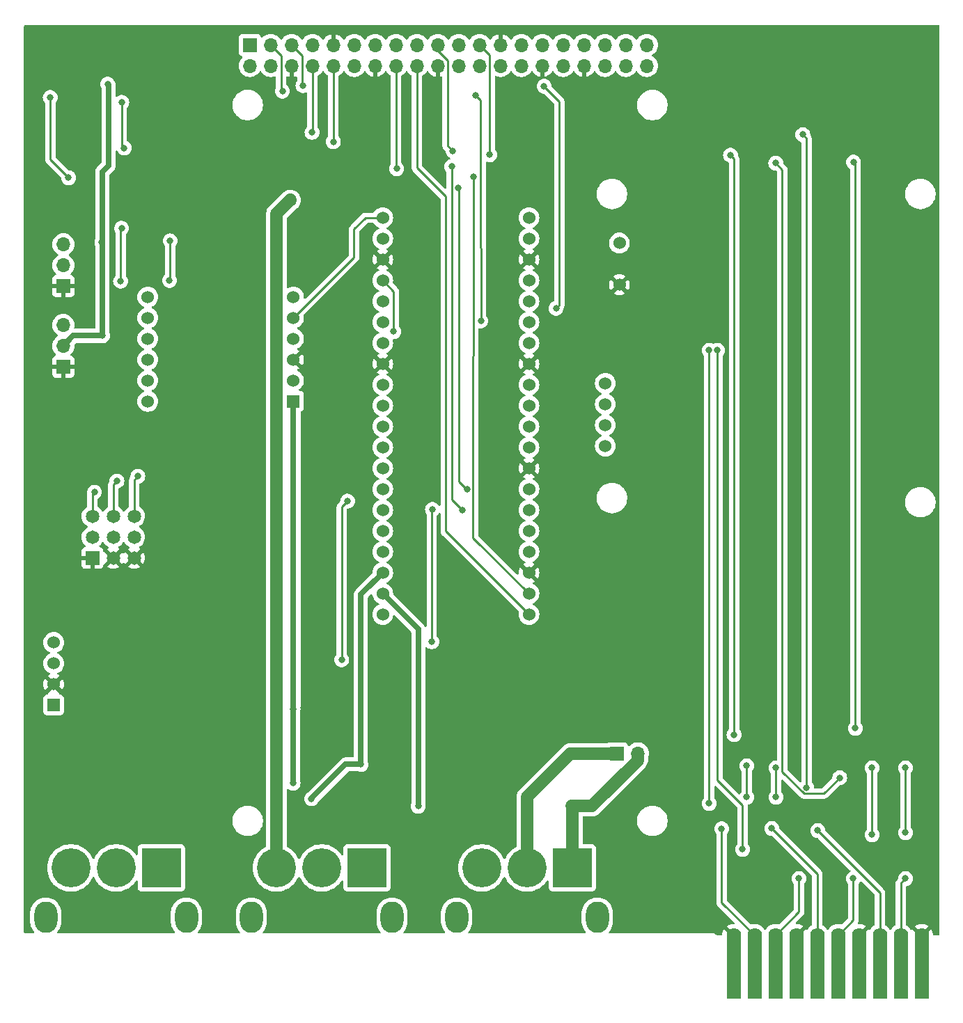
<source format=gbr>
%TF.GenerationSoftware,KiCad,Pcbnew,8.0.1*%
%TF.CreationDate,2024-04-06T23:47:00-04:00*%
%TF.ProjectId,MainBoard1 (1),4d61696e-426f-4617-9264-31202831292e,rev?*%
%TF.SameCoordinates,Original*%
%TF.FileFunction,Copper,L2,Bot*%
%TF.FilePolarity,Positive*%
%FSLAX46Y46*%
G04 Gerber Fmt 4.6, Leading zero omitted, Abs format (unit mm)*
G04 Created by KiCad (PCBNEW 8.0.1) date 2024-04-06 23:47:00*
%MOMM*%
%LPD*%
G01*
G04 APERTURE LIST*
%TA.AperFunction,ComponentPad*%
%ADD10R,1.651000X1.651000*%
%TD*%
%TA.AperFunction,ComponentPad*%
%ADD11C,1.651000*%
%TD*%
%TA.AperFunction,ComponentPad*%
%ADD12R,1.700000X1.700000*%
%TD*%
%TA.AperFunction,ComponentPad*%
%ADD13O,1.700000X1.700000*%
%TD*%
%TA.AperFunction,ComponentPad*%
%ADD14O,2.800000X3.800000*%
%TD*%
%TA.AperFunction,ComponentPad*%
%ADD15C,4.750000*%
%TD*%
%TA.AperFunction,ComponentPad*%
%ADD16R,4.750000X4.750000*%
%TD*%
%TA.AperFunction,ComponentPad*%
%ADD17R,1.524000X1.524000*%
%TD*%
%TA.AperFunction,ComponentPad*%
%ADD18C,1.524000*%
%TD*%
%TA.AperFunction,ComponentPad*%
%ADD19C,1.780000*%
%TD*%
%TA.AperFunction,SMDPad,CuDef*%
%ADD20R,1.780000X7.700000*%
%TD*%
%TA.AperFunction,ViaPad*%
%ADD21C,1.500000*%
%TD*%
%TA.AperFunction,ViaPad*%
%ADD22C,0.800000*%
%TD*%
%TA.AperFunction,Conductor*%
%ADD23C,0.700000*%
%TD*%
%TA.AperFunction,Conductor*%
%ADD24C,1.500000*%
%TD*%
%TA.AperFunction,Conductor*%
%ADD25C,0.250000*%
%TD*%
G04 APERTURE END LIST*
D10*
%TO.P,J4,1,1*%
%TO.N,GND1*%
X67495000Y-106280000D03*
D11*
%TO.P,J4,2,2*%
%TO.N,/5V*%
X67495000Y-103740000D03*
%TO.P,J4,3,3*%
%TO.N,/PWM_1*%
X67495000Y-101200000D03*
%TO.P,J4,4,4*%
%TO.N,GND1*%
X70035000Y-106280000D03*
%TO.P,J4,5,5*%
%TO.N,/5V*%
X70035000Y-103740000D03*
%TO.P,J4,6,6*%
%TO.N,/PWM_2*%
X70035000Y-101200000D03*
%TO.P,J4,7,7*%
%TO.N,GND1*%
X72575000Y-106280000D03*
%TO.P,J4,8,8*%
%TO.N,/5V*%
X72575000Y-103740000D03*
%TO.P,J4,9,9*%
%TO.N,/PWM_3*%
X72575000Y-101200000D03*
%TD*%
D12*
%TO.P,U6,1,GND*%
%TO.N,GND1*%
X63975000Y-73215000D03*
D13*
%TO.P,U6,2,DQ*%
%TO.N,/Signal_0*%
X63975000Y-70675000D03*
%TO.P,U6,3,Vdd*%
%TO.N,/Sensor_Power*%
X63975000Y-68135000D03*
%TD*%
D14*
%TO.P,J2,*%
%TO.N,*%
X61828000Y-149986000D03*
X78928000Y-149986000D03*
X86828000Y-149986000D03*
X103928000Y-149986000D03*
X111798000Y-149986000D03*
X128898000Y-149986000D03*
D15*
%TO.P,J2,1,A*%
%TO.N,unconnected-(J2A-A-Pad1)*%
X64878000Y-143986000D03*
%TO.P,J2,2,B*%
%TO.N,GND2*%
X70378000Y-143986000D03*
D16*
%TO.P,J2,3,C*%
X75878000Y-143986000D03*
D15*
%TO.P,J2,4,A*%
%TO.N,/12V_1*%
X89878000Y-143986000D03*
%TO.P,J2,5,B*%
%TO.N,unconnected-(J2B-B-Pad5)*%
X95378000Y-143986000D03*
D16*
%TO.P,J2,6,C*%
%TO.N,unconnected-(J2B-C-Pad6)*%
X100878000Y-143986000D03*
D15*
%TO.P,J2,7,A*%
%TO.N,/24V*%
X114848000Y-143986000D03*
%TO.P,J2,8,B*%
%TO.N,GND2*%
X120348000Y-143986000D03*
D16*
%TO.P,J2,9,C*%
%TO.N,/5V*%
X125848000Y-143986000D03*
%TD*%
D12*
%TO.P,U1,1,GND*%
%TO.N,GND2*%
X131262200Y-130054200D03*
D13*
%TO.P,U1,2,5V*%
%TO.N,/5V*%
X133802200Y-130054200D03*
%TD*%
D12*
%TO.P,U4,1,GND*%
%TO.N,GND1*%
X63950000Y-83030000D03*
D13*
%TO.P,U4,2,VIN*%
%TO.N,/Sensor_Power*%
X63950000Y-80490000D03*
%TO.P,U4,3,Signal*%
%TO.N,/Signal_1*%
X63950000Y-77950000D03*
%TD*%
D17*
%TO.P,U8,1,VIN*%
%TO.N,/Sensor_Power*%
X91948000Y-87222000D03*
D18*
%TO.P,U8,2,3Vo*%
%TO.N,unconnected-(U8-3Vo-Pad2)*%
X91948000Y-84682000D03*
%TO.P,U8,3,GND*%
%TO.N,GND1*%
X91948000Y-82142000D03*
%TO.P,U8,4,SCL*%
%TO.N,/IMU_SCK*%
X91948000Y-79602000D03*
%TO.P,U8,5,SDA*%
%TO.N,/IMU_MISO*%
X91948000Y-77062000D03*
%TO.P,U8,6,INT*%
%TO.N,/INT*%
X91948000Y-74522000D03*
%TO.P,U8,7,BT*%
%TO.N,unconnected-(U8-BT-Pad7)*%
X74228000Y-87222000D03*
%TO.P,U8,8,P0*%
%TO.N,unconnected-(U8-P0-Pad8)*%
X74228000Y-84682000D03*
%TO.P,U8,9,P1*%
%TO.N,unconnected-(U8-P1-Pad9)*%
X74228000Y-82142000D03*
%TO.P,U8,10,RST*%
%TO.N,/RST*%
X74228000Y-79602000D03*
%TO.P,U8,11,DI*%
%TO.N,/IMU_MOSI*%
X74228000Y-77062000D03*
%TO.P,U8,12,CS*%
%TO.N,/IMU_CS*%
X74228000Y-74522000D03*
%TD*%
D17*
%TO.P,U7,1,VIN*%
%TO.N,/Sensor_Power*%
X62792000Y-124182000D03*
D18*
%TO.P,U7,2,GND*%
%TO.N,GND1*%
X62792000Y-121642000D03*
%TO.P,U7,3,SCL*%
%TO.N,/Sensor_SCL*%
X62792000Y-119102000D03*
%TO.P,U7,4,SDA*%
%TO.N,/Sensor_SDA*%
X62792000Y-116562000D03*
%TD*%
%TO.P,U2,1,GP0*%
%TO.N,/PICO_TX{slash}RX_OPI*%
X120585000Y-113157000D03*
%TO.P,U2,2,GP1*%
%TO.N,/PICO_RX{slash}TX_OPI*%
X120585000Y-110617000D03*
%TO.P,U2,3,GND*%
%TO.N,GND1*%
X120585000Y-108077000D03*
%TO.P,U2,4,GP2*%
%TO.N,unconnected-(U2-GP2-Pad4)*%
X120585000Y-105537000D03*
%TO.P,U2,5,GP3*%
%TO.N,unconnected-(U2-GP3-Pad5)*%
X120585000Y-102997000D03*
%TO.P,U2,6,GP4*%
%TO.N,/Sensor_SDA*%
X120585000Y-100457000D03*
%TO.P,U2,7,GP5*%
%TO.N,/Sensor_SCL*%
X120585000Y-97917000D03*
%TO.P,U2,8,GND*%
%TO.N,GND1*%
X120585000Y-95377000D03*
%TO.P,U2,9,GP6*%
%TO.N,/IN4*%
X120585000Y-92837000D03*
%TO.P,U2,10,GP7*%
%TO.N,/IN3*%
X120585000Y-90297000D03*
%TO.P,U2,11,GP8*%
%TO.N,/IN2*%
X120585000Y-87757000D03*
%TO.P,U2,12,GP9*%
%TO.N,/IN1*%
X120585000Y-85217000D03*
%TO.P,U2,13,GND*%
%TO.N,GND1*%
X120585000Y-82677000D03*
%TO.P,U2,14,GP10*%
%TO.N,/I2C1_SDA*%
X120585000Y-80137000D03*
%TO.P,U2,15,GP11*%
%TO.N,/I2C1_SCL*%
X120585000Y-77597000D03*
%TO.P,U2,16,GP12*%
%TO.N,/I2C1_SDA*%
X120585000Y-75057000D03*
%TO.P,U2,17,GP13*%
%TO.N,/I2C1_SCL*%
X120585000Y-72517000D03*
%TO.P,U2,18,GND*%
%TO.N,GND1*%
X120585000Y-69977000D03*
%TO.P,U2,19,GP14*%
%TO.N,/Signal_0*%
X120585000Y-67437000D03*
%TO.P,U2,20,GP15*%
%TO.N,/Signal_1*%
X120585000Y-64897000D03*
%TO.P,U2,21,GP16*%
%TO.N,/IMU_MISO*%
X102805000Y-64897000D03*
%TO.P,U2,22,GP17*%
%TO.N,/IMU_CS*%
X102805000Y-67437000D03*
%TO.P,U2,23,GND*%
%TO.N,GND1*%
X102805000Y-69977000D03*
%TO.P,U2,24,GP18*%
%TO.N,/IMU_SCK*%
X102805000Y-72517000D03*
%TO.P,U2,25,GP19*%
%TO.N,/IMU_MOSI*%
X102805000Y-75057000D03*
%TO.P,U2,26,GP20*%
%TO.N,/INT*%
X102805000Y-77597000D03*
%TO.P,U2,27,GP21*%
%TO.N,/RST*%
X102805000Y-80137000D03*
%TO.P,U2,28,GND*%
%TO.N,GND1*%
X102805000Y-82677000D03*
%TO.P,U2,29,GP22*%
%TO.N,/PWM_3*%
X102805000Y-85217000D03*
%TO.P,U2,30,RUN*%
%TO.N,unconnected-(U2-RUN-Pad30)_0*%
X102805000Y-87757000D03*
%TO.P,U2,31,GP26*%
%TO.N,/PWM_2*%
X102805000Y-90297000D03*
%TO.P,U2,32,GP27*%
%TO.N,unconnected-(U2-GP27-Pad32)_0*%
X102805000Y-92837000D03*
%TO.P,U2,33,GND*%
%TO.N,unconnected-(U2-GND-Pad33)_0*%
X102805000Y-95377000D03*
%TO.P,U2,34,GP28*%
%TO.N,/PWM_1*%
X102805000Y-97917000D03*
%TO.P,U2,35,ADC_VREF*%
%TO.N,unconnected-(U2-ADC_VREF-Pad35)_0*%
X102805000Y-100457000D03*
%TO.P,U2,36,3V3_Out*%
%TO.N,unconnected-(U2-3V3_Out-Pad36)*%
X102805000Y-102997000D03*
%TO.P,U2,37,3V3_EN*%
%TO.N,unconnected-(U2-3V3_EN-Pad37)_0*%
X102805000Y-105537000D03*
%TO.P,U2,38,GND*%
%TO.N,GND2*%
X102805000Y-108077000D03*
%TO.P,U2,39,VSYS*%
%TO.N,/5V*%
X102805000Y-110617000D03*
%TO.P,U2,40,VBUS*%
%TO.N,unconnected-(U2-VBUS-Pad40)*%
X102805000Y-113157000D03*
%TD*%
%TO.P,U9,1,IN1*%
%TO.N,/IN1*%
X129875000Y-85045000D03*
%TO.P,U9,2,IN2*%
%TO.N,/IN2*%
X129875000Y-87585000D03*
%TO.P,U9,3,IN3*%
%TO.N,/IN3*%
X129875000Y-90125000D03*
%TO.P,U9,4,IN4*%
%TO.N,/IN4*%
X129875000Y-92665000D03*
%TO.P,U9,5,GND*%
%TO.N,GND1*%
X131575000Y-73045000D03*
%TO.P,U9,6,12V*%
%TO.N,/12V_1*%
X131575000Y-67965000D03*
%TD*%
D19*
%TO.P,J3,1,Pin_1*%
%TO.N,GND1*%
X145468000Y-152216000D03*
D20*
X145468000Y-156046000D03*
D19*
%TO.P,J3,2,Pin_2*%
%TO.N,/tx{slash}sda_O1*%
X148008000Y-152216000D03*
D20*
X148008000Y-156046000D03*
D19*
%TO.P,J3,3,Pin_3*%
%TO.N,/rx{slash}scl_O1*%
X150548000Y-152216000D03*
D20*
X150548000Y-156046000D03*
D19*
%TO.P,J3,4,Pin_4*%
%TO.N,GND1*%
X153088000Y-152216000D03*
D20*
X153088000Y-156046000D03*
D19*
%TO.P,J3,5,Pin_5*%
%TO.N,/tx{slash}sda_O2*%
X155628000Y-152216000D03*
D20*
X155628000Y-156046000D03*
D19*
%TO.P,J3,6,Pin_6*%
%TO.N,/rx{slash}scl_O2*%
X158168000Y-152216000D03*
D20*
X158168000Y-156046000D03*
D19*
%TO.P,J3,7,Pin_7*%
%TO.N,GND1*%
X160708000Y-152216000D03*
D20*
X160708000Y-156046000D03*
D19*
%TO.P,J3,8,Pin_8*%
%TO.N,/tx{slash}sda_O3*%
X163248000Y-152216000D03*
D20*
X163248000Y-156046000D03*
D19*
%TO.P,J3,9,Pin_9*%
%TO.N,/rx{slash}scl_O3*%
X165788000Y-152216000D03*
D20*
X165788000Y-156046000D03*
D19*
%TO.P,J3,10,Pin_10*%
%TO.N,GND1*%
X168328000Y-152216000D03*
D20*
X168328000Y-156046000D03*
%TD*%
D12*
%TO.P,U5,1,3.3V*%
%TO.N,unconnected-(U5-3.3V-Pad1)*%
X86639400Y-43865800D03*
D13*
%TO.P,U5,2,5V*%
%TO.N,unconnected-(U5-5V-Pad2)*%
X86639400Y-46405800D03*
%TO.P,U5,3,GPIO0_C0*%
%TO.N,/I2C1_SDA*%
X89179400Y-43865800D03*
%TO.P,U5,4,5V*%
%TO.N,unconnected-(U5-5V-Pad4)*%
X89179400Y-46405800D03*
%TO.P,U5,5,GPIO0_B7*%
%TO.N,/I2C1_SCL*%
X91719400Y-43865800D03*
%TO.P,U5,6,GND*%
%TO.N,GND1*%
X91719400Y-46405800D03*
%TO.P,U5,7,GPIO1_D6*%
%TO.N,unconnected-(U5-GPIO1_D6-Pad7)*%
X94259400Y-43865800D03*
%TO.P,U5,8,GPIO1_A1*%
%TO.N,/UART2_TX*%
X94259400Y-46405800D03*
%TO.P,U5,9,GND*%
%TO.N,GND1*%
X96799400Y-43865800D03*
%TO.P,U5,10,GPIO1_A0*%
%TO.N,/UART2_RX*%
X96799400Y-46405800D03*
%TO.P,U5,11,GPIO1_A4*%
%TO.N,unconnected-(U5-GPIO1_A4-Pad11)*%
X99339400Y-43865800D03*
%TO.P,U5,12,GPIO3_A1*%
%TO.N,unconnected-(U5-GPIO3_A1-Pad12)*%
X99339400Y-46405800D03*
%TO.P,U5,13,GPIO1_A7*%
%TO.N,unconnected-(U5-GPIO1_A7-Pad13)*%
X101879400Y-43865800D03*
%TO.P,U5,14,GND*%
%TO.N,GND1*%
X101879400Y-46405800D03*
%TO.P,U5,15,GPIO1_B0*%
%TO.N,unconnected-(U5-GPIO1_B0-Pad15)*%
X104419400Y-43865800D03*
%TO.P,U5,16,GPIO3_B5*%
%TO.N,/PICO_RX{slash}TX_OPI*%
X104419400Y-46405800D03*
%TO.P,U5,17,3.3V*%
%TO.N,unconnected-(U5-3.3V-Pad17)*%
X106959400Y-43865800D03*
%TO.P,U5,18,GPIO3_B6*%
%TO.N,/PICO_TX{slash}RX_OPI*%
X106959400Y-46405800D03*
%TO.P,U5,19,GPIO1_B2*%
%TO.N,/UART1_RX*%
X109499400Y-43865800D03*
%TO.P,U5,20,GND*%
%TO.N,GND1*%
X109499400Y-46405800D03*
%TO.P,U5,21,GPIO1_B1*%
%TO.N,unconnected-(U5-GPIO1_B1-Pad21)*%
X112039400Y-43865800D03*
%TO.P,U5,22,GPIO1_A2*%
%TO.N,unconnected-(U5-GPIO1_A2-Pad22)*%
X112039400Y-46405800D03*
%TO.P,U5,23,GPIO1_B3*%
%TO.N,/UART1_TX*%
X114579400Y-43865800D03*
%TO.P,U5,24,GPIO1_B4*%
%TO.N,unconnected-(U5-GPIO1_B4-Pad24)*%
X114579400Y-46405800D03*
%TO.P,U5,25,GND*%
%TO.N,GND1*%
X117119400Y-43865800D03*
%TO.P,U5,26,GPIO1_B5*%
%TO.N,unconnected-(U5-GPIO1_B5-Pad26)*%
X117119400Y-46405800D03*
%TO.P,U5,27,GPIO1_B7*%
%TO.N,unconnected-(U5-GPIO1_B7-Pad27)*%
X119659400Y-43865800D03*
%TO.P,U5,28,GPIO1_B6*%
%TO.N,unconnected-(U5-GPIO1_B6-Pad28)*%
X119659400Y-46405800D03*
%TO.P,U5,29,GPIO1_D7*%
%TO.N,unconnected-(U5-GPIO1_D7-Pad29)*%
X122199400Y-43865800D03*
%TO.P,U5,30,GND*%
%TO.N,GND1*%
X122199400Y-46405800D03*
%TO.P,U5,31,GPIO3_A0*%
%TO.N,unconnected-(U5-GPIO3_A0-Pad31)*%
X124739400Y-43865800D03*
%TO.P,U5,32,GPIO1_A3*%
%TO.N,unconnected-(U5-GPIO1_A3-Pad32)*%
X124739400Y-46405800D03*
%TO.P,U5,33,GPIO3_C2*%
%TO.N,unconnected-(U5-GPIO3_C2-Pad33)*%
X127279400Y-43865800D03*
%TO.P,U5,34,GND*%
%TO.N,GND1*%
X127279400Y-46405800D03*
%TO.P,U5,35,GPIO3_A2*%
%TO.N,unconnected-(U5-GPIO3_A2-Pad35)*%
X129819400Y-43865800D03*
%TO.P,U5,36,GPIO3_A5*%
%TO.N,unconnected-(U5-GPIO3_A5-Pad36)*%
X129819400Y-46405800D03*
%TO.P,U5,37,GPIO3_C1*%
%TO.N,unconnected-(U5-GPIO3_C1-Pad37)*%
X132359400Y-43865800D03*
%TO.P,U5,38,GPIO3_A4*%
%TO.N,unconnected-(U5-GPIO3_A4-Pad38)*%
X132359400Y-46405800D03*
%TO.P,U5,39,GNG*%
%TO.N,unconnected-(U5-GNG-Pad39)*%
X134899400Y-43865800D03*
%TO.P,U5,40,GPIO3_A3*%
%TO.N,unconnected-(U5-GPIO3_A3-Pad40)*%
X134899400Y-46405800D03*
%TD*%
D21*
%TO.N,GND2*%
X121698200Y-133991800D03*
D22*
X100152200Y-131394200D03*
X94142224Y-135585200D03*
D21*
%TO.N,/12V_1*%
X91600000Y-62750000D03*
D22*
%TO.N,/5V*%
X107111800Y-136474200D03*
D21*
X125755400Y-136474200D03*
D22*
%TO.N,GND1*%
X126850000Y-114100000D03*
X138475000Y-114100000D03*
X166175000Y-78425000D03*
X150750000Y-48525000D03*
X148400000Y-96550000D03*
X114550000Y-122675000D03*
X84375000Y-104400000D03*
X120500000Y-122675000D03*
X152100000Y-48525000D03*
X148400000Y-95125000D03*
X122175000Y-122675000D03*
X113200000Y-122675000D03*
X166175000Y-76750000D03*
X148350000Y-69625000D03*
X74200000Y-63200000D03*
X148350000Y-73750000D03*
X128575000Y-114100000D03*
X166175000Y-84375000D03*
X118975000Y-122675000D03*
X166150000Y-82950000D03*
X67200000Y-130200000D03*
X155275000Y-48525000D03*
X148350000Y-72400000D03*
X167150000Y-113675000D03*
X136475000Y-114100000D03*
X83175000Y-63200000D03*
X147975000Y-48525000D03*
X70600000Y-130200000D03*
X148350000Y-70975000D03*
X82850000Y-104400000D03*
X134425000Y-114100000D03*
X86050000Y-104400000D03*
X78425000Y-104400000D03*
X167150000Y-109150000D03*
X148350000Y-67975000D03*
X130525000Y-114100000D03*
X166150000Y-81400000D03*
X126825000Y-116175000D03*
X77075000Y-104400000D03*
X81500000Y-63200000D03*
X62450000Y-130200000D03*
X76975000Y-63200000D03*
X148400000Y-97900000D03*
X166175000Y-79950000D03*
X130500000Y-116175000D03*
X167150000Y-107475000D03*
X166175000Y-85725000D03*
X167150000Y-115100000D03*
X78325000Y-63200000D03*
X134600000Y-116175000D03*
X115975000Y-122675000D03*
X132575000Y-116175000D03*
X132525000Y-114100000D03*
X79975000Y-63200000D03*
X64000000Y-130200000D03*
X167150000Y-116450000D03*
X65550000Y-130200000D03*
X138350000Y-116175000D03*
X79850000Y-104400000D03*
X72225000Y-130200000D03*
X136475000Y-116175000D03*
X128550000Y-116175000D03*
X75550000Y-63200000D03*
X117325000Y-122675000D03*
X81200000Y-104400000D03*
X148400000Y-93775000D03*
X68800000Y-130200000D03*
X167150000Y-110675000D03*
X149325000Y-48525000D03*
X153750000Y-48525000D03*
X148350000Y-64775000D03*
X148350000Y-66450000D03*
X156950000Y-48525000D03*
%TO.N,/tx{slash}sda_O1*%
X144018000Y-139229500D03*
%TO.N,/rx{slash}scl_O1*%
X153416000Y-145288000D03*
%TO.N,/tx{slash}sda_O2*%
X150114000Y-139192000D03*
%TO.N,/rx{slash}scl_O2*%
X160020000Y-145288000D03*
%TO.N,/tx{slash}sda_O3*%
X155702000Y-139446000D03*
%TO.N,/rx{slash}scl_O3*%
X166370000Y-145288000D03*
%TO.N,/Sensor_Power*%
X68725000Y-79250000D03*
X91897200Y-133680200D03*
X69350000Y-48650000D03*
X91897200Y-124688600D03*
X68650000Y-67900000D03*
%TO.N,/Sensor_SCL*%
X97815400Y-118668800D03*
X64600000Y-60025000D03*
X62375000Y-50250000D03*
X113055400Y-97891600D03*
X112000000Y-61225000D03*
X98526600Y-99364800D03*
%TO.N,/Sensor_SDA*%
X108762800Y-116484400D03*
X71075000Y-50850000D03*
X71375000Y-56400000D03*
X112496600Y-100457000D03*
X111175800Y-58674000D03*
X108839000Y-100380800D03*
%TO.N,/UART2_TX*%
X154330400Y-134213600D03*
X94208600Y-54508400D03*
X153879850Y-54781150D03*
%TO.N,Net-(JP1-C)*%
X147066000Y-135382000D03*
X147066000Y-131572000D03*
%TO.N,/UART1_TX*%
X145084800Y-57277000D03*
X145516600Y-127787400D03*
X115798600Y-57226200D03*
%TO.N,/I2C1_SDA*%
X90600000Y-49500000D03*
X142494000Y-81026000D03*
X142494000Y-136144000D03*
X114100000Y-49975000D03*
X114731800Y-77444600D03*
%TO.N,/UART1_RX*%
X150596600Y-58242200D03*
X111328200Y-56769000D03*
X158369000Y-133019800D03*
%TO.N,Net-(JP3-C)*%
X162306000Y-139954000D03*
X162306000Y-131826000D03*
%TO.N,/UART2_RX*%
X160045400Y-58115200D03*
X160274000Y-127000000D03*
X96799400Y-55651400D03*
%TO.N,/I2C1_SCL*%
X122425000Y-48900000D03*
X143510000Y-81026000D03*
X93100000Y-48825000D03*
X123875800Y-75920600D03*
X146558000Y-141732000D03*
%TO.N,Net-(JP5-C)*%
X150622000Y-131826000D03*
X150622000Y-135382000D03*
%TO.N,Net-(JP7-C)*%
X166370000Y-139700000D03*
X166370000Y-131826000D03*
%TO.N,/PICO_RX{slash}TX_OPI*%
X104495600Y-58928000D03*
X113817400Y-59918600D03*
%TO.N,/Signal_1*%
X71050000Y-66175000D03*
X70925000Y-72600000D03*
%TO.N,/IMU_CS*%
X76950000Y-67700000D03*
X76875000Y-72525000D03*
%TO.N,/IMU_SCK*%
X104140000Y-78740000D03*
%TO.N,/PWM_3*%
X73025000Y-96350000D03*
%TO.N,/PWM_2*%
X70475000Y-96925000D03*
%TO.N,/PWM_1*%
X67750000Y-98275000D03*
%TD*%
D23*
%TO.N,GND2*%
X94142224Y-135549976D02*
X94142224Y-135585200D01*
D24*
X125635800Y-130054200D02*
X121698200Y-133991800D01*
X120348000Y-135342000D02*
X120348000Y-143986000D01*
D23*
X100152200Y-110729800D02*
X100152200Y-131394200D01*
X98298000Y-131394200D02*
X94142224Y-135549976D01*
X102805000Y-108077000D02*
X100152200Y-110729800D01*
D24*
X121698200Y-133991800D02*
X120348000Y-135342000D01*
D23*
X100152200Y-131394200D02*
X98298000Y-131394200D01*
D24*
X131262200Y-130054200D02*
X125635800Y-130054200D01*
%TO.N,/12V_1*%
X91541600Y-62738000D02*
X89878000Y-64401600D01*
D23*
X91541600Y-62738000D02*
X91389200Y-62890400D01*
D24*
X89878000Y-64401600D02*
X89878000Y-143986000D01*
%TO.N,/5V*%
X125848000Y-136566800D02*
X125848000Y-143986000D01*
D23*
X107111800Y-114923800D02*
X102805000Y-110617000D01*
X107111800Y-136474200D02*
X107111800Y-114923800D01*
D24*
X125755400Y-136474200D02*
X128227544Y-136474200D01*
X128227544Y-136474200D02*
X133802200Y-130899544D01*
X133802200Y-130899544D02*
X133802200Y-130054200D01*
X125755400Y-136474200D02*
X125848000Y-136566800D01*
D25*
%TO.N,/tx{slash}sda_O1*%
X144018000Y-139229500D02*
X144018000Y-148226000D01*
X144018000Y-148226000D02*
X148008000Y-152216000D01*
%TO.N,/rx{slash}scl_O1*%
X153416000Y-149348000D02*
X150548000Y-152216000D01*
X153416000Y-145288000D02*
X153416000Y-149348000D01*
%TO.N,/tx{slash}sda_O2*%
X150114000Y-139192000D02*
X155628000Y-144706000D01*
X155628000Y-144706000D02*
X155628000Y-152216000D01*
%TO.N,/rx{slash}scl_O2*%
X160020000Y-145288000D02*
X160020000Y-150364000D01*
X160020000Y-150364000D02*
X158168000Y-152216000D01*
%TO.N,/tx{slash}sda_O3*%
X163248000Y-146992000D02*
X163248000Y-152216000D01*
X155702000Y-139446000D02*
X163248000Y-146992000D01*
%TO.N,/rx{slash}scl_O3*%
X165788000Y-145870000D02*
X165788000Y-152216000D01*
X166370000Y-145288000D02*
X165788000Y-145870000D01*
D23*
%TO.N,/Sensor_Power*%
X69350000Y-48650000D02*
X69469000Y-48769000D01*
X68675000Y-79200000D02*
X68675000Y-67925000D01*
X91948000Y-124256800D02*
X91948000Y-87222000D01*
X68675000Y-67925000D02*
X68650000Y-67900000D01*
X69469000Y-58547000D02*
X68675000Y-59341000D01*
X91897200Y-133680200D02*
X91897200Y-124307600D01*
X68725000Y-79250000D02*
X68675000Y-79200000D01*
X69469000Y-48769000D02*
X69469000Y-58547000D01*
X65190000Y-79250000D02*
X63950000Y-80490000D01*
X68675000Y-59341000D02*
X68675000Y-67875000D01*
X68725000Y-79250000D02*
X65190000Y-79250000D01*
X91897200Y-124307600D02*
X91948000Y-124256800D01*
X68675000Y-67875000D02*
X68650000Y-67900000D01*
D25*
%TO.N,/Sensor_SCL*%
X97815400Y-100076000D02*
X98526600Y-99364800D01*
X62375000Y-57800000D02*
X64600000Y-60025000D01*
X113055400Y-97967800D02*
X113030000Y-97942400D01*
X62375000Y-50250000D02*
X62375000Y-57800000D01*
X113055400Y-97891600D02*
X113055400Y-97967800D01*
X112979200Y-97891600D02*
X113055400Y-97891600D01*
X97815400Y-118668800D02*
X97815400Y-100076000D01*
X112039400Y-96951800D02*
X112979200Y-97891600D01*
X112039400Y-61264400D02*
X112039400Y-96951800D01*
X112000000Y-61225000D02*
X112039400Y-61264400D01*
%TO.N,/Sensor_SDA*%
X71075000Y-50850000D02*
X71075000Y-56100000D01*
X112471200Y-100457000D02*
X112496600Y-100457000D01*
X112496600Y-100482400D02*
X112445800Y-100431600D01*
X111175800Y-99161600D02*
X112471200Y-100457000D01*
X111175800Y-58674000D02*
X111175800Y-99161600D01*
X71075000Y-56100000D02*
X71375000Y-56400000D01*
X112496600Y-100457000D02*
X112496600Y-100482400D01*
X108762800Y-100457000D02*
X108839000Y-100380800D01*
X108762800Y-116484400D02*
X108762800Y-100457000D01*
%TO.N,/UART2_TX*%
X154330400Y-55231700D02*
X153879850Y-54781150D01*
X94208600Y-54508400D02*
X94259400Y-54457600D01*
X154330400Y-134213600D02*
X154330400Y-55231700D01*
X94259400Y-54457600D02*
X94259400Y-46405800D01*
%TO.N,Net-(JP1-C)*%
X147066000Y-131572000D02*
X147066000Y-135382000D01*
%TO.N,/UART1_TX*%
X115798600Y-57226200D02*
X115798600Y-45085000D01*
X145516600Y-58750200D02*
X145516600Y-57708800D01*
X145084800Y-57277000D02*
X145110200Y-57302400D01*
X115798600Y-45085000D02*
X114579400Y-43865800D01*
X145516600Y-127787400D02*
X145516600Y-58750200D01*
X145516600Y-57708800D02*
X145084800Y-57277000D01*
%TO.N,/I2C1_SDA*%
X142494000Y-136144000D02*
X142494000Y-81026000D01*
X114706650Y-50581650D02*
X114706650Y-59563000D01*
X114706650Y-59563000D02*
X114731800Y-77444600D01*
X90450000Y-49350000D02*
X90450000Y-45136400D01*
X90450000Y-45136400D02*
X89179400Y-43865800D01*
X114100000Y-49975000D02*
X114706650Y-50581650D01*
X114731800Y-77444600D02*
X114706400Y-77470000D01*
X90600000Y-49500000D02*
X90450000Y-49350000D01*
%TO.N,/UART1_RX*%
X151384000Y-132292505D02*
X151384000Y-59029600D01*
X110674400Y-45797573D02*
X109499400Y-44622573D01*
X111328200Y-56769000D02*
X110674400Y-56115200D01*
X109499400Y-44622573D02*
X109499400Y-43865800D01*
X151384000Y-59029600D02*
X150596600Y-58242200D01*
X110674400Y-56115200D02*
X110674400Y-45797573D01*
X156450200Y-134938600D02*
X154030095Y-134938600D01*
X158369000Y-133019800D02*
X156450200Y-134938600D01*
X154030095Y-134938600D02*
X151384000Y-132292505D01*
%TO.N,Net-(JP3-C)*%
X162306000Y-131826000D02*
X162306000Y-139954000D01*
%TO.N,/UART2_RX*%
X96799400Y-46405800D02*
X96799400Y-55651400D01*
X160274000Y-58343800D02*
X160045400Y-58115200D01*
X160274000Y-127000000D02*
X160274000Y-58343800D01*
%TO.N,/I2C1_SCL*%
X123875800Y-75920600D02*
X124282200Y-75514200D01*
X146558000Y-141732000D02*
X146558000Y-140744195D01*
X124282200Y-75514200D02*
X124282200Y-50757200D01*
X146558000Y-136398000D02*
X143510000Y-133350000D01*
X93000000Y-48725000D02*
X93000000Y-45146400D01*
X93100000Y-48825000D02*
X93000000Y-48725000D01*
X146558000Y-140744195D02*
X146558000Y-136398000D01*
X93000000Y-45146400D02*
X91719400Y-43865800D01*
X143510000Y-133350000D02*
X143510000Y-81026000D01*
X124282200Y-50757200D02*
X122425000Y-48900000D01*
%TO.N,Net-(JP5-C)*%
X150622000Y-131826000D02*
X150622000Y-135382000D01*
%TO.N,Net-(JP7-C)*%
X166370000Y-131826000D02*
X166370000Y-139700000D01*
%TO.N,/PICO_TX{slash}RX_OPI*%
X120585000Y-113157000D02*
X110450800Y-103022800D01*
X106959400Y-58826400D02*
X106959400Y-46405800D01*
X110450800Y-103022800D02*
X110450800Y-62317800D01*
X110450800Y-62317800D02*
X106959400Y-58826400D01*
%TO.N,/PICO_RX{slash}TX_OPI*%
X113780400Y-59907000D02*
X113817400Y-59918600D01*
X113780400Y-103812400D02*
X120585000Y-110617000D01*
X104419400Y-58851800D02*
X104419400Y-46405800D01*
X104495600Y-58928000D02*
X104419400Y-58851800D01*
X113817400Y-59918600D02*
X113780400Y-103812400D01*
%TO.N,/Signal_1*%
X70925000Y-72600000D02*
X70925000Y-66300000D01*
X70925000Y-66300000D02*
X71050000Y-66175000D01*
%TO.N,/IMU_MISO*%
X100711000Y-64897000D02*
X102805000Y-64897000D01*
X99314000Y-66294000D02*
X100711000Y-64897000D01*
X91948000Y-77062000D02*
X99314000Y-69696000D01*
X99314000Y-69696000D02*
X99314000Y-66294000D01*
%TO.N,/IMU_CS*%
X76950000Y-67700000D02*
X76950000Y-72450000D01*
X76950000Y-72450000D02*
X76875000Y-72525000D01*
%TO.N,/IMU_SCK*%
X104140000Y-78740000D02*
X104140000Y-73852000D01*
X104140000Y-73852000D02*
X102805000Y-72517000D01*
%TO.N,/PWM_3*%
X72575000Y-96800000D02*
X72575000Y-101200000D01*
X73025000Y-96350000D02*
X72575000Y-96800000D01*
%TO.N,/PWM_2*%
X70475000Y-96925000D02*
X70035000Y-97365000D01*
X70035000Y-97365000D02*
X70035000Y-101200000D01*
%TO.N,/PWM_1*%
X67495000Y-98530000D02*
X67495000Y-101200000D01*
X67750000Y-98275000D02*
X67495000Y-98530000D01*
%TD*%
%TA.AperFunction,Conductor*%
%TO.N,GND1*%
G36*
X109749400Y-47736433D02*
G01*
X109892807Y-47698009D01*
X109962657Y-47699672D01*
X110020519Y-47738835D01*
X110048023Y-47803063D01*
X110048900Y-47817784D01*
X110048900Y-56176812D01*
X110051178Y-56188264D01*
X110072935Y-56297645D01*
X110072936Y-56297651D01*
X110075579Y-56304030D01*
X110078545Y-56311190D01*
X110115627Y-56400715D01*
X110120089Y-56411488D01*
X110131251Y-56428193D01*
X110153577Y-56461604D01*
X110153578Y-56461608D01*
X110153580Y-56461608D01*
X110188543Y-56513935D01*
X110279986Y-56605378D01*
X110280008Y-56605398D01*
X110389238Y-56714628D01*
X110422723Y-56775951D01*
X110424878Y-56789347D01*
X110429739Y-56835593D01*
X110442526Y-56957256D01*
X110442527Y-56957259D01*
X110501018Y-57137277D01*
X110501021Y-57137284D01*
X110595667Y-57301216D01*
X110695882Y-57412516D01*
X110722329Y-57441888D01*
X110875465Y-57553148D01*
X110875467Y-57553149D01*
X110875470Y-57553151D01*
X110928284Y-57576665D01*
X110981518Y-57621913D01*
X111001840Y-57688762D01*
X110982795Y-57755986D01*
X110930429Y-57802242D01*
X110903635Y-57811232D01*
X110895995Y-57812856D01*
X110895992Y-57812857D01*
X110723070Y-57889848D01*
X110723065Y-57889851D01*
X110569929Y-58001111D01*
X110443266Y-58141785D01*
X110348621Y-58305715D01*
X110348618Y-58305722D01*
X110290860Y-58483484D01*
X110290126Y-58485744D01*
X110270340Y-58674000D01*
X110290126Y-58862256D01*
X110290127Y-58862259D01*
X110348618Y-59042277D01*
X110348621Y-59042284D01*
X110443267Y-59206216D01*
X110474450Y-59240848D01*
X110518450Y-59289715D01*
X110548680Y-59352706D01*
X110550300Y-59372687D01*
X110550300Y-61233348D01*
X110530615Y-61300387D01*
X110477811Y-61346142D01*
X110408653Y-61356086D01*
X110345097Y-61327061D01*
X110338619Y-61321029D01*
X107621219Y-58603629D01*
X107587734Y-58542306D01*
X107584900Y-58515948D01*
X107584900Y-47681026D01*
X107604585Y-47613987D01*
X107637774Y-47579454D01*
X107830801Y-47444295D01*
X107997895Y-47277201D01*
X108128130Y-47091205D01*
X108182707Y-47047581D01*
X108252205Y-47040387D01*
X108314560Y-47071910D01*
X108331279Y-47091205D01*
X108461290Y-47276878D01*
X108628317Y-47443905D01*
X108821821Y-47579400D01*
X109035907Y-47679229D01*
X109035916Y-47679233D01*
X109249400Y-47736434D01*
X109249400Y-46838812D01*
X109306407Y-46871725D01*
X109433574Y-46905800D01*
X109565226Y-46905800D01*
X109692393Y-46871725D01*
X109749400Y-46838812D01*
X109749400Y-47736433D01*
G37*
%TD.AperFunction*%
%TA.AperFunction,Conductor*%
G36*
X68832863Y-104343685D02*
G01*
X68877382Y-104395064D01*
X68882264Y-104405533D01*
X69015345Y-104595592D01*
X69179408Y-104759655D01*
X69369467Y-104892736D01*
X69380529Y-104897894D01*
X69432968Y-104944066D01*
X69452120Y-105011260D01*
X69431904Y-105078141D01*
X69380532Y-105122657D01*
X69369714Y-105127701D01*
X69291218Y-105182664D01*
X69291217Y-105182665D01*
X69847210Y-105738657D01*
X69814409Y-105747447D01*
X69684091Y-105822687D01*
X69577687Y-105929091D01*
X69502447Y-106059409D01*
X69493657Y-106092209D01*
X68931296Y-105529848D01*
X68886807Y-105520907D01*
X68836624Y-105472292D01*
X68820500Y-105411146D01*
X68820500Y-105406672D01*
X68820499Y-105406655D01*
X68814098Y-105347127D01*
X68814096Y-105347120D01*
X68763854Y-105212413D01*
X68763850Y-105212406D01*
X68677690Y-105097312D01*
X68677687Y-105097309D01*
X68562593Y-105011149D01*
X68562586Y-105011145D01*
X68427879Y-104960903D01*
X68420332Y-104959120D01*
X68421029Y-104956168D01*
X68369508Y-104934819D01*
X68329669Y-104877421D01*
X68327185Y-104807595D01*
X68359645Y-104750601D01*
X68514655Y-104595592D01*
X68647736Y-104405533D01*
X68652617Y-104395064D01*
X68698788Y-104342624D01*
X68765981Y-104323471D01*
X68832863Y-104343685D01*
G37*
%TD.AperFunction*%
%TA.AperFunction,Conductor*%
G36*
X71372863Y-104343685D02*
G01*
X71417382Y-104395064D01*
X71422264Y-104405533D01*
X71555345Y-104595592D01*
X71719408Y-104759655D01*
X71909467Y-104892736D01*
X71920529Y-104897894D01*
X71972968Y-104944066D01*
X71992120Y-105011260D01*
X71971904Y-105078141D01*
X71920532Y-105122657D01*
X71909714Y-105127701D01*
X71831218Y-105182664D01*
X71831217Y-105182665D01*
X72387210Y-105738657D01*
X72354409Y-105747447D01*
X72224091Y-105822687D01*
X72117687Y-105929091D01*
X72042447Y-106059409D01*
X72033657Y-106092209D01*
X71477665Y-105536217D01*
X71477664Y-105536218D01*
X71422700Y-105614716D01*
X71417381Y-105626123D01*
X71371207Y-105678562D01*
X71304013Y-105697712D01*
X71237133Y-105677495D01*
X71192619Y-105626123D01*
X71187301Y-105614720D01*
X71132333Y-105536217D01*
X70576341Y-106092209D01*
X70567553Y-106059409D01*
X70492313Y-105929091D01*
X70385909Y-105822687D01*
X70255591Y-105747447D01*
X70222789Y-105738657D01*
X70778781Y-105182665D01*
X70700280Y-105127698D01*
X70689473Y-105122659D01*
X70637032Y-105076488D01*
X70617879Y-105009295D01*
X70638093Y-104942413D01*
X70689472Y-104897893D01*
X70700533Y-104892736D01*
X70890592Y-104759655D01*
X71054655Y-104595592D01*
X71187736Y-104405533D01*
X71192617Y-104395064D01*
X71238788Y-104342624D01*
X71305981Y-104323471D01*
X71372863Y-104343685D01*
G37*
%TD.AperFunction*%
%TA.AperFunction,Conductor*%
G36*
X170440539Y-41486185D02*
G01*
X170486294Y-41538989D01*
X170497500Y-41590500D01*
X170497500Y-152048070D01*
X170477815Y-152115109D01*
X170425011Y-152160864D01*
X170373728Y-152172070D01*
X169833583Y-152173063D01*
X169766507Y-152153502D01*
X169720656Y-152100782D01*
X169709778Y-152059301D01*
X169703740Y-151986427D01*
X169647191Y-151763120D01*
X169554658Y-151552166D01*
X169471961Y-151425589D01*
X168722444Y-152175106D01*
X168718000Y-152175114D01*
X168718000Y-152164656D01*
X168691422Y-152065466D01*
X168640077Y-151976535D01*
X168567465Y-151903923D01*
X168478534Y-151852578D01*
X168379344Y-151826000D01*
X168364447Y-151826000D01*
X169119672Y-151070774D01*
X169119671Y-151070772D01*
X169090866Y-151048352D01*
X169090860Y-151048347D01*
X168888276Y-150938715D01*
X168888262Y-150938709D01*
X168670396Y-150863915D01*
X168443179Y-150826000D01*
X168212821Y-150826000D01*
X167985603Y-150863915D01*
X167767737Y-150938709D01*
X167767723Y-150938715D01*
X167565141Y-151048346D01*
X167565139Y-151048347D01*
X167536327Y-151070773D01*
X168291554Y-151826000D01*
X168276656Y-151826000D01*
X168177466Y-151852578D01*
X168088535Y-151903923D01*
X168015923Y-151976535D01*
X167964578Y-152065466D01*
X167938000Y-152164656D01*
X167938000Y-152176547D01*
X167935000Y-152176553D01*
X167184036Y-151425589D01*
X167162106Y-151459156D01*
X167108960Y-151504513D01*
X167039728Y-151513936D01*
X166976393Y-151484434D01*
X166954489Y-151459155D01*
X166889063Y-151359012D01*
X166871315Y-151339732D01*
X166732988Y-151189469D01*
X166732983Y-151189465D01*
X166732981Y-151189463D01*
X166551146Y-151047935D01*
X166551131Y-151047925D01*
X166478482Y-151008609D01*
X166428891Y-150959390D01*
X166413500Y-150899555D01*
X166413500Y-146299784D01*
X166433185Y-146232745D01*
X166485989Y-146186990D01*
X166511718Y-146178494D01*
X166649803Y-146149144D01*
X166822730Y-146072151D01*
X166975871Y-145960888D01*
X167102533Y-145820216D01*
X167197179Y-145656284D01*
X167255674Y-145476256D01*
X167275460Y-145288000D01*
X167255674Y-145099744D01*
X167197179Y-144919716D01*
X167102533Y-144755784D01*
X166975871Y-144615112D01*
X166975870Y-144615111D01*
X166822734Y-144503851D01*
X166822729Y-144503848D01*
X166649807Y-144426857D01*
X166649802Y-144426855D01*
X166504001Y-144395865D01*
X166464646Y-144387500D01*
X166275354Y-144387500D01*
X166242897Y-144394398D01*
X166090197Y-144426855D01*
X166090192Y-144426857D01*
X165917270Y-144503848D01*
X165917265Y-144503851D01*
X165764129Y-144615111D01*
X165637466Y-144755785D01*
X165542821Y-144919715D01*
X165542818Y-144919722D01*
X165511389Y-145016452D01*
X165484326Y-145099744D01*
X165476405Y-145175105D01*
X165466678Y-145267651D01*
X165440093Y-145332266D01*
X165431039Y-145342369D01*
X165389271Y-145384138D01*
X165389270Y-145384139D01*
X165302144Y-145471264D01*
X165302138Y-145471272D01*
X165233690Y-145573708D01*
X165233688Y-145573713D01*
X165216202Y-145615929D01*
X165186538Y-145687544D01*
X165186535Y-145687556D01*
X165162500Y-145808389D01*
X165162500Y-150899555D01*
X165142815Y-150966594D01*
X165097518Y-151008609D01*
X165024868Y-151047925D01*
X165024853Y-151047935D01*
X164843018Y-151189463D01*
X164843015Y-151189466D01*
X164843012Y-151189468D01*
X164843012Y-151189469D01*
X164686939Y-151359010D01*
X164621809Y-151458699D01*
X164568662Y-151504055D01*
X164499431Y-151513479D01*
X164436095Y-151483977D01*
X164414191Y-151458699D01*
X164392559Y-151425589D01*
X164349061Y-151359010D01*
X164192988Y-151189469D01*
X164192983Y-151189465D01*
X164192981Y-151189463D01*
X164011146Y-151047935D01*
X164011131Y-151047925D01*
X163938482Y-151008609D01*
X163888891Y-150959390D01*
X163873500Y-150899555D01*
X163873500Y-147059741D01*
X163873501Y-147059720D01*
X163873501Y-146930391D01*
X163873500Y-146930389D01*
X163849465Y-146809558D01*
X163849463Y-146809551D01*
X163849463Y-146809549D01*
X163847494Y-146804796D01*
X163822878Y-146745367D01*
X163802312Y-146695715D01*
X163733858Y-146593267D01*
X163733855Y-146593263D01*
X157094590Y-139954000D01*
X161400540Y-139954000D01*
X161420326Y-140142256D01*
X161420327Y-140142259D01*
X161478818Y-140322277D01*
X161478821Y-140322284D01*
X161573467Y-140486216D01*
X161640931Y-140561142D01*
X161700129Y-140626888D01*
X161853265Y-140738148D01*
X161853270Y-140738151D01*
X162026192Y-140815142D01*
X162026197Y-140815144D01*
X162211354Y-140854500D01*
X162211355Y-140854500D01*
X162400644Y-140854500D01*
X162400646Y-140854500D01*
X162585803Y-140815144D01*
X162758730Y-140738151D01*
X162911871Y-140626888D01*
X163038533Y-140486216D01*
X163133179Y-140322284D01*
X163191674Y-140142256D01*
X163211460Y-139954000D01*
X163191674Y-139765744D01*
X163170312Y-139700000D01*
X165464540Y-139700000D01*
X165484326Y-139888256D01*
X165484327Y-139888259D01*
X165542818Y-140068277D01*
X165542821Y-140068284D01*
X165637467Y-140232216D01*
X165704931Y-140307142D01*
X165764129Y-140372888D01*
X165917265Y-140484148D01*
X165917270Y-140484151D01*
X166090192Y-140561142D01*
X166090197Y-140561144D01*
X166275354Y-140600500D01*
X166275355Y-140600500D01*
X166464644Y-140600500D01*
X166464646Y-140600500D01*
X166649803Y-140561144D01*
X166822730Y-140484151D01*
X166975871Y-140372888D01*
X167102533Y-140232216D01*
X167197179Y-140068284D01*
X167255674Y-139888256D01*
X167275460Y-139700000D01*
X167255674Y-139511744D01*
X167197179Y-139331716D01*
X167102533Y-139167784D01*
X167028187Y-139085214D01*
X167027350Y-139084284D01*
X166997120Y-139021292D01*
X166995500Y-139001312D01*
X166995500Y-132524687D01*
X167015185Y-132457648D01*
X167027350Y-132441715D01*
X167045891Y-132421122D01*
X167102533Y-132358216D01*
X167197179Y-132194284D01*
X167255674Y-132014256D01*
X167275460Y-131826000D01*
X167255674Y-131637744D01*
X167197179Y-131457716D01*
X167102533Y-131293784D01*
X166975871Y-131153112D01*
X166975870Y-131153111D01*
X166822734Y-131041851D01*
X166822729Y-131041848D01*
X166649807Y-130964857D01*
X166649802Y-130964855D01*
X166504001Y-130933865D01*
X166464646Y-130925500D01*
X166275354Y-130925500D01*
X166242897Y-130932398D01*
X166090197Y-130964855D01*
X166090192Y-130964857D01*
X165917270Y-131041848D01*
X165917265Y-131041851D01*
X165764129Y-131153111D01*
X165637466Y-131293785D01*
X165542821Y-131457715D01*
X165542818Y-131457722D01*
X165484327Y-131637740D01*
X165484326Y-131637744D01*
X165464540Y-131826000D01*
X165484326Y-132014256D01*
X165484327Y-132014259D01*
X165542818Y-132194277D01*
X165542821Y-132194284D01*
X165637467Y-132358216D01*
X165680772Y-132406310D01*
X165712650Y-132441715D01*
X165742880Y-132504706D01*
X165744500Y-132524687D01*
X165744500Y-139001312D01*
X165724815Y-139068351D01*
X165712650Y-139084284D01*
X165637466Y-139167784D01*
X165542821Y-139331715D01*
X165542818Y-139331722D01*
X165484327Y-139511740D01*
X165484326Y-139511744D01*
X165464540Y-139700000D01*
X163170312Y-139700000D01*
X163133179Y-139585716D01*
X163038533Y-139421784D01*
X163001141Y-139380256D01*
X162963350Y-139338284D01*
X162933120Y-139275292D01*
X162931500Y-139255312D01*
X162931500Y-132524687D01*
X162951185Y-132457648D01*
X162963350Y-132441715D01*
X162981891Y-132421122D01*
X163038533Y-132358216D01*
X163133179Y-132194284D01*
X163191674Y-132014256D01*
X163211460Y-131826000D01*
X163191674Y-131637744D01*
X163133179Y-131457716D01*
X163038533Y-131293784D01*
X162911871Y-131153112D01*
X162911870Y-131153111D01*
X162758734Y-131041851D01*
X162758729Y-131041848D01*
X162585807Y-130964857D01*
X162585802Y-130964855D01*
X162440001Y-130933865D01*
X162400646Y-130925500D01*
X162211354Y-130925500D01*
X162178897Y-130932398D01*
X162026197Y-130964855D01*
X162026192Y-130964857D01*
X161853270Y-131041848D01*
X161853265Y-131041851D01*
X161700129Y-131153111D01*
X161573466Y-131293785D01*
X161478821Y-131457715D01*
X161478818Y-131457722D01*
X161420327Y-131637740D01*
X161420326Y-131637744D01*
X161400540Y-131826000D01*
X161420326Y-132014256D01*
X161420327Y-132014259D01*
X161478818Y-132194277D01*
X161478821Y-132194284D01*
X161573467Y-132358216D01*
X161616772Y-132406310D01*
X161648650Y-132441715D01*
X161678880Y-132504706D01*
X161680500Y-132524687D01*
X161680500Y-139255312D01*
X161660815Y-139322351D01*
X161648650Y-139338284D01*
X161573466Y-139421784D01*
X161478821Y-139585715D01*
X161478818Y-139585722D01*
X161420327Y-139765740D01*
X161420326Y-139765744D01*
X161400540Y-139954000D01*
X157094590Y-139954000D01*
X156640960Y-139500370D01*
X156607475Y-139439047D01*
X156605323Y-139425671D01*
X156587674Y-139257744D01*
X156529179Y-139077716D01*
X156434533Y-138913784D01*
X156307871Y-138773112D01*
X156307870Y-138773111D01*
X156154734Y-138661851D01*
X156154729Y-138661848D01*
X155981807Y-138584857D01*
X155981802Y-138584855D01*
X155836001Y-138553865D01*
X155796646Y-138545500D01*
X155607354Y-138545500D01*
X155574897Y-138552398D01*
X155422197Y-138584855D01*
X155422192Y-138584857D01*
X155249270Y-138661848D01*
X155249265Y-138661851D01*
X155096129Y-138773111D01*
X154969466Y-138913785D01*
X154874821Y-139077715D01*
X154874818Y-139077722D01*
X154817116Y-139255312D01*
X154816326Y-139257744D01*
X154796540Y-139446000D01*
X154816326Y-139634256D01*
X154816327Y-139634259D01*
X154874818Y-139814277D01*
X154874821Y-139814284D01*
X154969467Y-139978216D01*
X155008037Y-140021052D01*
X155096129Y-140118888D01*
X155249265Y-140230148D01*
X155249270Y-140230151D01*
X155422192Y-140307142D01*
X155422197Y-140307144D01*
X155607354Y-140346500D01*
X155666548Y-140346500D01*
X155733587Y-140366185D01*
X155754229Y-140382819D01*
X159652800Y-144281390D01*
X159686285Y-144342713D01*
X159681301Y-144412405D01*
X159639429Y-144468338D01*
X159615557Y-144482349D01*
X159567270Y-144503849D01*
X159567268Y-144503849D01*
X159567264Y-144503852D01*
X159414129Y-144615111D01*
X159287466Y-144755785D01*
X159192821Y-144919715D01*
X159192818Y-144919722D01*
X159161389Y-145016452D01*
X159134326Y-145099744D01*
X159114540Y-145288000D01*
X159134326Y-145476256D01*
X159134327Y-145476259D01*
X159192818Y-145656277D01*
X159192821Y-145656284D01*
X159287467Y-145820216D01*
X159303001Y-145837468D01*
X159362650Y-145903715D01*
X159392880Y-145966706D01*
X159394500Y-145986687D01*
X159394500Y-150053546D01*
X159374815Y-150120585D01*
X159358181Y-150141227D01*
X158658649Y-150840758D01*
X158597326Y-150874243D01*
X158530709Y-150870360D01*
X158510516Y-150863428D01*
X158283220Y-150825500D01*
X158052780Y-150825500D01*
X157825479Y-150863429D01*
X157607535Y-150938250D01*
X157607521Y-150938256D01*
X157404864Y-151047928D01*
X157404853Y-151047935D01*
X157223018Y-151189463D01*
X157223015Y-151189466D01*
X157223012Y-151189468D01*
X157223012Y-151189469D01*
X157066939Y-151359010D01*
X157001809Y-151458699D01*
X156948662Y-151504055D01*
X156879431Y-151513479D01*
X156816095Y-151483977D01*
X156794191Y-151458699D01*
X156772559Y-151425589D01*
X156729061Y-151359010D01*
X156572988Y-151189469D01*
X156572983Y-151189465D01*
X156572981Y-151189463D01*
X156391146Y-151047935D01*
X156391131Y-151047925D01*
X156318482Y-151008609D01*
X156268891Y-150959390D01*
X156253500Y-150899555D01*
X156253500Y-144773741D01*
X156253501Y-144773720D01*
X156253501Y-144644391D01*
X156229464Y-144523555D01*
X156229463Y-144523549D01*
X156182312Y-144409715D01*
X156113858Y-144307267D01*
X156113855Y-144307263D01*
X151052960Y-139246370D01*
X151019475Y-139185047D01*
X151017323Y-139171671D01*
X150999674Y-139003744D01*
X150941179Y-138823716D01*
X150846533Y-138659784D01*
X150719871Y-138519112D01*
X150719870Y-138519111D01*
X150566734Y-138407851D01*
X150566729Y-138407848D01*
X150393807Y-138330857D01*
X150393802Y-138330855D01*
X150248001Y-138299865D01*
X150208646Y-138291500D01*
X150019354Y-138291500D01*
X149986897Y-138298398D01*
X149834197Y-138330855D01*
X149834192Y-138330857D01*
X149661270Y-138407848D01*
X149661265Y-138407851D01*
X149508129Y-138519111D01*
X149381466Y-138659785D01*
X149286821Y-138823715D01*
X149286818Y-138823722D01*
X149229116Y-139001312D01*
X149228326Y-139003744D01*
X149208540Y-139192000D01*
X149228326Y-139380256D01*
X149228327Y-139380259D01*
X149286818Y-139560277D01*
X149286821Y-139560284D01*
X149381467Y-139724216D01*
X149508129Y-139864888D01*
X149661265Y-139976148D01*
X149661270Y-139976151D01*
X149834192Y-140053142D01*
X149834197Y-140053144D01*
X150019354Y-140092500D01*
X150078548Y-140092500D01*
X150145587Y-140112185D01*
X150166229Y-140128819D01*
X154966181Y-144928771D01*
X154999666Y-144990094D01*
X155002500Y-145016452D01*
X155002500Y-150899555D01*
X154982815Y-150966594D01*
X154937518Y-151008609D01*
X154864868Y-151047925D01*
X154864853Y-151047935D01*
X154683018Y-151189463D01*
X154683015Y-151189466D01*
X154526935Y-151359014D01*
X154461508Y-151459157D01*
X154408362Y-151504514D01*
X154339130Y-151513937D01*
X154275795Y-151484434D01*
X154253891Y-151459156D01*
X154231961Y-151425589D01*
X153478000Y-152179550D01*
X153478000Y-152164656D01*
X153451422Y-152065466D01*
X153400077Y-151976535D01*
X153327465Y-151903923D01*
X153238534Y-151852578D01*
X153139344Y-151826000D01*
X153124445Y-151826000D01*
X153879672Y-151070773D01*
X153879671Y-151070772D01*
X153850866Y-151048352D01*
X153850860Y-151048347D01*
X153648276Y-150938715D01*
X153648262Y-150938709D01*
X153430396Y-150863915D01*
X153203179Y-150826000D01*
X153121952Y-150826000D01*
X153054913Y-150806315D01*
X153009158Y-150753511D01*
X152999214Y-150684353D01*
X153028239Y-150620797D01*
X153034263Y-150614327D01*
X153901857Y-149746734D01*
X153907360Y-149738499D01*
X153970311Y-149644286D01*
X154017463Y-149530452D01*
X154041500Y-149409606D01*
X154041500Y-145986687D01*
X154061185Y-145919648D01*
X154073350Y-145903715D01*
X154091891Y-145883122D01*
X154148533Y-145820216D01*
X154243179Y-145656284D01*
X154301674Y-145476256D01*
X154321460Y-145288000D01*
X154301674Y-145099744D01*
X154243179Y-144919716D01*
X154148533Y-144755784D01*
X154021871Y-144615112D01*
X154021870Y-144615111D01*
X153868734Y-144503851D01*
X153868729Y-144503848D01*
X153695807Y-144426857D01*
X153695802Y-144426855D01*
X153550001Y-144395865D01*
X153510646Y-144387500D01*
X153321354Y-144387500D01*
X153288897Y-144394398D01*
X153136197Y-144426855D01*
X153136192Y-144426857D01*
X152963270Y-144503848D01*
X152963265Y-144503851D01*
X152810129Y-144615111D01*
X152683466Y-144755785D01*
X152588821Y-144919715D01*
X152588818Y-144919722D01*
X152557389Y-145016452D01*
X152530326Y-145099744D01*
X152510540Y-145288000D01*
X152530326Y-145476256D01*
X152530327Y-145476259D01*
X152588818Y-145656277D01*
X152588821Y-145656284D01*
X152683467Y-145820216D01*
X152699001Y-145837468D01*
X152758650Y-145903715D01*
X152788880Y-145966706D01*
X152790500Y-145986687D01*
X152790500Y-149037546D01*
X152770815Y-149104585D01*
X152754181Y-149125227D01*
X151038649Y-150840758D01*
X150977326Y-150874243D01*
X150910709Y-150870360D01*
X150890516Y-150863428D01*
X150663220Y-150825500D01*
X150432780Y-150825500D01*
X150205479Y-150863429D01*
X149987535Y-150938250D01*
X149987521Y-150938256D01*
X149784864Y-151047928D01*
X149784853Y-151047935D01*
X149603018Y-151189463D01*
X149603015Y-151189466D01*
X149603012Y-151189468D01*
X149603012Y-151189469D01*
X149446939Y-151359010D01*
X149381809Y-151458699D01*
X149328662Y-151504055D01*
X149259431Y-151513479D01*
X149196095Y-151483977D01*
X149174191Y-151458699D01*
X149152559Y-151425589D01*
X149109061Y-151359010D01*
X148952988Y-151189469D01*
X148952983Y-151189465D01*
X148952981Y-151189463D01*
X148771146Y-151047935D01*
X148771135Y-151047928D01*
X148568478Y-150938256D01*
X148568475Y-150938255D01*
X148568472Y-150938253D01*
X148568466Y-150938251D01*
X148568464Y-150938250D01*
X148350520Y-150863429D01*
X148123220Y-150825500D01*
X147892780Y-150825500D01*
X147665482Y-150863428D01*
X147645292Y-150870360D01*
X147575493Y-150873509D01*
X147517349Y-150840759D01*
X144679819Y-148003229D01*
X144646334Y-147941906D01*
X144643500Y-147915548D01*
X144643500Y-139928187D01*
X144663185Y-139861148D01*
X144675350Y-139845215D01*
X144709816Y-139806936D01*
X144750533Y-139761716D01*
X144845179Y-139597784D01*
X144903674Y-139417756D01*
X144923460Y-139229500D01*
X144903674Y-139041244D01*
X144845179Y-138861216D01*
X144750533Y-138697284D01*
X144623871Y-138556612D01*
X144608577Y-138545500D01*
X144470734Y-138445351D01*
X144470729Y-138445348D01*
X144297807Y-138368357D01*
X144297802Y-138368355D01*
X144152001Y-138337365D01*
X144112646Y-138329000D01*
X143923354Y-138329000D01*
X143890897Y-138335898D01*
X143738197Y-138368355D01*
X143738192Y-138368357D01*
X143565270Y-138445348D01*
X143565265Y-138445351D01*
X143412129Y-138556611D01*
X143285466Y-138697285D01*
X143190821Y-138861215D01*
X143190818Y-138861222D01*
X143132327Y-139041240D01*
X143132326Y-139041244D01*
X143112540Y-139229500D01*
X143132326Y-139417756D01*
X143132327Y-139417759D01*
X143190818Y-139597777D01*
X143190821Y-139597784D01*
X143285467Y-139761716D01*
X143326180Y-139806932D01*
X143360650Y-139845215D01*
X143390880Y-139908206D01*
X143392500Y-139928187D01*
X143392500Y-148287611D01*
X143416535Y-148408444D01*
X143416540Y-148408461D01*
X143463684Y-148522278D01*
X143463691Y-148522292D01*
X143472518Y-148535501D01*
X143472520Y-148535503D01*
X143532141Y-148624732D01*
X143532144Y-148624736D01*
X143623586Y-148716178D01*
X143623608Y-148716198D01*
X145521729Y-150614319D01*
X145555214Y-150675642D01*
X145550230Y-150745334D01*
X145508358Y-150801267D01*
X145442894Y-150825684D01*
X145434048Y-150826000D01*
X145352821Y-150826000D01*
X145125603Y-150863915D01*
X144907737Y-150938709D01*
X144907723Y-150938715D01*
X144705141Y-151048346D01*
X144705139Y-151048347D01*
X144676327Y-151070773D01*
X145431554Y-151826000D01*
X145416656Y-151826000D01*
X145317466Y-151852578D01*
X145228535Y-151903923D01*
X145155923Y-151976535D01*
X145104578Y-152065466D01*
X145078000Y-152164656D01*
X145078000Y-152179553D01*
X144324037Y-151425590D01*
X144241341Y-151552166D01*
X144148808Y-151763120D01*
X144092258Y-151986431D01*
X144082278Y-152106867D01*
X144057125Y-152172051D01*
X144000722Y-152213289D01*
X143958930Y-152220626D01*
X143464514Y-152221535D01*
X143397438Y-152201974D01*
X143351587Y-152149254D01*
X143349725Y-152144988D01*
X143333935Y-152106867D01*
X143320364Y-152074103D01*
X143249897Y-152003636D01*
X143157829Y-151965500D01*
X143157828Y-151965500D01*
X130405577Y-151965500D01*
X130338538Y-151945815D01*
X130292783Y-151893011D01*
X130282839Y-151823853D01*
X130311864Y-151760297D01*
X130317896Y-151753819D01*
X130329933Y-151741781D01*
X130329938Y-151741776D01*
X130481599Y-151544127D01*
X130606164Y-151328373D01*
X130701502Y-151098207D01*
X130765982Y-150857565D01*
X130798500Y-150610565D01*
X130798500Y-149361435D01*
X130765982Y-149114435D01*
X130701502Y-148873793D01*
X130606164Y-148643627D01*
X130595257Y-148624736D01*
X130481599Y-148427873D01*
X130329939Y-148230225D01*
X130329933Y-148230218D01*
X130153781Y-148054066D01*
X130153774Y-148054060D01*
X129956126Y-147902400D01*
X129740376Y-147777837D01*
X129740361Y-147777830D01*
X129510207Y-147682498D01*
X129269561Y-147618017D01*
X129022575Y-147585501D01*
X129022570Y-147585500D01*
X129022565Y-147585500D01*
X128773435Y-147585500D01*
X128773429Y-147585500D01*
X128773424Y-147585501D01*
X128526438Y-147618017D01*
X128285792Y-147682498D01*
X128055638Y-147777830D01*
X128055623Y-147777837D01*
X127839873Y-147902400D01*
X127642225Y-148054060D01*
X127642218Y-148054066D01*
X127466066Y-148230218D01*
X127466060Y-148230225D01*
X127314400Y-148427873D01*
X127189837Y-148643623D01*
X127189830Y-148643638D01*
X127094498Y-148873792D01*
X127030017Y-149114438D01*
X126997501Y-149361424D01*
X126997500Y-149361441D01*
X126997500Y-150610558D01*
X126997501Y-150610575D01*
X127025820Y-150825684D01*
X127030018Y-150857565D01*
X127033446Y-150870360D01*
X127094498Y-151098207D01*
X127189830Y-151328361D01*
X127189837Y-151328376D01*
X127314400Y-151544126D01*
X127466060Y-151741774D01*
X127466066Y-151741781D01*
X127478104Y-151753819D01*
X127511589Y-151815142D01*
X127506605Y-151884834D01*
X127464733Y-151940767D01*
X127399269Y-151965184D01*
X127390423Y-151965500D01*
X113305577Y-151965500D01*
X113238538Y-151945815D01*
X113192783Y-151893011D01*
X113182839Y-151823853D01*
X113211864Y-151760297D01*
X113217896Y-151753819D01*
X113229933Y-151741781D01*
X113229938Y-151741776D01*
X113381599Y-151544127D01*
X113506164Y-151328373D01*
X113601502Y-151098207D01*
X113665982Y-150857565D01*
X113698500Y-150610565D01*
X113698500Y-149361435D01*
X113665982Y-149114435D01*
X113601502Y-148873793D01*
X113506164Y-148643627D01*
X113495257Y-148624736D01*
X113381599Y-148427873D01*
X113229939Y-148230225D01*
X113229933Y-148230218D01*
X113053781Y-148054066D01*
X113053774Y-148054060D01*
X112856126Y-147902400D01*
X112640376Y-147777837D01*
X112640361Y-147777830D01*
X112410207Y-147682498D01*
X112169561Y-147618017D01*
X111922575Y-147585501D01*
X111922570Y-147585500D01*
X111922565Y-147585500D01*
X111673435Y-147585500D01*
X111673429Y-147585500D01*
X111673424Y-147585501D01*
X111426438Y-147618017D01*
X111185792Y-147682498D01*
X110955638Y-147777830D01*
X110955623Y-147777837D01*
X110739873Y-147902400D01*
X110542225Y-148054060D01*
X110542218Y-148054066D01*
X110366066Y-148230218D01*
X110366060Y-148230225D01*
X110214400Y-148427873D01*
X110089837Y-148643623D01*
X110089830Y-148643638D01*
X109994498Y-148873792D01*
X109930017Y-149114438D01*
X109897501Y-149361424D01*
X109897500Y-149361441D01*
X109897500Y-150610558D01*
X109897501Y-150610575D01*
X109925820Y-150825684D01*
X109930018Y-150857565D01*
X109933446Y-150870360D01*
X109994498Y-151098207D01*
X110089830Y-151328361D01*
X110089837Y-151328376D01*
X110214400Y-151544126D01*
X110366060Y-151741774D01*
X110366066Y-151741781D01*
X110378104Y-151753819D01*
X110411589Y-151815142D01*
X110406605Y-151884834D01*
X110364733Y-151940767D01*
X110299269Y-151965184D01*
X110290423Y-151965500D01*
X105435577Y-151965500D01*
X105368538Y-151945815D01*
X105322783Y-151893011D01*
X105312839Y-151823853D01*
X105341864Y-151760297D01*
X105347896Y-151753819D01*
X105359933Y-151741781D01*
X105359938Y-151741776D01*
X105511599Y-151544127D01*
X105636164Y-151328373D01*
X105731502Y-151098207D01*
X105795982Y-150857565D01*
X105828500Y-150610565D01*
X105828500Y-149361435D01*
X105795982Y-149114435D01*
X105731502Y-148873793D01*
X105636164Y-148643627D01*
X105625257Y-148624736D01*
X105511599Y-148427873D01*
X105359939Y-148230225D01*
X105359933Y-148230218D01*
X105183781Y-148054066D01*
X105183774Y-148054060D01*
X104986126Y-147902400D01*
X104770376Y-147777837D01*
X104770361Y-147777830D01*
X104540207Y-147682498D01*
X104299561Y-147618017D01*
X104052575Y-147585501D01*
X104052570Y-147585500D01*
X104052565Y-147585500D01*
X103803435Y-147585500D01*
X103803429Y-147585500D01*
X103803424Y-147585501D01*
X103556438Y-147618017D01*
X103315792Y-147682498D01*
X103085638Y-147777830D01*
X103085623Y-147777837D01*
X102869873Y-147902400D01*
X102672225Y-148054060D01*
X102672218Y-148054066D01*
X102496066Y-148230218D01*
X102496060Y-148230225D01*
X102344400Y-148427873D01*
X102219837Y-148643623D01*
X102219830Y-148643638D01*
X102124498Y-148873792D01*
X102060017Y-149114438D01*
X102027501Y-149361424D01*
X102027500Y-149361441D01*
X102027500Y-150610558D01*
X102027501Y-150610575D01*
X102055820Y-150825684D01*
X102060018Y-150857565D01*
X102063446Y-150870360D01*
X102124498Y-151098207D01*
X102219830Y-151328361D01*
X102219837Y-151328376D01*
X102344400Y-151544126D01*
X102496060Y-151741774D01*
X102496066Y-151741781D01*
X102508104Y-151753819D01*
X102541589Y-151815142D01*
X102536605Y-151884834D01*
X102494733Y-151940767D01*
X102429269Y-151965184D01*
X102420423Y-151965500D01*
X88335577Y-151965500D01*
X88268538Y-151945815D01*
X88222783Y-151893011D01*
X88212839Y-151823853D01*
X88241864Y-151760297D01*
X88247896Y-151753819D01*
X88259933Y-151741781D01*
X88259938Y-151741776D01*
X88411599Y-151544127D01*
X88536164Y-151328373D01*
X88631502Y-151098207D01*
X88695982Y-150857565D01*
X88728500Y-150610565D01*
X88728500Y-149361435D01*
X88695982Y-149114435D01*
X88631502Y-148873793D01*
X88536164Y-148643627D01*
X88525257Y-148624736D01*
X88411599Y-148427873D01*
X88259939Y-148230225D01*
X88259933Y-148230218D01*
X88083781Y-148054066D01*
X88083774Y-148054060D01*
X87886126Y-147902400D01*
X87670376Y-147777837D01*
X87670361Y-147777830D01*
X87440207Y-147682498D01*
X87199561Y-147618017D01*
X86952575Y-147585501D01*
X86952570Y-147585500D01*
X86952565Y-147585500D01*
X86703435Y-147585500D01*
X86703429Y-147585500D01*
X86703424Y-147585501D01*
X86456438Y-147618017D01*
X86215792Y-147682498D01*
X85985638Y-147777830D01*
X85985623Y-147777837D01*
X85769873Y-147902400D01*
X85572225Y-148054060D01*
X85572218Y-148054066D01*
X85396066Y-148230218D01*
X85396060Y-148230225D01*
X85244400Y-148427873D01*
X85119837Y-148643623D01*
X85119830Y-148643638D01*
X85024498Y-148873792D01*
X84960017Y-149114438D01*
X84927501Y-149361424D01*
X84927500Y-149361441D01*
X84927500Y-150610558D01*
X84927501Y-150610575D01*
X84955820Y-150825684D01*
X84960018Y-150857565D01*
X84963446Y-150870360D01*
X85024498Y-151098207D01*
X85119830Y-151328361D01*
X85119837Y-151328376D01*
X85244400Y-151544126D01*
X85396060Y-151741774D01*
X85396066Y-151741781D01*
X85408104Y-151753819D01*
X85441589Y-151815142D01*
X85436605Y-151884834D01*
X85394733Y-151940767D01*
X85329269Y-151965184D01*
X85320423Y-151965500D01*
X80435577Y-151965500D01*
X80368538Y-151945815D01*
X80322783Y-151893011D01*
X80312839Y-151823853D01*
X80341864Y-151760297D01*
X80347896Y-151753819D01*
X80359933Y-151741781D01*
X80359938Y-151741776D01*
X80511599Y-151544127D01*
X80636164Y-151328373D01*
X80731502Y-151098207D01*
X80795982Y-150857565D01*
X80828500Y-150610565D01*
X80828500Y-149361435D01*
X80795982Y-149114435D01*
X80731502Y-148873793D01*
X80636164Y-148643627D01*
X80625257Y-148624736D01*
X80511599Y-148427873D01*
X80359939Y-148230225D01*
X80359933Y-148230218D01*
X80183781Y-148054066D01*
X80183774Y-148054060D01*
X79986126Y-147902400D01*
X79770376Y-147777837D01*
X79770361Y-147777830D01*
X79540207Y-147682498D01*
X79299561Y-147618017D01*
X79052575Y-147585501D01*
X79052570Y-147585500D01*
X79052565Y-147585500D01*
X78803435Y-147585500D01*
X78803429Y-147585500D01*
X78803424Y-147585501D01*
X78556438Y-147618017D01*
X78315792Y-147682498D01*
X78085638Y-147777830D01*
X78085623Y-147777837D01*
X77869873Y-147902400D01*
X77672225Y-148054060D01*
X77672218Y-148054066D01*
X77496066Y-148230218D01*
X77496060Y-148230225D01*
X77344400Y-148427873D01*
X77219837Y-148643623D01*
X77219830Y-148643638D01*
X77124498Y-148873792D01*
X77060017Y-149114438D01*
X77027501Y-149361424D01*
X77027500Y-149361441D01*
X77027500Y-150610558D01*
X77027501Y-150610575D01*
X77055820Y-150825684D01*
X77060018Y-150857565D01*
X77063446Y-150870360D01*
X77124498Y-151098207D01*
X77219830Y-151328361D01*
X77219837Y-151328376D01*
X77344400Y-151544126D01*
X77496060Y-151741774D01*
X77496066Y-151741781D01*
X77508104Y-151753819D01*
X77541589Y-151815142D01*
X77536605Y-151884834D01*
X77494733Y-151940767D01*
X77429269Y-151965184D01*
X77420423Y-151965500D01*
X63335577Y-151965500D01*
X63268538Y-151945815D01*
X63222783Y-151893011D01*
X63212839Y-151823853D01*
X63241864Y-151760297D01*
X63247896Y-151753819D01*
X63259933Y-151741781D01*
X63259938Y-151741776D01*
X63411599Y-151544127D01*
X63536164Y-151328373D01*
X63631502Y-151098207D01*
X63695982Y-150857565D01*
X63728500Y-150610565D01*
X63728500Y-149361435D01*
X63695982Y-149114435D01*
X63631502Y-148873793D01*
X63536164Y-148643627D01*
X63525257Y-148624736D01*
X63411599Y-148427873D01*
X63259939Y-148230225D01*
X63259933Y-148230218D01*
X63083781Y-148054066D01*
X63083774Y-148054060D01*
X62886126Y-147902400D01*
X62670376Y-147777837D01*
X62670361Y-147777830D01*
X62440207Y-147682498D01*
X62199561Y-147618017D01*
X61952575Y-147585501D01*
X61952570Y-147585500D01*
X61952565Y-147585500D01*
X61703435Y-147585500D01*
X61703429Y-147585500D01*
X61703424Y-147585501D01*
X61456438Y-147618017D01*
X61215792Y-147682498D01*
X60985638Y-147777830D01*
X60985623Y-147777837D01*
X60769873Y-147902400D01*
X60572225Y-148054060D01*
X60572218Y-148054066D01*
X60396066Y-148230218D01*
X60396060Y-148230225D01*
X60244400Y-148427873D01*
X60119837Y-148643623D01*
X60119830Y-148643638D01*
X60024498Y-148873792D01*
X59960017Y-149114438D01*
X59927501Y-149361424D01*
X59927500Y-149361441D01*
X59927500Y-150610558D01*
X59927501Y-150610575D01*
X59955820Y-150825684D01*
X59960018Y-150857565D01*
X59963446Y-150870360D01*
X60024498Y-151098207D01*
X60119830Y-151328361D01*
X60119837Y-151328376D01*
X60244400Y-151544126D01*
X60396060Y-151741774D01*
X60396066Y-151741781D01*
X60408104Y-151753819D01*
X60441589Y-151815142D01*
X60436605Y-151884834D01*
X60394733Y-151940767D01*
X60329269Y-151965184D01*
X60320423Y-151965500D01*
X59302500Y-151965500D01*
X59235461Y-151945815D01*
X59189706Y-151893011D01*
X59178500Y-151841500D01*
X59178500Y-143986003D01*
X61997627Y-143986003D01*
X62017103Y-144320391D01*
X62017104Y-144320402D01*
X62075264Y-144650242D01*
X62075267Y-144650256D01*
X62171334Y-144971145D01*
X62304001Y-145278700D01*
X62304007Y-145278713D01*
X62471486Y-145568796D01*
X62671502Y-145837464D01*
X62671507Y-145837470D01*
X62734007Y-145903715D01*
X62901368Y-146081107D01*
X62901374Y-146081112D01*
X62901376Y-146081114D01*
X63157958Y-146296412D01*
X63157966Y-146296418D01*
X63437809Y-146480474D01*
X63437813Y-146480476D01*
X63737143Y-146630805D01*
X64051900Y-146745367D01*
X64051906Y-146745368D01*
X64051908Y-146745369D01*
X64377812Y-146822611D01*
X64377819Y-146822612D01*
X64377828Y-146822614D01*
X64710521Y-146861500D01*
X64710528Y-146861500D01*
X65045472Y-146861500D01*
X65045479Y-146861500D01*
X65378172Y-146822614D01*
X65378181Y-146822611D01*
X65378187Y-146822611D01*
X65641076Y-146760304D01*
X65704100Y-146745367D01*
X66018857Y-146630805D01*
X66318187Y-146480476D01*
X66427058Y-146408870D01*
X66598033Y-146296418D01*
X66598033Y-146296417D01*
X66598039Y-146296414D01*
X66854632Y-146081107D01*
X67084494Y-145837468D01*
X67284517Y-145568791D01*
X67451995Y-145278709D01*
X67514141Y-145134637D01*
X67558769Y-145080878D01*
X67625377Y-145059780D01*
X67692818Y-145078042D01*
X67739679Y-145129866D01*
X67741859Y-145134638D01*
X67804001Y-145278700D01*
X67804007Y-145278713D01*
X67971486Y-145568796D01*
X68171502Y-145837464D01*
X68171507Y-145837470D01*
X68234007Y-145903715D01*
X68401368Y-146081107D01*
X68401374Y-146081112D01*
X68401376Y-146081114D01*
X68657958Y-146296412D01*
X68657966Y-146296418D01*
X68937809Y-146480474D01*
X68937813Y-146480476D01*
X69237143Y-146630805D01*
X69551900Y-146745367D01*
X69551906Y-146745368D01*
X69551908Y-146745369D01*
X69877812Y-146822611D01*
X69877819Y-146822612D01*
X69877828Y-146822614D01*
X70210521Y-146861500D01*
X70210528Y-146861500D01*
X70545472Y-146861500D01*
X70545479Y-146861500D01*
X70878172Y-146822614D01*
X70878181Y-146822611D01*
X70878187Y-146822611D01*
X71141076Y-146760304D01*
X71204100Y-146745367D01*
X71518857Y-146630805D01*
X71818187Y-146480476D01*
X71927058Y-146408870D01*
X72098033Y-146296418D01*
X72098033Y-146296417D01*
X72098039Y-146296414D01*
X72354632Y-146081107D01*
X72584494Y-145837468D01*
X72696106Y-145687548D01*
X72779037Y-145576152D01*
X72834859Y-145534133D01*
X72904538Y-145528965D01*
X72965949Y-145562287D01*
X72999596Y-145623522D01*
X73002500Y-145650200D01*
X73002500Y-146408870D01*
X73002501Y-146408876D01*
X73008908Y-146468483D01*
X73059202Y-146603328D01*
X73059206Y-146603335D01*
X73145452Y-146718544D01*
X73145455Y-146718547D01*
X73260664Y-146804793D01*
X73260671Y-146804797D01*
X73395517Y-146855091D01*
X73395516Y-146855091D01*
X73402444Y-146855835D01*
X73455127Y-146861500D01*
X78300872Y-146861499D01*
X78360483Y-146855091D01*
X78495331Y-146804796D01*
X78610546Y-146718546D01*
X78696796Y-146603331D01*
X78747091Y-146468483D01*
X78753500Y-146408873D01*
X78753499Y-141563128D01*
X78747091Y-141503517D01*
X78742618Y-141491525D01*
X78696797Y-141368671D01*
X78696793Y-141368664D01*
X78610547Y-141253455D01*
X78610544Y-141253452D01*
X78495335Y-141167206D01*
X78495328Y-141167202D01*
X78360482Y-141116908D01*
X78360483Y-141116908D01*
X78300883Y-141110501D01*
X78300881Y-141110500D01*
X78300873Y-141110500D01*
X78300864Y-141110500D01*
X73455129Y-141110500D01*
X73455123Y-141110501D01*
X73395516Y-141116908D01*
X73260671Y-141167202D01*
X73260664Y-141167206D01*
X73145455Y-141253452D01*
X73145452Y-141253455D01*
X73059206Y-141368664D01*
X73059202Y-141368671D01*
X73008908Y-141503517D01*
X73004584Y-141543740D01*
X73002501Y-141563123D01*
X73002500Y-141563135D01*
X73002500Y-142321799D01*
X72982815Y-142388838D01*
X72930011Y-142434593D01*
X72860853Y-142444537D01*
X72797297Y-142415512D01*
X72779037Y-142395847D01*
X72584497Y-142134535D01*
X72584492Y-142134529D01*
X72382337Y-141920259D01*
X72354632Y-141890893D01*
X72354625Y-141890887D01*
X72354623Y-141890885D01*
X72098041Y-141675587D01*
X72098033Y-141675581D01*
X71818190Y-141491525D01*
X71518864Y-141341198D01*
X71518858Y-141341195D01*
X71204112Y-141226637D01*
X71204091Y-141226630D01*
X70878187Y-141149388D01*
X70878172Y-141149386D01*
X70545479Y-141110500D01*
X70210521Y-141110500D01*
X69919414Y-141144525D01*
X69877827Y-141149386D01*
X69877812Y-141149388D01*
X69551908Y-141226630D01*
X69551887Y-141226637D01*
X69237141Y-141341195D01*
X69237135Y-141341198D01*
X68937809Y-141491525D01*
X68657966Y-141675581D01*
X68657958Y-141675587D01*
X68401376Y-141890885D01*
X68401366Y-141890895D01*
X68171507Y-142134529D01*
X68171502Y-142134535D01*
X67971486Y-142403203D01*
X67804007Y-142693286D01*
X67804001Y-142693299D01*
X67741859Y-142837361D01*
X67697231Y-142891121D01*
X67630623Y-142912219D01*
X67563182Y-142893957D01*
X67516320Y-142842133D01*
X67514141Y-142837361D01*
X67451998Y-142693299D01*
X67451995Y-142693291D01*
X67284517Y-142403209D01*
X67284513Y-142403203D01*
X67084497Y-142134535D01*
X67084492Y-142134529D01*
X66882337Y-141920259D01*
X66854632Y-141890893D01*
X66854625Y-141890887D01*
X66854623Y-141890885D01*
X66598041Y-141675587D01*
X66598033Y-141675581D01*
X66318190Y-141491525D01*
X66018864Y-141341198D01*
X66018858Y-141341195D01*
X65704112Y-141226637D01*
X65704091Y-141226630D01*
X65378187Y-141149388D01*
X65378172Y-141149386D01*
X65045479Y-141110500D01*
X64710521Y-141110500D01*
X64419414Y-141144525D01*
X64377827Y-141149386D01*
X64377812Y-141149388D01*
X64051908Y-141226630D01*
X64051887Y-141226637D01*
X63737141Y-141341195D01*
X63737135Y-141341198D01*
X63437809Y-141491525D01*
X63157966Y-141675581D01*
X63157958Y-141675587D01*
X62901376Y-141890885D01*
X62901366Y-141890895D01*
X62671507Y-142134529D01*
X62671502Y-142134535D01*
X62471486Y-142403203D01*
X62304007Y-142693286D01*
X62304001Y-142693299D01*
X62171334Y-143000854D01*
X62075267Y-143321743D01*
X62075264Y-143321757D01*
X62017104Y-143651597D01*
X62017103Y-143651608D01*
X61997627Y-143985996D01*
X61997627Y-143986003D01*
X59178500Y-143986003D01*
X59178500Y-138386288D01*
X84534900Y-138386288D01*
X84566561Y-138626785D01*
X84629347Y-138861104D01*
X84721792Y-139084284D01*
X84722176Y-139085212D01*
X84843464Y-139295289D01*
X84843466Y-139295292D01*
X84843467Y-139295293D01*
X84991133Y-139487736D01*
X84991139Y-139487743D01*
X85162656Y-139659260D01*
X85162662Y-139659265D01*
X85355111Y-139806936D01*
X85565188Y-139928224D01*
X85789300Y-140021054D01*
X86023611Y-140083838D01*
X86203986Y-140107584D01*
X86264111Y-140115500D01*
X86264112Y-140115500D01*
X86506689Y-140115500D01*
X86554788Y-140109167D01*
X86747189Y-140083838D01*
X86981500Y-140021054D01*
X87205612Y-139928224D01*
X87415689Y-139806936D01*
X87608138Y-139659265D01*
X87779665Y-139487738D01*
X87927336Y-139295289D01*
X88048624Y-139085212D01*
X88141454Y-138861100D01*
X88204238Y-138626789D01*
X88235900Y-138386288D01*
X88235900Y-138143712D01*
X88204238Y-137903211D01*
X88141454Y-137668900D01*
X88048624Y-137444788D01*
X87927336Y-137234711D01*
X87860101Y-137147088D01*
X87779666Y-137042263D01*
X87779660Y-137042256D01*
X87608143Y-136870739D01*
X87608136Y-136870733D01*
X87415693Y-136723067D01*
X87415692Y-136723066D01*
X87415689Y-136723064D01*
X87205612Y-136601776D01*
X87205605Y-136601773D01*
X86981504Y-136508947D01*
X86747868Y-136446344D01*
X86747189Y-136446162D01*
X86747188Y-136446161D01*
X86747185Y-136446161D01*
X86506689Y-136414500D01*
X86506688Y-136414500D01*
X86264112Y-136414500D01*
X86264111Y-136414500D01*
X86023614Y-136446161D01*
X85789295Y-136508947D01*
X85565194Y-136601773D01*
X85565185Y-136601777D01*
X85355106Y-136723067D01*
X85162663Y-136870733D01*
X85162656Y-136870739D01*
X84991139Y-137042256D01*
X84991133Y-137042263D01*
X84843467Y-137234706D01*
X84722177Y-137444785D01*
X84722173Y-137444794D01*
X84629347Y-137668895D01*
X84566561Y-137903214D01*
X84534900Y-138143711D01*
X84534900Y-138386288D01*
X59178500Y-138386288D01*
X59178500Y-119102002D01*
X61524677Y-119102002D01*
X61543929Y-119322062D01*
X61543930Y-119322070D01*
X61601104Y-119535445D01*
X61601105Y-119535447D01*
X61601106Y-119535450D01*
X61694466Y-119735662D01*
X61694468Y-119735666D01*
X61821170Y-119916615D01*
X61821175Y-119916621D01*
X61977378Y-120072824D01*
X61977384Y-120072829D01*
X62158333Y-120199531D01*
X62158335Y-120199532D01*
X62158338Y-120199534D01*
X62287781Y-120259894D01*
X62340220Y-120306066D01*
X62359372Y-120373260D01*
X62339156Y-120440141D01*
X62287781Y-120484658D01*
X62158590Y-120544901D01*
X62093811Y-120590258D01*
X62764553Y-121261000D01*
X62741840Y-121261000D01*
X62644939Y-121286964D01*
X62558060Y-121337124D01*
X62487124Y-121408060D01*
X62436964Y-121494939D01*
X62411000Y-121591840D01*
X62411000Y-121614553D01*
X61740258Y-120943811D01*
X61694901Y-121008590D01*
X61601579Y-121208720D01*
X61601575Y-121208729D01*
X61544426Y-121422013D01*
X61544424Y-121422023D01*
X61525179Y-121641999D01*
X61525179Y-121642000D01*
X61544424Y-121861976D01*
X61544426Y-121861986D01*
X61601575Y-122075270D01*
X61601580Y-122075284D01*
X61694898Y-122275405D01*
X61694901Y-122275411D01*
X61740258Y-122340187D01*
X61740259Y-122340188D01*
X62411000Y-121669447D01*
X62411000Y-121692160D01*
X62436964Y-121789061D01*
X62487124Y-121875940D01*
X62558060Y-121946876D01*
X62644939Y-121997036D01*
X62741840Y-122023000D01*
X62764553Y-122023000D01*
X62093811Y-122693739D01*
X62094074Y-122693924D01*
X62137700Y-122748501D01*
X62144894Y-122817999D01*
X62113372Y-122880354D01*
X62053143Y-122915769D01*
X62022955Y-122919500D01*
X61982131Y-122919500D01*
X61982123Y-122919501D01*
X61922516Y-122925908D01*
X61787671Y-122976202D01*
X61787664Y-122976206D01*
X61672455Y-123062452D01*
X61672452Y-123062455D01*
X61586206Y-123177664D01*
X61586202Y-123177671D01*
X61535908Y-123312517D01*
X61529501Y-123372116D01*
X61529501Y-123372123D01*
X61529500Y-123372135D01*
X61529500Y-124991870D01*
X61529501Y-124991876D01*
X61535908Y-125051483D01*
X61586202Y-125186328D01*
X61586206Y-125186335D01*
X61672452Y-125301544D01*
X61672455Y-125301547D01*
X61787664Y-125387793D01*
X61787671Y-125387797D01*
X61922517Y-125438091D01*
X61922516Y-125438091D01*
X61929444Y-125438835D01*
X61982127Y-125444500D01*
X63601872Y-125444499D01*
X63661483Y-125438091D01*
X63796331Y-125387796D01*
X63911546Y-125301546D01*
X63997796Y-125186331D01*
X64048091Y-125051483D01*
X64054500Y-124991873D01*
X64054499Y-123372128D01*
X64048091Y-123312517D01*
X63997796Y-123177669D01*
X63997795Y-123177668D01*
X63997793Y-123177664D01*
X63911547Y-123062455D01*
X63911544Y-123062452D01*
X63796335Y-122976206D01*
X63796328Y-122976202D01*
X63661482Y-122925908D01*
X63661483Y-122925908D01*
X63601883Y-122919501D01*
X63601881Y-122919500D01*
X63601873Y-122919500D01*
X63601865Y-122919500D01*
X63561048Y-122919500D01*
X63494009Y-122899815D01*
X63448254Y-122847011D01*
X63438310Y-122777853D01*
X63467335Y-122714297D01*
X63489925Y-122693925D01*
X63490187Y-122693740D01*
X62819448Y-122023000D01*
X62842160Y-122023000D01*
X62939061Y-121997036D01*
X63025940Y-121946876D01*
X63096876Y-121875940D01*
X63147036Y-121789061D01*
X63173000Y-121692160D01*
X63173000Y-121669447D01*
X63843741Y-122340188D01*
X63889094Y-122275417D01*
X63889100Y-122275407D01*
X63982419Y-122075284D01*
X63982424Y-122075270D01*
X64039573Y-121861986D01*
X64039575Y-121861976D01*
X64058821Y-121642000D01*
X64058821Y-121641999D01*
X64039575Y-121422023D01*
X64039573Y-121422013D01*
X63982424Y-121208729D01*
X63982420Y-121208720D01*
X63889096Y-121008586D01*
X63843741Y-120943811D01*
X63843740Y-120943810D01*
X63173000Y-121614551D01*
X63173000Y-121591840D01*
X63147036Y-121494939D01*
X63096876Y-121408060D01*
X63025940Y-121337124D01*
X62939061Y-121286964D01*
X62842160Y-121261000D01*
X62819448Y-121261000D01*
X63490188Y-120590259D01*
X63490187Y-120590258D01*
X63425411Y-120544901D01*
X63425405Y-120544898D01*
X63296219Y-120484658D01*
X63243779Y-120438486D01*
X63224627Y-120371293D01*
X63244843Y-120304411D01*
X63296219Y-120259894D01*
X63425662Y-120199534D01*
X63606620Y-120072826D01*
X63762826Y-119916620D01*
X63889534Y-119735662D01*
X63982894Y-119535450D01*
X64040070Y-119322068D01*
X64059323Y-119102000D01*
X64040070Y-118881932D01*
X63982894Y-118668550D01*
X63889534Y-118468339D01*
X63762826Y-118287380D01*
X63606620Y-118131174D01*
X63606616Y-118131171D01*
X63606615Y-118131170D01*
X63425666Y-118004468D01*
X63425658Y-118004464D01*
X63296811Y-117944382D01*
X63244371Y-117898210D01*
X63225219Y-117831017D01*
X63245435Y-117764135D01*
X63296811Y-117719618D01*
X63302802Y-117716824D01*
X63425662Y-117659534D01*
X63606620Y-117532826D01*
X63762826Y-117376620D01*
X63889534Y-117195662D01*
X63982894Y-116995450D01*
X64040070Y-116782068D01*
X64059323Y-116562000D01*
X64040070Y-116341932D01*
X63982894Y-116128550D01*
X63889534Y-115928339D01*
X63762826Y-115747380D01*
X63606620Y-115591174D01*
X63606616Y-115591171D01*
X63606615Y-115591170D01*
X63425666Y-115464468D01*
X63425662Y-115464466D01*
X63425660Y-115464465D01*
X63225450Y-115371106D01*
X63225447Y-115371105D01*
X63225445Y-115371104D01*
X63012070Y-115313930D01*
X63012062Y-115313929D01*
X62792002Y-115294677D01*
X62791998Y-115294677D01*
X62571937Y-115313929D01*
X62571929Y-115313930D01*
X62358554Y-115371104D01*
X62358548Y-115371107D01*
X62158340Y-115464465D01*
X62158338Y-115464466D01*
X61977377Y-115591175D01*
X61821175Y-115747377D01*
X61694466Y-115928338D01*
X61694465Y-115928340D01*
X61601107Y-116128548D01*
X61601104Y-116128554D01*
X61543930Y-116341929D01*
X61543929Y-116341937D01*
X61524677Y-116561997D01*
X61524677Y-116562002D01*
X61543929Y-116782062D01*
X61543930Y-116782070D01*
X61601104Y-116995445D01*
X61601105Y-116995447D01*
X61601106Y-116995450D01*
X61610975Y-117016614D01*
X61694466Y-117195662D01*
X61694468Y-117195666D01*
X61821170Y-117376615D01*
X61821175Y-117376621D01*
X61977378Y-117532824D01*
X61977384Y-117532829D01*
X62158333Y-117659531D01*
X62158335Y-117659532D01*
X62158338Y-117659534D01*
X62277748Y-117715215D01*
X62287189Y-117719618D01*
X62339628Y-117765790D01*
X62358780Y-117832984D01*
X62338564Y-117899865D01*
X62287189Y-117944382D01*
X62158340Y-118004465D01*
X62158338Y-118004466D01*
X61977377Y-118131175D01*
X61821175Y-118287377D01*
X61694466Y-118468338D01*
X61694465Y-118468340D01*
X61601107Y-118668548D01*
X61601104Y-118668554D01*
X61543930Y-118881929D01*
X61543929Y-118881937D01*
X61524677Y-119101997D01*
X61524677Y-119102002D01*
X59178500Y-119102002D01*
X59178500Y-103740000D01*
X66163935Y-103740000D01*
X66184156Y-103971132D01*
X66184158Y-103971142D01*
X66244205Y-104195243D01*
X66244207Y-104195247D01*
X66244208Y-104195251D01*
X66287891Y-104288930D01*
X66342263Y-104405532D01*
X66342264Y-104405533D01*
X66475345Y-104595592D01*
X66475349Y-104595596D01*
X66630351Y-104750598D01*
X66663836Y-104811921D01*
X66658852Y-104881613D01*
X66616980Y-104937546D01*
X66569029Y-104956418D01*
X66569668Y-104959120D01*
X66562120Y-104960903D01*
X66427413Y-105011145D01*
X66427406Y-105011149D01*
X66312312Y-105097309D01*
X66312309Y-105097312D01*
X66226149Y-105212406D01*
X66226145Y-105212413D01*
X66175903Y-105347120D01*
X66175901Y-105347127D01*
X66169500Y-105406655D01*
X66169500Y-106030000D01*
X66979426Y-106030000D01*
X66962447Y-106059409D01*
X66923500Y-106204761D01*
X66923500Y-106355239D01*
X66962447Y-106500591D01*
X66979426Y-106530000D01*
X66169500Y-106530000D01*
X66169500Y-107153344D01*
X66175901Y-107212872D01*
X66175903Y-107212879D01*
X66226145Y-107347586D01*
X66226149Y-107347593D01*
X66312309Y-107462687D01*
X66312312Y-107462690D01*
X66427406Y-107548850D01*
X66427413Y-107548854D01*
X66562120Y-107599096D01*
X66562127Y-107599098D01*
X66621655Y-107605499D01*
X66621672Y-107605500D01*
X67245000Y-107605500D01*
X67245000Y-106795573D01*
X67274409Y-106812553D01*
X67419761Y-106851500D01*
X67570239Y-106851500D01*
X67715591Y-106812553D01*
X67745000Y-106795573D01*
X67745000Y-107605500D01*
X68368328Y-107605500D01*
X68368344Y-107605499D01*
X68427872Y-107599098D01*
X68427879Y-107599096D01*
X68562586Y-107548854D01*
X68562593Y-107548850D01*
X68677687Y-107462690D01*
X68677690Y-107462687D01*
X68763850Y-107347593D01*
X68763854Y-107347586D01*
X68814096Y-107212879D01*
X68814098Y-107212872D01*
X68820499Y-107153344D01*
X68820500Y-107153327D01*
X68820500Y-107148852D01*
X68840185Y-107081813D01*
X68892989Y-107036058D01*
X68932130Y-107029316D01*
X69493657Y-106467789D01*
X69502447Y-106500591D01*
X69577687Y-106630909D01*
X69684091Y-106737313D01*
X69814409Y-106812553D01*
X69847210Y-106821342D01*
X69291218Y-107377333D01*
X69369718Y-107432301D01*
X69579919Y-107530318D01*
X69579925Y-107530321D01*
X69803948Y-107590348D01*
X69803955Y-107590349D01*
X70034998Y-107610563D01*
X70035002Y-107610563D01*
X70266044Y-107590349D01*
X70266051Y-107590348D01*
X70490074Y-107530321D01*
X70490085Y-107530317D01*
X70700279Y-107432302D01*
X70700283Y-107432300D01*
X70778780Y-107377333D01*
X70222789Y-106821342D01*
X70255591Y-106812553D01*
X70385909Y-106737313D01*
X70492313Y-106630909D01*
X70567553Y-106500591D01*
X70576342Y-106467789D01*
X71132333Y-107023780D01*
X71187300Y-106945283D01*
X71187301Y-106945280D01*
X71192617Y-106933882D01*
X71238788Y-106881442D01*
X71305981Y-106862288D01*
X71372862Y-106882502D01*
X71417382Y-106933879D01*
X71422699Y-106945281D01*
X71477665Y-107023781D01*
X72033657Y-106467789D01*
X72042447Y-106500591D01*
X72117687Y-106630909D01*
X72224091Y-106737313D01*
X72354409Y-106812553D01*
X72387210Y-106821342D01*
X71831218Y-107377333D01*
X71909718Y-107432301D01*
X72119919Y-107530318D01*
X72119925Y-107530321D01*
X72343948Y-107590348D01*
X72343955Y-107590349D01*
X72574998Y-107610563D01*
X72575002Y-107610563D01*
X72806044Y-107590349D01*
X72806051Y-107590348D01*
X73030074Y-107530321D01*
X73030085Y-107530317D01*
X73240279Y-107432302D01*
X73240283Y-107432300D01*
X73318780Y-107377333D01*
X72762789Y-106821342D01*
X72795591Y-106812553D01*
X72925909Y-106737313D01*
X73032313Y-106630909D01*
X73107553Y-106500591D01*
X73116342Y-106467789D01*
X73672333Y-107023780D01*
X73727300Y-106945283D01*
X73727302Y-106945279D01*
X73825317Y-106735085D01*
X73825321Y-106735074D01*
X73885348Y-106511051D01*
X73885349Y-106511044D01*
X73905563Y-106280001D01*
X73905563Y-106279998D01*
X73885349Y-106048955D01*
X73885348Y-106048948D01*
X73825318Y-105824917D01*
X73727300Y-105614719D01*
X73672333Y-105536217D01*
X73116341Y-106092209D01*
X73107553Y-106059409D01*
X73032313Y-105929091D01*
X72925909Y-105822687D01*
X72795591Y-105747447D01*
X72762789Y-105738657D01*
X73318781Y-105182665D01*
X73240280Y-105127698D01*
X73229473Y-105122659D01*
X73177032Y-105076488D01*
X73157879Y-105009295D01*
X73178093Y-104942413D01*
X73229472Y-104897893D01*
X73240533Y-104892736D01*
X73430592Y-104759655D01*
X73594655Y-104595592D01*
X73727736Y-104405533D01*
X73825792Y-104195251D01*
X73885843Y-103971137D01*
X73906065Y-103740000D01*
X73885843Y-103508863D01*
X73825792Y-103284749D01*
X73727736Y-103074468D01*
X73727734Y-103074465D01*
X73727733Y-103074463D01*
X73594654Y-102884406D01*
X73430596Y-102720349D01*
X73430592Y-102720345D01*
X73240533Y-102587264D01*
X73230064Y-102582382D01*
X73177624Y-102536212D01*
X73158471Y-102469019D01*
X73178685Y-102402137D01*
X73230064Y-102357617D01*
X73240533Y-102352736D01*
X73430592Y-102219655D01*
X73594655Y-102055592D01*
X73727736Y-101865533D01*
X73825792Y-101655251D01*
X73885843Y-101431137D01*
X73906065Y-101200000D01*
X73885843Y-100968863D01*
X73840247Y-100798696D01*
X73825794Y-100744756D01*
X73825793Y-100744755D01*
X73825792Y-100744749D01*
X73727736Y-100534468D01*
X73727734Y-100534465D01*
X73727733Y-100534463D01*
X73594654Y-100344406D01*
X73430596Y-100180349D01*
X73430595Y-100180348D01*
X73430592Y-100180345D01*
X73253375Y-100056256D01*
X73209751Y-100001679D01*
X73200500Y-99954682D01*
X73200500Y-97333727D01*
X73220185Y-97266688D01*
X73272989Y-97220933D01*
X73298720Y-97212436D01*
X73304803Y-97211144D01*
X73477730Y-97134151D01*
X73477730Y-97134150D01*
X73477732Y-97134150D01*
X73477734Y-97134148D01*
X73506485Y-97113259D01*
X73630871Y-97022888D01*
X73757533Y-96882216D01*
X73852179Y-96718284D01*
X73910674Y-96538256D01*
X73930460Y-96350000D01*
X73910674Y-96161744D01*
X73852179Y-95981716D01*
X73757533Y-95817784D01*
X73630871Y-95677112D01*
X73630870Y-95677111D01*
X73477734Y-95565851D01*
X73477729Y-95565848D01*
X73304807Y-95488857D01*
X73304802Y-95488855D01*
X73159001Y-95457865D01*
X73119646Y-95449500D01*
X72930354Y-95449500D01*
X72897897Y-95456398D01*
X72745197Y-95488855D01*
X72745192Y-95488857D01*
X72572270Y-95565848D01*
X72572265Y-95565851D01*
X72419129Y-95677111D01*
X72292466Y-95817785D01*
X72197821Y-95981715D01*
X72197818Y-95981722D01*
X72139327Y-96161740D01*
X72139326Y-96161744D01*
X72129828Y-96252112D01*
X72121679Y-96329649D01*
X72095094Y-96394263D01*
X72092651Y-96396990D01*
X72089143Y-96401265D01*
X72089142Y-96401267D01*
X72063834Y-96439143D01*
X72020688Y-96503714D01*
X72020684Y-96503720D01*
X71994104Y-96567894D01*
X71987347Y-96584207D01*
X71981823Y-96597543D01*
X71973537Y-96617545D01*
X71973535Y-96617553D01*
X71949500Y-96738389D01*
X71949500Y-99954682D01*
X71929815Y-100021721D01*
X71896624Y-100056257D01*
X71719403Y-100180348D01*
X71555345Y-100344406D01*
X71422266Y-100534463D01*
X71422264Y-100534467D01*
X71417382Y-100544938D01*
X71371209Y-100597377D01*
X71304016Y-100616529D01*
X71237135Y-100596313D01*
X71192618Y-100544938D01*
X71187736Y-100534468D01*
X71187734Y-100534465D01*
X71187733Y-100534463D01*
X71054654Y-100344406D01*
X70890596Y-100180349D01*
X70890595Y-100180348D01*
X70890592Y-100180345D01*
X70713375Y-100056256D01*
X70669751Y-100001679D01*
X70660500Y-99954682D01*
X70660500Y-97906601D01*
X70680185Y-97839562D01*
X70732989Y-97793807D01*
X70748773Y-97788596D01*
X70748628Y-97788150D01*
X70754799Y-97786144D01*
X70754803Y-97786144D01*
X70754806Y-97786142D01*
X70754808Y-97786142D01*
X70813058Y-97760206D01*
X70927730Y-97709151D01*
X71080871Y-97597888D01*
X71207533Y-97457216D01*
X71302179Y-97293284D01*
X71360674Y-97113256D01*
X71380460Y-96925000D01*
X71360674Y-96736744D01*
X71302179Y-96556716D01*
X71207533Y-96392784D01*
X71080871Y-96252112D01*
X71080870Y-96252111D01*
X70927734Y-96140851D01*
X70927729Y-96140848D01*
X70754807Y-96063857D01*
X70754802Y-96063855D01*
X70609001Y-96032865D01*
X70569646Y-96024500D01*
X70380354Y-96024500D01*
X70347897Y-96031398D01*
X70195197Y-96063855D01*
X70195192Y-96063857D01*
X70022270Y-96140848D01*
X70022265Y-96140851D01*
X69869129Y-96252111D01*
X69742466Y-96392785D01*
X69647821Y-96556715D01*
X69647818Y-96556722D01*
X69589327Y-96736740D01*
X69589326Y-96736744D01*
X69589153Y-96738394D01*
X69571402Y-96907283D01*
X69551184Y-96963211D01*
X69549142Y-96966266D01*
X69549142Y-96966267D01*
X69520061Y-97009790D01*
X69480690Y-97068710D01*
X69480685Y-97068719D01*
X69453584Y-97134150D01*
X69453584Y-97134151D01*
X69433538Y-97182545D01*
X69433535Y-97182555D01*
X69409500Y-97303389D01*
X69409500Y-99954682D01*
X69389815Y-100021721D01*
X69356624Y-100056257D01*
X69179403Y-100180348D01*
X69015345Y-100344406D01*
X68882266Y-100534463D01*
X68882264Y-100534467D01*
X68877382Y-100544938D01*
X68831209Y-100597377D01*
X68764016Y-100616529D01*
X68697135Y-100596313D01*
X68652618Y-100544938D01*
X68647736Y-100534468D01*
X68647734Y-100534465D01*
X68647733Y-100534463D01*
X68514654Y-100344406D01*
X68350596Y-100180349D01*
X68350595Y-100180348D01*
X68350592Y-100180345D01*
X68173375Y-100056256D01*
X68129751Y-100001679D01*
X68120500Y-99954682D01*
X68120500Y-99176289D01*
X68140185Y-99109250D01*
X68192989Y-99063495D01*
X68194066Y-99063009D01*
X68199462Y-99060605D01*
X68202730Y-99059151D01*
X68355871Y-98947888D01*
X68482533Y-98807216D01*
X68577179Y-98643284D01*
X68635674Y-98463256D01*
X68655460Y-98275000D01*
X68635674Y-98086744D01*
X68580521Y-97917002D01*
X68577181Y-97906722D01*
X68577180Y-97906721D01*
X68577179Y-97906716D01*
X68482533Y-97742784D01*
X68355871Y-97602112D01*
X68355870Y-97602111D01*
X68202734Y-97490851D01*
X68202729Y-97490848D01*
X68029807Y-97413857D01*
X68029802Y-97413855D01*
X67884001Y-97382865D01*
X67844646Y-97374500D01*
X67655354Y-97374500D01*
X67622897Y-97381398D01*
X67470197Y-97413855D01*
X67470192Y-97413857D01*
X67297270Y-97490848D01*
X67297265Y-97490851D01*
X67144129Y-97602111D01*
X67017466Y-97742785D01*
X66922821Y-97906715D01*
X66922818Y-97906722D01*
X66893454Y-97997097D01*
X66864326Y-98086744D01*
X66844540Y-98275000D01*
X66852469Y-98350445D01*
X66864327Y-98463262D01*
X66865678Y-98469618D01*
X66864899Y-98469783D01*
X66869500Y-98498819D01*
X66869500Y-99954682D01*
X66849815Y-100021721D01*
X66816624Y-100056257D01*
X66639403Y-100180348D01*
X66475345Y-100344406D01*
X66342266Y-100534463D01*
X66342264Y-100534467D01*
X66244209Y-100744747D01*
X66244205Y-100744756D01*
X66184158Y-100968857D01*
X66184156Y-100968867D01*
X66163935Y-101199999D01*
X66163935Y-101200000D01*
X66184156Y-101431132D01*
X66184158Y-101431142D01*
X66244205Y-101655243D01*
X66244207Y-101655247D01*
X66244208Y-101655251D01*
X66287891Y-101748930D01*
X66342263Y-101865532D01*
X66342264Y-101865533D01*
X66475345Y-102055592D01*
X66639408Y-102219655D01*
X66829467Y-102352736D01*
X66839937Y-102357618D01*
X66892376Y-102403791D01*
X66911528Y-102470984D01*
X66891312Y-102537865D01*
X66839940Y-102582380D01*
X66836540Y-102583966D01*
X66829465Y-102587265D01*
X66829463Y-102587266D01*
X66639406Y-102720345D01*
X66475345Y-102884406D01*
X66342266Y-103074463D01*
X66342264Y-103074467D01*
X66244209Y-103284747D01*
X66244205Y-103284756D01*
X66184158Y-103508857D01*
X66184156Y-103508867D01*
X66163935Y-103739999D01*
X66163935Y-103740000D01*
X59178500Y-103740000D01*
X59178500Y-87222002D01*
X72960677Y-87222002D01*
X72979929Y-87442062D01*
X72979930Y-87442070D01*
X73037104Y-87655445D01*
X73037105Y-87655447D01*
X73037106Y-87655450D01*
X73106871Y-87805062D01*
X73130466Y-87855662D01*
X73130468Y-87855666D01*
X73257170Y-88036615D01*
X73257175Y-88036621D01*
X73413378Y-88192824D01*
X73413384Y-88192829D01*
X73594333Y-88319531D01*
X73594335Y-88319532D01*
X73594338Y-88319534D01*
X73794550Y-88412894D01*
X74007932Y-88470070D01*
X74165123Y-88483822D01*
X74227998Y-88489323D01*
X74228000Y-88489323D01*
X74228002Y-88489323D01*
X74283017Y-88484509D01*
X74448068Y-88470070D01*
X74661450Y-88412894D01*
X74861662Y-88319534D01*
X75042620Y-88192826D01*
X75198826Y-88036620D01*
X75325534Y-87855662D01*
X75418894Y-87655450D01*
X75476070Y-87442068D01*
X75495323Y-87222000D01*
X75476070Y-87001932D01*
X75418894Y-86788550D01*
X75325534Y-86588339D01*
X75239221Y-86465070D01*
X75198827Y-86407381D01*
X75128376Y-86336930D01*
X75042620Y-86251174D01*
X75042616Y-86251171D01*
X75042615Y-86251170D01*
X74861666Y-86124468D01*
X74861658Y-86124464D01*
X74732811Y-86064382D01*
X74680371Y-86018210D01*
X74661219Y-85951017D01*
X74681435Y-85884135D01*
X74732811Y-85839618D01*
X74779486Y-85817853D01*
X74861662Y-85779534D01*
X75042620Y-85652826D01*
X75198826Y-85496620D01*
X75325534Y-85315662D01*
X75418894Y-85115450D01*
X75476070Y-84902068D01*
X75495323Y-84682000D01*
X75476070Y-84461932D01*
X75418894Y-84248550D01*
X75325534Y-84048339D01*
X75241151Y-83927827D01*
X75198827Y-83867381D01*
X75128375Y-83796929D01*
X75042620Y-83711174D01*
X75042616Y-83711171D01*
X75042615Y-83711170D01*
X74861666Y-83584468D01*
X74861658Y-83584464D01*
X74732811Y-83524382D01*
X74680371Y-83478210D01*
X74661219Y-83411017D01*
X74681435Y-83344135D01*
X74732811Y-83299618D01*
X74738802Y-83296824D01*
X74861662Y-83239534D01*
X75042620Y-83112826D01*
X75198826Y-82956620D01*
X75325534Y-82775662D01*
X75418894Y-82575450D01*
X75476070Y-82362068D01*
X75495323Y-82142000D01*
X75476070Y-81921932D01*
X75418894Y-81708550D01*
X75325534Y-81508339D01*
X75245672Y-81394284D01*
X75198827Y-81327381D01*
X75166340Y-81294894D01*
X75042620Y-81171174D01*
X75042616Y-81171171D01*
X75042615Y-81171170D01*
X74861666Y-81044468D01*
X74861658Y-81044464D01*
X74732811Y-80984382D01*
X74680371Y-80938210D01*
X74661219Y-80871017D01*
X74681435Y-80804135D01*
X74732811Y-80759618D01*
X74738802Y-80756824D01*
X74861662Y-80699534D01*
X75042620Y-80572826D01*
X75198826Y-80416620D01*
X75325534Y-80235662D01*
X75418894Y-80035450D01*
X75476070Y-79822068D01*
X75495323Y-79602000D01*
X75476070Y-79381932D01*
X75418894Y-79168550D01*
X75325534Y-78968339D01*
X75252702Y-78864323D01*
X75198827Y-78787381D01*
X75151446Y-78740000D01*
X75042620Y-78631174D01*
X75042616Y-78631171D01*
X75042615Y-78631170D01*
X74861666Y-78504468D01*
X74861658Y-78504464D01*
X74732811Y-78444382D01*
X74680371Y-78398210D01*
X74661219Y-78331017D01*
X74681435Y-78264135D01*
X74732811Y-78219618D01*
X74758189Y-78207784D01*
X74861662Y-78159534D01*
X75042620Y-78032826D01*
X75198826Y-77876620D01*
X75325534Y-77695662D01*
X75418894Y-77495450D01*
X75476070Y-77282068D01*
X75495323Y-77062000D01*
X75476070Y-76841932D01*
X75418894Y-76628550D01*
X75325534Y-76428339D01*
X75198826Y-76247380D01*
X75042620Y-76091174D01*
X75042616Y-76091171D01*
X75042615Y-76091170D01*
X74861666Y-75964468D01*
X74861658Y-75964464D01*
X74732811Y-75904382D01*
X74680371Y-75858210D01*
X74661219Y-75791017D01*
X74681435Y-75724135D01*
X74732811Y-75679618D01*
X74738802Y-75676824D01*
X74861662Y-75619534D01*
X75042620Y-75492826D01*
X75198826Y-75336620D01*
X75325534Y-75155662D01*
X75418894Y-74955450D01*
X75476070Y-74742068D01*
X75495323Y-74522000D01*
X75476070Y-74301932D01*
X75418894Y-74088550D01*
X75325534Y-73888339D01*
X75256451Y-73789677D01*
X75198827Y-73707381D01*
X75160984Y-73669538D01*
X75042620Y-73551174D01*
X75042616Y-73551171D01*
X75042615Y-73551170D01*
X74861666Y-73424468D01*
X74861662Y-73424466D01*
X74806091Y-73398553D01*
X74661450Y-73331106D01*
X74661447Y-73331105D01*
X74661445Y-73331104D01*
X74448070Y-73273930D01*
X74448062Y-73273929D01*
X74228002Y-73254677D01*
X74227998Y-73254677D01*
X74007937Y-73273929D01*
X74007929Y-73273930D01*
X73794554Y-73331104D01*
X73794550Y-73331106D01*
X73793448Y-73331620D01*
X73594340Y-73424465D01*
X73594338Y-73424466D01*
X73413377Y-73551175D01*
X73257175Y-73707377D01*
X73130466Y-73888338D01*
X73130465Y-73888340D01*
X73097300Y-73959464D01*
X73038214Y-74086175D01*
X73037107Y-74088548D01*
X73037104Y-74088554D01*
X72979930Y-74301929D01*
X72979929Y-74301937D01*
X72960677Y-74521997D01*
X72960677Y-74522002D01*
X72979929Y-74742062D01*
X72979930Y-74742070D01*
X73037104Y-74955445D01*
X73037105Y-74955447D01*
X73037106Y-74955450D01*
X73085605Y-75059456D01*
X73130466Y-75155662D01*
X73130468Y-75155666D01*
X73257170Y-75336615D01*
X73257175Y-75336621D01*
X73413378Y-75492824D01*
X73413384Y-75492829D01*
X73594333Y-75619531D01*
X73594335Y-75619532D01*
X73594338Y-75619534D01*
X73713748Y-75675215D01*
X73723189Y-75679618D01*
X73775628Y-75725790D01*
X73794780Y-75792984D01*
X73774564Y-75859865D01*
X73723189Y-75904382D01*
X73594340Y-75964465D01*
X73594338Y-75964466D01*
X73413377Y-76091175D01*
X73257175Y-76247377D01*
X73130466Y-76428338D01*
X73130465Y-76428340D01*
X73119053Y-76452814D01*
X73038214Y-76626175D01*
X73037107Y-76628548D01*
X73037104Y-76628554D01*
X72979930Y-76841929D01*
X72979929Y-76841937D01*
X72960677Y-77061997D01*
X72960677Y-77062002D01*
X72979929Y-77282062D01*
X72979930Y-77282070D01*
X73037104Y-77495445D01*
X73037105Y-77495447D01*
X73037106Y-77495450D01*
X73101179Y-77632856D01*
X73130466Y-77695662D01*
X73130468Y-77695666D01*
X73257170Y-77876615D01*
X73257175Y-77876621D01*
X73413378Y-78032824D01*
X73413384Y-78032829D01*
X73594333Y-78159531D01*
X73594335Y-78159532D01*
X73594338Y-78159534D01*
X73697811Y-78207784D01*
X73723189Y-78219618D01*
X73775628Y-78265790D01*
X73794780Y-78332984D01*
X73774564Y-78399865D01*
X73723189Y-78444382D01*
X73594340Y-78504465D01*
X73594338Y-78504466D01*
X73413377Y-78631175D01*
X73257175Y-78787377D01*
X73130466Y-78968338D01*
X73130465Y-78968340D01*
X73060480Y-79118425D01*
X73038214Y-79166175D01*
X73037107Y-79168548D01*
X73037104Y-79168554D01*
X72979930Y-79381929D01*
X72979929Y-79381937D01*
X72960677Y-79601997D01*
X72960677Y-79602002D01*
X72979929Y-79822062D01*
X72979930Y-79822070D01*
X73037104Y-80035445D01*
X73037105Y-80035447D01*
X73037106Y-80035450D01*
X73097448Y-80164855D01*
X73130466Y-80235662D01*
X73130468Y-80235666D01*
X73257170Y-80416615D01*
X73257175Y-80416621D01*
X73413378Y-80572824D01*
X73413384Y-80572829D01*
X73594333Y-80699531D01*
X73594335Y-80699532D01*
X73594338Y-80699534D01*
X73713748Y-80755215D01*
X73723189Y-80759618D01*
X73775628Y-80805790D01*
X73794780Y-80872984D01*
X73774564Y-80939865D01*
X73723189Y-80984382D01*
X73594340Y-81044465D01*
X73594338Y-81044466D01*
X73413377Y-81171175D01*
X73257175Y-81327377D01*
X73130466Y-81508338D01*
X73130465Y-81508340D01*
X73080855Y-81614729D01*
X73038899Y-81704706D01*
X73037107Y-81708548D01*
X73037104Y-81708554D01*
X72979930Y-81921929D01*
X72979929Y-81921937D01*
X72960677Y-82141997D01*
X72960677Y-82142002D01*
X72979929Y-82362062D01*
X72979930Y-82362070D01*
X73037104Y-82575445D01*
X73037105Y-82575447D01*
X73037106Y-82575450D01*
X73105906Y-82722993D01*
X73130466Y-82775662D01*
X73130468Y-82775666D01*
X73257170Y-82956615D01*
X73257175Y-82956621D01*
X73413378Y-83112824D01*
X73413384Y-83112829D01*
X73594333Y-83239531D01*
X73594335Y-83239532D01*
X73594338Y-83239534D01*
X73681118Y-83280000D01*
X73723189Y-83299618D01*
X73775628Y-83345790D01*
X73794780Y-83412984D01*
X73774564Y-83479865D01*
X73723189Y-83524382D01*
X73594340Y-83584465D01*
X73594338Y-83584466D01*
X73413377Y-83711175D01*
X73257175Y-83867377D01*
X73130466Y-84048338D01*
X73130465Y-84048340D01*
X73118418Y-84074175D01*
X73038214Y-84246175D01*
X73037107Y-84248548D01*
X73037104Y-84248554D01*
X72979930Y-84461929D01*
X72979929Y-84461937D01*
X72960677Y-84681997D01*
X72960677Y-84682002D01*
X72979929Y-84902062D01*
X72979930Y-84902070D01*
X73037104Y-85115445D01*
X73037105Y-85115447D01*
X73037106Y-85115450D01*
X73106871Y-85265062D01*
X73130466Y-85315662D01*
X73130468Y-85315666D01*
X73257170Y-85496615D01*
X73257175Y-85496621D01*
X73413378Y-85652824D01*
X73413384Y-85652829D01*
X73594333Y-85779531D01*
X73594335Y-85779532D01*
X73594338Y-85779534D01*
X73676514Y-85817853D01*
X73723189Y-85839618D01*
X73775628Y-85885790D01*
X73794780Y-85952984D01*
X73774564Y-86019865D01*
X73723189Y-86064382D01*
X73594340Y-86124465D01*
X73594338Y-86124466D01*
X73413377Y-86251175D01*
X73257175Y-86407377D01*
X73130466Y-86588338D01*
X73130465Y-86588340D01*
X73118418Y-86614175D01*
X73038214Y-86786175D01*
X73037107Y-86788548D01*
X73037104Y-86788554D01*
X72979930Y-87001929D01*
X72979929Y-87001937D01*
X72960677Y-87221997D01*
X72960677Y-87222002D01*
X59178500Y-87222002D01*
X59178500Y-80490000D01*
X62594341Y-80490000D01*
X62614936Y-80725403D01*
X62614938Y-80725413D01*
X62676094Y-80953655D01*
X62676096Y-80953659D01*
X62676097Y-80953663D01*
X62747984Y-81107824D01*
X62775965Y-81167830D01*
X62775967Y-81167834D01*
X62822672Y-81234535D01*
X62911501Y-81361396D01*
X62911506Y-81361402D01*
X63033818Y-81483714D01*
X63067303Y-81545037D01*
X63062319Y-81614729D01*
X63020447Y-81670662D01*
X62989471Y-81687577D01*
X62857912Y-81736646D01*
X62857906Y-81736649D01*
X62742812Y-81822809D01*
X62742809Y-81822812D01*
X62656649Y-81937906D01*
X62656645Y-81937913D01*
X62606403Y-82072620D01*
X62606401Y-82072627D01*
X62600000Y-82132155D01*
X62600000Y-82780000D01*
X63516988Y-82780000D01*
X63484075Y-82837007D01*
X63450000Y-82964174D01*
X63450000Y-83095826D01*
X63484075Y-83222993D01*
X63516988Y-83280000D01*
X62600000Y-83280000D01*
X62600000Y-83927844D01*
X62606401Y-83987372D01*
X62606403Y-83987379D01*
X62656645Y-84122086D01*
X62656649Y-84122093D01*
X62742809Y-84237187D01*
X62742812Y-84237190D01*
X62857906Y-84323350D01*
X62857913Y-84323354D01*
X62992620Y-84373596D01*
X62992627Y-84373598D01*
X63052155Y-84379999D01*
X63052172Y-84380000D01*
X63700000Y-84380000D01*
X63700000Y-83463012D01*
X63757007Y-83495925D01*
X63884174Y-83530000D01*
X64015826Y-83530000D01*
X64142993Y-83495925D01*
X64200000Y-83463012D01*
X64200000Y-84380000D01*
X64847828Y-84380000D01*
X64847844Y-84379999D01*
X64907372Y-84373598D01*
X64907379Y-84373596D01*
X65042086Y-84323354D01*
X65042093Y-84323350D01*
X65157187Y-84237190D01*
X65157190Y-84237187D01*
X65243350Y-84122093D01*
X65243354Y-84122086D01*
X65293596Y-83987379D01*
X65293598Y-83987372D01*
X65299999Y-83927844D01*
X65300000Y-83927827D01*
X65300000Y-83280000D01*
X64383012Y-83280000D01*
X64415925Y-83222993D01*
X64450000Y-83095826D01*
X64450000Y-82964174D01*
X64415925Y-82837007D01*
X64383012Y-82780000D01*
X65300000Y-82780000D01*
X65300000Y-82132172D01*
X65299999Y-82132155D01*
X65293598Y-82072627D01*
X65293596Y-82072620D01*
X65243354Y-81937913D01*
X65243350Y-81937906D01*
X65157190Y-81822812D01*
X65157187Y-81822809D01*
X65042093Y-81736649D01*
X65042088Y-81736646D01*
X64910528Y-81687577D01*
X64854595Y-81645705D01*
X64830178Y-81580241D01*
X64845030Y-81511968D01*
X64866175Y-81483720D01*
X64988495Y-81361401D01*
X65124035Y-81167830D01*
X65223903Y-80953663D01*
X65285063Y-80725408D01*
X65305659Y-80490000D01*
X65298399Y-80407028D01*
X65312165Y-80338531D01*
X65334239Y-80308548D01*
X65505971Y-80136816D01*
X65567294Y-80103334D01*
X65593651Y-80100500D01*
X68394933Y-80100500D01*
X68438790Y-80109821D01*
X68439014Y-80109135D01*
X68445194Y-80111142D01*
X68445197Y-80111144D01*
X68630354Y-80150500D01*
X68630355Y-80150500D01*
X68819644Y-80150500D01*
X68819646Y-80150500D01*
X69004803Y-80111144D01*
X69177730Y-80034151D01*
X69330871Y-79922888D01*
X69457533Y-79782216D01*
X69552179Y-79618284D01*
X69610674Y-79438256D01*
X69630460Y-79250000D01*
X69610674Y-79061744D01*
X69552179Y-78881716D01*
X69552178Y-78881715D01*
X69552178Y-78881713D01*
X69542112Y-78864277D01*
X69525500Y-78802279D01*
X69525500Y-72600000D01*
X70019540Y-72600000D01*
X70039326Y-72788256D01*
X70039327Y-72788259D01*
X70097818Y-72968277D01*
X70097821Y-72968284D01*
X70192467Y-73132216D01*
X70209080Y-73150666D01*
X70319129Y-73272888D01*
X70472265Y-73384148D01*
X70472270Y-73384151D01*
X70645192Y-73461142D01*
X70645197Y-73461144D01*
X70830354Y-73500500D01*
X70830355Y-73500500D01*
X71019644Y-73500500D01*
X71019646Y-73500500D01*
X71204803Y-73461144D01*
X71377730Y-73384151D01*
X71530871Y-73272888D01*
X71657533Y-73132216D01*
X71752179Y-72968284D01*
X71810674Y-72788256D01*
X71830460Y-72600000D01*
X71822577Y-72525000D01*
X75969540Y-72525000D01*
X75989326Y-72713256D01*
X75989327Y-72713259D01*
X76047818Y-72893277D01*
X76047821Y-72893284D01*
X76142467Y-73057216D01*
X76226610Y-73150666D01*
X76269129Y-73197888D01*
X76422265Y-73309148D01*
X76422270Y-73309151D01*
X76595192Y-73386142D01*
X76595197Y-73386144D01*
X76780354Y-73425500D01*
X76780355Y-73425500D01*
X76969644Y-73425500D01*
X76969646Y-73425500D01*
X77154803Y-73386144D01*
X77327730Y-73309151D01*
X77480871Y-73197888D01*
X77607533Y-73057216D01*
X77702179Y-72893284D01*
X77760674Y-72713256D01*
X77780460Y-72525000D01*
X77760674Y-72336744D01*
X77702179Y-72156716D01*
X77617509Y-72010063D01*
X77607535Y-71992787D01*
X77607534Y-71992785D01*
X77607533Y-71992784D01*
X77607344Y-71992574D01*
X77607273Y-71992427D01*
X77603714Y-71987528D01*
X77604610Y-71986876D01*
X77577119Y-71929580D01*
X77575500Y-71909608D01*
X77575500Y-68398687D01*
X77595185Y-68331648D01*
X77607350Y-68315715D01*
X77627720Y-68293091D01*
X77682533Y-68232216D01*
X77777179Y-68068284D01*
X77835674Y-67888256D01*
X77855460Y-67700000D01*
X77835674Y-67511744D01*
X77777179Y-67331716D01*
X77682533Y-67167784D01*
X77555871Y-67027112D01*
X77555870Y-67027111D01*
X77402734Y-66915851D01*
X77402729Y-66915848D01*
X77229807Y-66838857D01*
X77229802Y-66838855D01*
X77084001Y-66807865D01*
X77044646Y-66799500D01*
X76855354Y-66799500D01*
X76822897Y-66806398D01*
X76670197Y-66838855D01*
X76670192Y-66838857D01*
X76497270Y-66915848D01*
X76497265Y-66915851D01*
X76344129Y-67027111D01*
X76217466Y-67167785D01*
X76122821Y-67331715D01*
X76122818Y-67331722D01*
X76065897Y-67506908D01*
X76064326Y-67511744D01*
X76044540Y-67700000D01*
X76064326Y-67888256D01*
X76064327Y-67888259D01*
X76122818Y-68068277D01*
X76122821Y-68068284D01*
X76217467Y-68232216D01*
X76260772Y-68280310D01*
X76292650Y-68315715D01*
X76322880Y-68378706D01*
X76324500Y-68398687D01*
X76324500Y-71748701D01*
X76304815Y-71815740D01*
X76273390Y-71849016D01*
X76269128Y-71852112D01*
X76142466Y-71992785D01*
X76047821Y-72156715D01*
X76047818Y-72156722D01*
X76002260Y-72296937D01*
X75989326Y-72336744D01*
X75969540Y-72525000D01*
X71822577Y-72525000D01*
X71810674Y-72411744D01*
X71752179Y-72231716D01*
X71657533Y-72067784D01*
X71582350Y-71984284D01*
X71552120Y-71921292D01*
X71550500Y-71901312D01*
X71550500Y-66987625D01*
X71570185Y-66920586D01*
X71601616Y-66887306D01*
X71628921Y-66867468D01*
X71655871Y-66847888D01*
X71782533Y-66707216D01*
X71877179Y-66543284D01*
X71935674Y-66363256D01*
X71955460Y-66175000D01*
X71935674Y-65986744D01*
X71877179Y-65806716D01*
X71782533Y-65642784D01*
X71655871Y-65502112D01*
X71655870Y-65502111D01*
X71502734Y-65390851D01*
X71502729Y-65390848D01*
X71329807Y-65313857D01*
X71329802Y-65313855D01*
X71184001Y-65282865D01*
X71144646Y-65274500D01*
X70955354Y-65274500D01*
X70922897Y-65281398D01*
X70770197Y-65313855D01*
X70770192Y-65313857D01*
X70597270Y-65390848D01*
X70597265Y-65390851D01*
X70444129Y-65502111D01*
X70317466Y-65642785D01*
X70222821Y-65806715D01*
X70222818Y-65806722D01*
X70194047Y-65895272D01*
X70164326Y-65986744D01*
X70144540Y-66175000D01*
X70164326Y-66363256D01*
X70164327Y-66363259D01*
X70222818Y-66543277D01*
X70222821Y-66543284D01*
X70268485Y-66622377D01*
X70282887Y-66647321D01*
X70299500Y-66709321D01*
X70299500Y-71901312D01*
X70279815Y-71968351D01*
X70267650Y-71984284D01*
X70192466Y-72067784D01*
X70097821Y-72231715D01*
X70097818Y-72231722D01*
X70070054Y-72317172D01*
X70039326Y-72411744D01*
X70019540Y-72600000D01*
X69525500Y-72600000D01*
X69525500Y-68139207D01*
X69531570Y-68100887D01*
X69532113Y-68099215D01*
X69535674Y-68088256D01*
X69555460Y-67900000D01*
X69535674Y-67711744D01*
X69531567Y-67699105D01*
X69525500Y-67660792D01*
X69525500Y-59744651D01*
X69545185Y-59677612D01*
X69561819Y-59656970D01*
X70129624Y-59089165D01*
X70129627Y-59089162D01*
X70222704Y-58949862D01*
X70265249Y-58847148D01*
X70286816Y-58795082D01*
X70319500Y-58630767D01*
X70319500Y-56835593D01*
X70339185Y-56768554D01*
X70391989Y-56722799D01*
X70461147Y-56712855D01*
X70524703Y-56741880D01*
X70550883Y-56773588D01*
X70628899Y-56908715D01*
X70642467Y-56932216D01*
X70769129Y-57072888D01*
X70922265Y-57184148D01*
X70922270Y-57184151D01*
X71095192Y-57261142D01*
X71095197Y-57261144D01*
X71280354Y-57300500D01*
X71280355Y-57300500D01*
X71469644Y-57300500D01*
X71469646Y-57300500D01*
X71654803Y-57261144D01*
X71827730Y-57184151D01*
X71980871Y-57072888D01*
X72107533Y-56932216D01*
X72202179Y-56768284D01*
X72260674Y-56588256D01*
X72280460Y-56400000D01*
X72260674Y-56211744D01*
X72202179Y-56031716D01*
X72107533Y-55867784D01*
X71980871Y-55727112D01*
X71980870Y-55727111D01*
X71827732Y-55615849D01*
X71774063Y-55591954D01*
X71720827Y-55546703D01*
X71700506Y-55479854D01*
X71700500Y-55478675D01*
X71700500Y-51548687D01*
X71720185Y-51481648D01*
X71732350Y-51465715D01*
X71750891Y-51445122D01*
X71807533Y-51382216D01*
X71853679Y-51302288D01*
X84534900Y-51302288D01*
X84566561Y-51542785D01*
X84629347Y-51777104D01*
X84722173Y-52001205D01*
X84722176Y-52001212D01*
X84843464Y-52211289D01*
X84843466Y-52211292D01*
X84843467Y-52211293D01*
X84991133Y-52403736D01*
X84991139Y-52403743D01*
X85162656Y-52575260D01*
X85162662Y-52575265D01*
X85355111Y-52722936D01*
X85565188Y-52844224D01*
X85789300Y-52937054D01*
X86023611Y-52999838D01*
X86203986Y-53023584D01*
X86264111Y-53031500D01*
X86264112Y-53031500D01*
X86506689Y-53031500D01*
X86554788Y-53025167D01*
X86747189Y-52999838D01*
X86981500Y-52937054D01*
X87205612Y-52844224D01*
X87415689Y-52722936D01*
X87608138Y-52575265D01*
X87779665Y-52403738D01*
X87927336Y-52211289D01*
X88048624Y-52001212D01*
X88141454Y-51777100D01*
X88204238Y-51542789D01*
X88235900Y-51302288D01*
X88235900Y-51059712D01*
X88230183Y-51016290D01*
X88223443Y-50965087D01*
X88204238Y-50819211D01*
X88141454Y-50584900D01*
X88048624Y-50360788D01*
X87927336Y-50150711D01*
X87803140Y-49988855D01*
X87779666Y-49958263D01*
X87779660Y-49958256D01*
X87608143Y-49786739D01*
X87608136Y-49786733D01*
X87415693Y-49639067D01*
X87415692Y-49639066D01*
X87415689Y-49639064D01*
X87205612Y-49517776D01*
X87162697Y-49500000D01*
X86981504Y-49424947D01*
X86747185Y-49362161D01*
X86506689Y-49330500D01*
X86506688Y-49330500D01*
X86264112Y-49330500D01*
X86264111Y-49330500D01*
X86023614Y-49362161D01*
X85789295Y-49424947D01*
X85565194Y-49517773D01*
X85565185Y-49517777D01*
X85355106Y-49639067D01*
X85162663Y-49786733D01*
X85162656Y-49786739D01*
X84991139Y-49958256D01*
X84991133Y-49958263D01*
X84843467Y-50150706D01*
X84722177Y-50360785D01*
X84722173Y-50360794D01*
X84629347Y-50584895D01*
X84566561Y-50819214D01*
X84534900Y-51059711D01*
X84534900Y-51302288D01*
X71853679Y-51302288D01*
X71902179Y-51218284D01*
X71960674Y-51038256D01*
X71980460Y-50850000D01*
X71960674Y-50661744D01*
X71902179Y-50481716D01*
X71807533Y-50317784D01*
X71680871Y-50177112D01*
X71680870Y-50177111D01*
X71527734Y-50065851D01*
X71527729Y-50065848D01*
X71354807Y-49988857D01*
X71354802Y-49988855D01*
X71209001Y-49957865D01*
X71169646Y-49949500D01*
X70980354Y-49949500D01*
X70947897Y-49956398D01*
X70795197Y-49988855D01*
X70795192Y-49988857D01*
X70622270Y-50065848D01*
X70622265Y-50065851D01*
X70516385Y-50142778D01*
X70450579Y-50166258D01*
X70382525Y-50150432D01*
X70333830Y-50100326D01*
X70319500Y-50042460D01*
X70319500Y-48685232D01*
X70319499Y-48685228D01*
X70288965Y-48531722D01*
X70286816Y-48520918D01*
X70222703Y-48366137D01*
X70197009Y-48327683D01*
X70182182Y-48297113D01*
X70177181Y-48281721D01*
X70177178Y-48281715D01*
X70082533Y-48117784D01*
X69955871Y-47977112D01*
X69955870Y-47977111D01*
X69802734Y-47865851D01*
X69802729Y-47865848D01*
X69629807Y-47788857D01*
X69629802Y-47788855D01*
X69465144Y-47753857D01*
X69444646Y-47749500D01*
X69255354Y-47749500D01*
X69234856Y-47753857D01*
X69070197Y-47788855D01*
X69070192Y-47788857D01*
X68897270Y-47865848D01*
X68897265Y-47865851D01*
X68744129Y-47977111D01*
X68617466Y-48117785D01*
X68522821Y-48281715D01*
X68522818Y-48281722D01*
X68464327Y-48461740D01*
X68464326Y-48461744D01*
X68444540Y-48650000D01*
X68464326Y-48838256D01*
X68464327Y-48838259D01*
X68522818Y-49018277D01*
X68522821Y-49018284D01*
X68588314Y-49131722D01*
X68601887Y-49155230D01*
X68618500Y-49217230D01*
X68618500Y-58143348D01*
X68598815Y-58210387D01*
X68582181Y-58231029D01*
X68014375Y-58798834D01*
X68014372Y-58798838D01*
X67921299Y-58938130D01*
X67921292Y-58938143D01*
X67891900Y-59009105D01*
X67857185Y-59092913D01*
X67857182Y-59092925D01*
X67824500Y-59257228D01*
X67824500Y-67506908D01*
X67818431Y-67545226D01*
X67768142Y-67700000D01*
X67764326Y-67711744D01*
X67744540Y-67900000D01*
X67764326Y-68088256D01*
X67764327Y-68088259D01*
X67818431Y-68254773D01*
X67824500Y-68293091D01*
X67824500Y-78275500D01*
X67804815Y-78342539D01*
X67752011Y-78388294D01*
X67700500Y-78399500D01*
X65389297Y-78399500D01*
X65322258Y-78379815D01*
X65276503Y-78327011D01*
X65266559Y-78257853D01*
X65269519Y-78243417D01*
X65285063Y-78185408D01*
X65305659Y-77950000D01*
X65285063Y-77714592D01*
X65226345Y-77495450D01*
X65223905Y-77486344D01*
X65223904Y-77486343D01*
X65223903Y-77486337D01*
X65124035Y-77272171D01*
X64988495Y-77078599D01*
X64988494Y-77078597D01*
X64821402Y-76911506D01*
X64821395Y-76911501D01*
X64627834Y-76775967D01*
X64627830Y-76775965D01*
X64603889Y-76764801D01*
X64413663Y-76676097D01*
X64413659Y-76676096D01*
X64413655Y-76676094D01*
X64185413Y-76614938D01*
X64185403Y-76614936D01*
X63950001Y-76594341D01*
X63949999Y-76594341D01*
X63714596Y-76614936D01*
X63714586Y-76614938D01*
X63486344Y-76676094D01*
X63486335Y-76676098D01*
X63272171Y-76775964D01*
X63272169Y-76775965D01*
X63078597Y-76911505D01*
X62911505Y-77078597D01*
X62775965Y-77272169D01*
X62775964Y-77272171D01*
X62676098Y-77486335D01*
X62676094Y-77486344D01*
X62614938Y-77714586D01*
X62614936Y-77714596D01*
X62594341Y-77949999D01*
X62594341Y-77950000D01*
X62614936Y-78185403D01*
X62614938Y-78185413D01*
X62676094Y-78413655D01*
X62676096Y-78413659D01*
X62676097Y-78413663D01*
X62747984Y-78567824D01*
X62775965Y-78627830D01*
X62775967Y-78627834D01*
X62911501Y-78821395D01*
X62911506Y-78821402D01*
X63078597Y-78988493D01*
X63078603Y-78988498D01*
X63264158Y-79118425D01*
X63307783Y-79173002D01*
X63314977Y-79242500D01*
X63283454Y-79304855D01*
X63264158Y-79321575D01*
X63078597Y-79451505D01*
X62911505Y-79618597D01*
X62775965Y-79812169D01*
X62775964Y-79812171D01*
X62676098Y-80026335D01*
X62676094Y-80026344D01*
X62614938Y-80254586D01*
X62614936Y-80254596D01*
X62594341Y-80489999D01*
X62594341Y-80490000D01*
X59178500Y-80490000D01*
X59178500Y-70675000D01*
X62619341Y-70675000D01*
X62639936Y-70910403D01*
X62639938Y-70910413D01*
X62701094Y-71138655D01*
X62701096Y-71138659D01*
X62701097Y-71138663D01*
X62751028Y-71245739D01*
X62800965Y-71352830D01*
X62800967Y-71352834D01*
X62847623Y-71419465D01*
X62936501Y-71546396D01*
X62936506Y-71546402D01*
X63058818Y-71668714D01*
X63092303Y-71730037D01*
X63087319Y-71799729D01*
X63045447Y-71855662D01*
X63014471Y-71872577D01*
X62882912Y-71921646D01*
X62882906Y-71921649D01*
X62767812Y-72007809D01*
X62767809Y-72007812D01*
X62681649Y-72122906D01*
X62681645Y-72122913D01*
X62631403Y-72257620D01*
X62631401Y-72257627D01*
X62625000Y-72317155D01*
X62625000Y-72965000D01*
X63541988Y-72965000D01*
X63509075Y-73022007D01*
X63475000Y-73149174D01*
X63475000Y-73280826D01*
X63509075Y-73407993D01*
X63541988Y-73465000D01*
X62625000Y-73465000D01*
X62625000Y-74112844D01*
X62631401Y-74172372D01*
X62631403Y-74172379D01*
X62681645Y-74307086D01*
X62681649Y-74307093D01*
X62767809Y-74422187D01*
X62767812Y-74422190D01*
X62882906Y-74508350D01*
X62882913Y-74508354D01*
X63017620Y-74558596D01*
X63017627Y-74558598D01*
X63077155Y-74564999D01*
X63077172Y-74565000D01*
X63725000Y-74565000D01*
X63725000Y-73648012D01*
X63782007Y-73680925D01*
X63909174Y-73715000D01*
X64040826Y-73715000D01*
X64167993Y-73680925D01*
X64225000Y-73648012D01*
X64225000Y-74565000D01*
X64872828Y-74565000D01*
X64872844Y-74564999D01*
X64932372Y-74558598D01*
X64932379Y-74558596D01*
X65067086Y-74508354D01*
X65067093Y-74508350D01*
X65182187Y-74422190D01*
X65182190Y-74422187D01*
X65268350Y-74307093D01*
X65268354Y-74307086D01*
X65318596Y-74172379D01*
X65318598Y-74172372D01*
X65324999Y-74112844D01*
X65325000Y-74112827D01*
X65325000Y-73465000D01*
X64408012Y-73465000D01*
X64440925Y-73407993D01*
X64475000Y-73280826D01*
X64475000Y-73149174D01*
X64440925Y-73022007D01*
X64408012Y-72965000D01*
X65325000Y-72965000D01*
X65325000Y-72317172D01*
X65324999Y-72317155D01*
X65318598Y-72257627D01*
X65318596Y-72257620D01*
X65268354Y-72122913D01*
X65268350Y-72122906D01*
X65182190Y-72007812D01*
X65182187Y-72007809D01*
X65067093Y-71921649D01*
X65067088Y-71921646D01*
X64935528Y-71872577D01*
X64879595Y-71830705D01*
X64855178Y-71765241D01*
X64870030Y-71696968D01*
X64891175Y-71668720D01*
X65013495Y-71546401D01*
X65149035Y-71352830D01*
X65248903Y-71138663D01*
X65310063Y-70910408D01*
X65330659Y-70675000D01*
X65310063Y-70439592D01*
X65248903Y-70211337D01*
X65149035Y-69997171D01*
X65145614Y-69992284D01*
X65013494Y-69803597D01*
X64846402Y-69636506D01*
X64846396Y-69636501D01*
X64660842Y-69506575D01*
X64617217Y-69451998D01*
X64610023Y-69382500D01*
X64641546Y-69320145D01*
X64660842Y-69303425D01*
X64789882Y-69213070D01*
X64846401Y-69173495D01*
X65013495Y-69006401D01*
X65149035Y-68812830D01*
X65248903Y-68598663D01*
X65310063Y-68370408D01*
X65330659Y-68135000D01*
X65310063Y-67899592D01*
X65248903Y-67671337D01*
X65149035Y-67457171D01*
X65134912Y-67437000D01*
X65013494Y-67263597D01*
X64846402Y-67096506D01*
X64846395Y-67096501D01*
X64652834Y-66960967D01*
X64652830Y-66960965D01*
X64652828Y-66960964D01*
X64438663Y-66861097D01*
X64438659Y-66861096D01*
X64438655Y-66861094D01*
X64210413Y-66799938D01*
X64210403Y-66799936D01*
X63975001Y-66779341D01*
X63974999Y-66779341D01*
X63739596Y-66799936D01*
X63739586Y-66799938D01*
X63511344Y-66861094D01*
X63511335Y-66861098D01*
X63297171Y-66960964D01*
X63297169Y-66960965D01*
X63103597Y-67096505D01*
X62936505Y-67263597D01*
X62800965Y-67457169D01*
X62800964Y-67457171D01*
X62701098Y-67671335D01*
X62701094Y-67671344D01*
X62639938Y-67899586D01*
X62639936Y-67899596D01*
X62619341Y-68134999D01*
X62619341Y-68135000D01*
X62639936Y-68370403D01*
X62639938Y-68370413D01*
X62701094Y-68598655D01*
X62701096Y-68598659D01*
X62701097Y-68598663D01*
X62750367Y-68704323D01*
X62800965Y-68812830D01*
X62800967Y-68812834D01*
X62936501Y-69006395D01*
X62936506Y-69006402D01*
X63103597Y-69173493D01*
X63103603Y-69173498D01*
X63289158Y-69303425D01*
X63332783Y-69358002D01*
X63339977Y-69427500D01*
X63308454Y-69489855D01*
X63289158Y-69506575D01*
X63103597Y-69636505D01*
X62936505Y-69803597D01*
X62800965Y-69997169D01*
X62800964Y-69997171D01*
X62701098Y-70211335D01*
X62701094Y-70211344D01*
X62639938Y-70439586D01*
X62639936Y-70439596D01*
X62619341Y-70674999D01*
X62619341Y-70675000D01*
X59178500Y-70675000D01*
X59178500Y-50250000D01*
X61469540Y-50250000D01*
X61489326Y-50438256D01*
X61489327Y-50438259D01*
X61547818Y-50618277D01*
X61547821Y-50618284D01*
X61642467Y-50782216D01*
X61685772Y-50830310D01*
X61717650Y-50865715D01*
X61747880Y-50928706D01*
X61749500Y-50948687D01*
X61749500Y-57738393D01*
X61749500Y-57861607D01*
X61753227Y-57880347D01*
X61756955Y-57899089D01*
X61756954Y-57899089D01*
X61771755Y-57973498D01*
X61773535Y-57982448D01*
X61773536Y-57982452D01*
X61820685Y-58096281D01*
X61820690Y-58096290D01*
X61851090Y-58141785D01*
X61851091Y-58141786D01*
X61889141Y-58198733D01*
X61980586Y-58290178D01*
X61980608Y-58290198D01*
X63661038Y-59970628D01*
X63694523Y-60031951D01*
X63696678Y-60045347D01*
X63704139Y-60116338D01*
X63714326Y-60213256D01*
X63714327Y-60213259D01*
X63772818Y-60393277D01*
X63772821Y-60393284D01*
X63867467Y-60557216D01*
X63989533Y-60692784D01*
X63994129Y-60697888D01*
X64147265Y-60809148D01*
X64147270Y-60809151D01*
X64320192Y-60886142D01*
X64320197Y-60886144D01*
X64505354Y-60925500D01*
X64505355Y-60925500D01*
X64694644Y-60925500D01*
X64694646Y-60925500D01*
X64879803Y-60886144D01*
X65052730Y-60809151D01*
X65205871Y-60697888D01*
X65332533Y-60557216D01*
X65427179Y-60393284D01*
X65485674Y-60213256D01*
X65505460Y-60025000D01*
X65485674Y-59836744D01*
X65427179Y-59656716D01*
X65332533Y-59492784D01*
X65205871Y-59352112D01*
X65189272Y-59340052D01*
X65052734Y-59240851D01*
X65052729Y-59240848D01*
X64879807Y-59163857D01*
X64879802Y-59163855D01*
X64734001Y-59132865D01*
X64694646Y-59124500D01*
X64694645Y-59124500D01*
X64635452Y-59124500D01*
X64568413Y-59104815D01*
X64547771Y-59088181D01*
X63036819Y-57577229D01*
X63003334Y-57515906D01*
X63000500Y-57489548D01*
X63000500Y-50948687D01*
X63020185Y-50881648D01*
X63032350Y-50865715D01*
X63050891Y-50845122D01*
X63107533Y-50782216D01*
X63202179Y-50618284D01*
X63260674Y-50438256D01*
X63280460Y-50250000D01*
X63260674Y-50061744D01*
X63202179Y-49881716D01*
X63107533Y-49717784D01*
X62980871Y-49577112D01*
X62980870Y-49577111D01*
X62827734Y-49465851D01*
X62827729Y-49465848D01*
X62654807Y-49388857D01*
X62654802Y-49388855D01*
X62505938Y-49357214D01*
X62469646Y-49349500D01*
X62280354Y-49349500D01*
X62247897Y-49356398D01*
X62095197Y-49388855D01*
X62095192Y-49388857D01*
X61922270Y-49465848D01*
X61922265Y-49465851D01*
X61769129Y-49577111D01*
X61642466Y-49717785D01*
X61547821Y-49881715D01*
X61547818Y-49881722D01*
X61489327Y-50061740D01*
X61489326Y-50061744D01*
X61469540Y-50250000D01*
X59178500Y-50250000D01*
X59178500Y-46405800D01*
X85283741Y-46405800D01*
X85304336Y-46641203D01*
X85304338Y-46641213D01*
X85365494Y-46869455D01*
X85365496Y-46869459D01*
X85365497Y-46869463D01*
X85445201Y-47040388D01*
X85465365Y-47083630D01*
X85465367Y-47083634D01*
X85573681Y-47238321D01*
X85600905Y-47277201D01*
X85767999Y-47444295D01*
X85864784Y-47512065D01*
X85961565Y-47579832D01*
X85961567Y-47579833D01*
X85961570Y-47579835D01*
X86175737Y-47679703D01*
X86175743Y-47679704D01*
X86175744Y-47679705D01*
X86201791Y-47686684D01*
X86403992Y-47740863D01*
X86592318Y-47757339D01*
X86639399Y-47761459D01*
X86639400Y-47761459D01*
X86639401Y-47761459D01*
X86678634Y-47758026D01*
X86874808Y-47740863D01*
X87103063Y-47679703D01*
X87317230Y-47579835D01*
X87510801Y-47444295D01*
X87677895Y-47277201D01*
X87807825Y-47091642D01*
X87862402Y-47048017D01*
X87931900Y-47040823D01*
X87994255Y-47072346D01*
X88010975Y-47091642D01*
X88140900Y-47277195D01*
X88140905Y-47277201D01*
X88307999Y-47444295D01*
X88404784Y-47512065D01*
X88501565Y-47579832D01*
X88501567Y-47579833D01*
X88501570Y-47579835D01*
X88715737Y-47679703D01*
X88715743Y-47679704D01*
X88715744Y-47679705D01*
X88741791Y-47686684D01*
X88943992Y-47740863D01*
X89132318Y-47757339D01*
X89179399Y-47761459D01*
X89179400Y-47761459D01*
X89179401Y-47761459D01*
X89218634Y-47758026D01*
X89414808Y-47740863D01*
X89643063Y-47679703D01*
X89648094Y-47677356D01*
X89717169Y-47666863D01*
X89780954Y-47695381D01*
X89819195Y-47753857D01*
X89824500Y-47789738D01*
X89824500Y-49008979D01*
X89807888Y-49070977D01*
X89783133Y-49113856D01*
X89772820Y-49131718D01*
X89772818Y-49131722D01*
X89714327Y-49311740D01*
X89714326Y-49311744D01*
X89694540Y-49500000D01*
X89714326Y-49688256D01*
X89714327Y-49688259D01*
X89772818Y-49868277D01*
X89772821Y-49868284D01*
X89867467Y-50032216D01*
X89974156Y-50150706D01*
X89994129Y-50172888D01*
X90147265Y-50284148D01*
X90147270Y-50284151D01*
X90320192Y-50361142D01*
X90320197Y-50361144D01*
X90505354Y-50400500D01*
X90505355Y-50400500D01*
X90694644Y-50400500D01*
X90694646Y-50400500D01*
X90879803Y-50361144D01*
X91052730Y-50284151D01*
X91205871Y-50172888D01*
X91332533Y-50032216D01*
X91427179Y-49868284D01*
X91485674Y-49688256D01*
X91505460Y-49500000D01*
X91485674Y-49311744D01*
X91427179Y-49131716D01*
X91332533Y-48967784D01*
X91205871Y-48827112D01*
X91126615Y-48769529D01*
X91083949Y-48714199D01*
X91075500Y-48669211D01*
X91075500Y-47789745D01*
X91095185Y-47722706D01*
X91147989Y-47676951D01*
X91217147Y-47667007D01*
X91251912Y-47677366D01*
X91255913Y-47679232D01*
X91255916Y-47679233D01*
X91469400Y-47736434D01*
X91469400Y-46838812D01*
X91526407Y-46871725D01*
X91653574Y-46905800D01*
X91785226Y-46905800D01*
X91912393Y-46871725D01*
X91969400Y-46838812D01*
X91969400Y-47736434D01*
X92182883Y-47679233D01*
X92182892Y-47679230D01*
X92198095Y-47672141D01*
X92267172Y-47661649D01*
X92330956Y-47690169D01*
X92369196Y-47748645D01*
X92374500Y-47784523D01*
X92374500Y-48247376D01*
X92357887Y-48309375D01*
X92272823Y-48456710D01*
X92272818Y-48456722D01*
X92214327Y-48636740D01*
X92214326Y-48636744D01*
X92194540Y-48825000D01*
X92214326Y-49013256D01*
X92214327Y-49013259D01*
X92272818Y-49193277D01*
X92272821Y-49193284D01*
X92367467Y-49357216D01*
X92444513Y-49442784D01*
X92494129Y-49497888D01*
X92647265Y-49609148D01*
X92647270Y-49609151D01*
X92820192Y-49686142D01*
X92820197Y-49686144D01*
X93005354Y-49725500D01*
X93005355Y-49725500D01*
X93194644Y-49725500D01*
X93194646Y-49725500D01*
X93379803Y-49686144D01*
X93459465Y-49650675D01*
X93528713Y-49641390D01*
X93591990Y-49671018D01*
X93629204Y-49730153D01*
X93633900Y-49763955D01*
X93633900Y-53753294D01*
X93614215Y-53820333D01*
X93602050Y-53836266D01*
X93476066Y-53976185D01*
X93381421Y-54140115D01*
X93381418Y-54140122D01*
X93346063Y-54248935D01*
X93322926Y-54320144D01*
X93303140Y-54508400D01*
X93322926Y-54696656D01*
X93322927Y-54696659D01*
X93381418Y-54876677D01*
X93381421Y-54876684D01*
X93476067Y-55040616D01*
X93592645Y-55170089D01*
X93602729Y-55181288D01*
X93755865Y-55292548D01*
X93755870Y-55292551D01*
X93928792Y-55369542D01*
X93928797Y-55369544D01*
X94113954Y-55408900D01*
X94113955Y-55408900D01*
X94303244Y-55408900D01*
X94303246Y-55408900D01*
X94488403Y-55369544D01*
X94661330Y-55292551D01*
X94814471Y-55181288D01*
X94941133Y-55040616D01*
X95035779Y-54876684D01*
X95094274Y-54696656D01*
X95114060Y-54508400D01*
X95094274Y-54320144D01*
X95035779Y-54140116D01*
X94941133Y-53976184D01*
X94916749Y-53949102D01*
X94886520Y-53886110D01*
X94884900Y-53866131D01*
X94884900Y-47681026D01*
X94904585Y-47613987D01*
X94937774Y-47579454D01*
X95130801Y-47444295D01*
X95297895Y-47277201D01*
X95427825Y-47091642D01*
X95482402Y-47048017D01*
X95551900Y-47040823D01*
X95614255Y-47072346D01*
X95630975Y-47091642D01*
X95760900Y-47277195D01*
X95760905Y-47277201D01*
X95927999Y-47444295D01*
X96121024Y-47579453D01*
X96164648Y-47634028D01*
X96173900Y-47681026D01*
X96173900Y-54952712D01*
X96154215Y-55019751D01*
X96142050Y-55035684D01*
X96066866Y-55119184D01*
X95972221Y-55283115D01*
X95972218Y-55283122D01*
X95913727Y-55463140D01*
X95913726Y-55463144D01*
X95893940Y-55651400D01*
X95913726Y-55839656D01*
X95913727Y-55839659D01*
X95972218Y-56019677D01*
X95972221Y-56019684D01*
X96066867Y-56183616D01*
X96181738Y-56311193D01*
X96193529Y-56324288D01*
X96346665Y-56435548D01*
X96346670Y-56435551D01*
X96519592Y-56512542D01*
X96519597Y-56512544D01*
X96704754Y-56551900D01*
X96704755Y-56551900D01*
X96894044Y-56551900D01*
X96894046Y-56551900D01*
X97079203Y-56512544D01*
X97252130Y-56435551D01*
X97405271Y-56324288D01*
X97531933Y-56183616D01*
X97626579Y-56019684D01*
X97685074Y-55839656D01*
X97704860Y-55651400D01*
X97685074Y-55463144D01*
X97626579Y-55283116D01*
X97531933Y-55119184D01*
X97468969Y-55049255D01*
X97456750Y-55035684D01*
X97426520Y-54972692D01*
X97424900Y-54952712D01*
X97424900Y-47681026D01*
X97444585Y-47613987D01*
X97477774Y-47579454D01*
X97670801Y-47444295D01*
X97837895Y-47277201D01*
X97967825Y-47091642D01*
X98022402Y-47048017D01*
X98091900Y-47040823D01*
X98154255Y-47072346D01*
X98170975Y-47091642D01*
X98300900Y-47277195D01*
X98300905Y-47277201D01*
X98467999Y-47444295D01*
X98564784Y-47512065D01*
X98661565Y-47579832D01*
X98661567Y-47579833D01*
X98661570Y-47579835D01*
X98875737Y-47679703D01*
X98875743Y-47679704D01*
X98875744Y-47679705D01*
X98901791Y-47686684D01*
X99103992Y-47740863D01*
X99292318Y-47757339D01*
X99339399Y-47761459D01*
X99339400Y-47761459D01*
X99339401Y-47761459D01*
X99378634Y-47758026D01*
X99574808Y-47740863D01*
X99803063Y-47679703D01*
X100017230Y-47579835D01*
X100210801Y-47444295D01*
X100377895Y-47277201D01*
X100508130Y-47091205D01*
X100562707Y-47047581D01*
X100632205Y-47040387D01*
X100694560Y-47071910D01*
X100711279Y-47091205D01*
X100841290Y-47276878D01*
X101008317Y-47443905D01*
X101201821Y-47579400D01*
X101415907Y-47679229D01*
X101415916Y-47679233D01*
X101629400Y-47736434D01*
X101629400Y-46838812D01*
X101686407Y-46871725D01*
X101813574Y-46905800D01*
X101945226Y-46905800D01*
X102072393Y-46871725D01*
X102129400Y-46838812D01*
X102129400Y-47736434D01*
X102342883Y-47679233D01*
X102342892Y-47679229D01*
X102556978Y-47579400D01*
X102750482Y-47443905D01*
X102917505Y-47276882D01*
X103047519Y-47091205D01*
X103102096Y-47047581D01*
X103171595Y-47040388D01*
X103233949Y-47071910D01*
X103250669Y-47091205D01*
X103380905Y-47277201D01*
X103547999Y-47444295D01*
X103741024Y-47579453D01*
X103784648Y-47634028D01*
X103793900Y-47681026D01*
X103793900Y-58313941D01*
X103774215Y-58380980D01*
X103766103Y-58391604D01*
X103763064Y-58395787D01*
X103668421Y-58559715D01*
X103668418Y-58559722D01*
X103612016Y-58733311D01*
X103609926Y-58739744D01*
X103590140Y-58928000D01*
X103609926Y-59116256D01*
X103609927Y-59116259D01*
X103668418Y-59296277D01*
X103668421Y-59296284D01*
X103763067Y-59460216D01*
X103844193Y-59550315D01*
X103889729Y-59600888D01*
X104042865Y-59712148D01*
X104042870Y-59712151D01*
X104215792Y-59789142D01*
X104215797Y-59789144D01*
X104400954Y-59828500D01*
X104400955Y-59828500D01*
X104590244Y-59828500D01*
X104590246Y-59828500D01*
X104775403Y-59789144D01*
X104948330Y-59712151D01*
X105101471Y-59600888D01*
X105228133Y-59460216D01*
X105322779Y-59296284D01*
X105381274Y-59116256D01*
X105401060Y-58928000D01*
X105381274Y-58739744D01*
X105322779Y-58559716D01*
X105228133Y-58395784D01*
X105101471Y-58255112D01*
X105101465Y-58255106D01*
X105096010Y-58251143D01*
X105053347Y-58195811D01*
X105044900Y-58150829D01*
X105044900Y-47681026D01*
X105064585Y-47613987D01*
X105097774Y-47579454D01*
X105290801Y-47444295D01*
X105457895Y-47277201D01*
X105587825Y-47091642D01*
X105642402Y-47048017D01*
X105711900Y-47040823D01*
X105774255Y-47072346D01*
X105790975Y-47091642D01*
X105920900Y-47277195D01*
X105920905Y-47277201D01*
X106087999Y-47444295D01*
X106281024Y-47579453D01*
X106324648Y-47634028D01*
X106333900Y-47681026D01*
X106333900Y-58888007D01*
X106338952Y-58913408D01*
X106338951Y-58913408D01*
X106357935Y-59008845D01*
X106357939Y-59008860D01*
X106368456Y-59034248D01*
X106368456Y-59034250D01*
X106368457Y-59034250D01*
X106392756Y-59092913D01*
X106405088Y-59122686D01*
X106432598Y-59163857D01*
X106439314Y-59173907D01*
X106439315Y-59173909D01*
X106473541Y-59225133D01*
X106564986Y-59316578D01*
X106565008Y-59316598D01*
X109788981Y-62540571D01*
X109822466Y-62601894D01*
X109825300Y-62628252D01*
X109825300Y-99825347D01*
X109805615Y-99892386D01*
X109752811Y-99938141D01*
X109683653Y-99948085D01*
X109620097Y-99919060D01*
X109593913Y-99887347D01*
X109576270Y-99856789D01*
X109571533Y-99848584D01*
X109444871Y-99707912D01*
X109444870Y-99707911D01*
X109291734Y-99596651D01*
X109291729Y-99596648D01*
X109118807Y-99519657D01*
X109118802Y-99519655D01*
X108961262Y-99486170D01*
X108933646Y-99480300D01*
X108744354Y-99480300D01*
X108716738Y-99486170D01*
X108559197Y-99519655D01*
X108559192Y-99519657D01*
X108386270Y-99596648D01*
X108386265Y-99596651D01*
X108233129Y-99707911D01*
X108106466Y-99848585D01*
X108011824Y-100012511D01*
X108011818Y-100012522D01*
X107957288Y-100180349D01*
X107953326Y-100192544D01*
X107933540Y-100380800D01*
X107953326Y-100569056D01*
X107953327Y-100569059D01*
X108011818Y-100749077D01*
X108011821Y-100749084D01*
X108106466Y-100913015D01*
X108110285Y-100918271D01*
X108108970Y-100919225D01*
X108135678Y-100974870D01*
X108137300Y-100994858D01*
X108137300Y-114553722D01*
X108117615Y-114620761D01*
X108064811Y-114666516D01*
X107995653Y-114676460D01*
X107932097Y-114647435D01*
X107898739Y-114601174D01*
X107865507Y-114520944D01*
X107865506Y-114520943D01*
X107865504Y-114520937D01*
X107772427Y-114381638D01*
X107772424Y-114381634D01*
X104108017Y-110717228D01*
X104074532Y-110655905D01*
X104072405Y-110622414D01*
X104072323Y-110622414D01*
X104072323Y-110621116D01*
X104072171Y-110618731D01*
X104072323Y-110617000D01*
X104053070Y-110396932D01*
X103995894Y-110183550D01*
X103902534Y-109983339D01*
X103775826Y-109802380D01*
X103619620Y-109646174D01*
X103619616Y-109646171D01*
X103619615Y-109646170D01*
X103438666Y-109519468D01*
X103438658Y-109519464D01*
X103309811Y-109459382D01*
X103257371Y-109413210D01*
X103238219Y-109346017D01*
X103258435Y-109279135D01*
X103309811Y-109234618D01*
X103315802Y-109231824D01*
X103438662Y-109174534D01*
X103619620Y-109047826D01*
X103775826Y-108891620D01*
X103902534Y-108710662D01*
X103995894Y-108510450D01*
X104053070Y-108297068D01*
X104067935Y-108127160D01*
X104072323Y-108077002D01*
X104072323Y-108076997D01*
X104053070Y-107856937D01*
X104053070Y-107856932D01*
X103995894Y-107643550D01*
X103902534Y-107443339D01*
X103775826Y-107262380D01*
X103619620Y-107106174D01*
X103619616Y-107106171D01*
X103619615Y-107106170D01*
X103438666Y-106979468D01*
X103438658Y-106979464D01*
X103309811Y-106919382D01*
X103257371Y-106873210D01*
X103238219Y-106806017D01*
X103258435Y-106739135D01*
X103309811Y-106694618D01*
X103315802Y-106691824D01*
X103438662Y-106634534D01*
X103619620Y-106507826D01*
X103775826Y-106351620D01*
X103902534Y-106170662D01*
X103995894Y-105970450D01*
X104053070Y-105757068D01*
X104072323Y-105537000D01*
X104072254Y-105536217D01*
X104060921Y-105406672D01*
X104053070Y-105316932D01*
X103995894Y-105103550D01*
X103902534Y-104903339D01*
X103801923Y-104759650D01*
X103775827Y-104722381D01*
X103775823Y-104722377D01*
X103619620Y-104566174D01*
X103619616Y-104566171D01*
X103619615Y-104566170D01*
X103438666Y-104439468D01*
X103438658Y-104439464D01*
X103309811Y-104379382D01*
X103257371Y-104333210D01*
X103238219Y-104266017D01*
X103258435Y-104199135D01*
X103309811Y-104154618D01*
X103315802Y-104151824D01*
X103438662Y-104094534D01*
X103619620Y-103967826D01*
X103775826Y-103811620D01*
X103902534Y-103630662D01*
X103995894Y-103430450D01*
X104053070Y-103217068D01*
X104072323Y-102997000D01*
X104053070Y-102776932D01*
X103995894Y-102563550D01*
X103902534Y-102363339D01*
X103775826Y-102182380D01*
X103619620Y-102026174D01*
X103619616Y-102026171D01*
X103619615Y-102026170D01*
X103438666Y-101899468D01*
X103438658Y-101899464D01*
X103309811Y-101839382D01*
X103257371Y-101793210D01*
X103238219Y-101726017D01*
X103258435Y-101659135D01*
X103309811Y-101614618D01*
X103315802Y-101611824D01*
X103438662Y-101554534D01*
X103619620Y-101427826D01*
X103775826Y-101271620D01*
X103902534Y-101090662D01*
X103995894Y-100890450D01*
X104053070Y-100677068D01*
X104072323Y-100457000D01*
X104053070Y-100236932D01*
X103995894Y-100023550D01*
X103902534Y-99823339D01*
X103800253Y-99677266D01*
X103775827Y-99642381D01*
X103714981Y-99581535D01*
X103619620Y-99486174D01*
X103619616Y-99486171D01*
X103619615Y-99486170D01*
X103438666Y-99359468D01*
X103438658Y-99359464D01*
X103309811Y-99299382D01*
X103257371Y-99253210D01*
X103238219Y-99186017D01*
X103258435Y-99119135D01*
X103309811Y-99074618D01*
X103333664Y-99063495D01*
X103438662Y-99014534D01*
X103619620Y-98887826D01*
X103775826Y-98731620D01*
X103902534Y-98550662D01*
X103995894Y-98350450D01*
X104053070Y-98137068D01*
X104069168Y-97953064D01*
X104072323Y-97917002D01*
X104072323Y-97916997D01*
X104059660Y-97772256D01*
X104053070Y-97696932D01*
X103995894Y-97483550D01*
X103902534Y-97283339D01*
X103798072Y-97134151D01*
X103775827Y-97102381D01*
X103742156Y-97068710D01*
X103619620Y-96946174D01*
X103619616Y-96946171D01*
X103619615Y-96946170D01*
X103438666Y-96819468D01*
X103438658Y-96819464D01*
X103309811Y-96759382D01*
X103257371Y-96713210D01*
X103238219Y-96646017D01*
X103258435Y-96579135D01*
X103309811Y-96534618D01*
X103315802Y-96531824D01*
X103438662Y-96474534D01*
X103619620Y-96347826D01*
X103775826Y-96191620D01*
X103902534Y-96010662D01*
X103995894Y-95810450D01*
X104053070Y-95597068D01*
X104072323Y-95377000D01*
X104053070Y-95156932D01*
X103995894Y-94943550D01*
X103902534Y-94743339D01*
X103775826Y-94562380D01*
X103619620Y-94406174D01*
X103619616Y-94406171D01*
X103619615Y-94406170D01*
X103438666Y-94279468D01*
X103438658Y-94279464D01*
X103309811Y-94219382D01*
X103257371Y-94173210D01*
X103238219Y-94106017D01*
X103258435Y-94039135D01*
X103309811Y-93994618D01*
X103315802Y-93991824D01*
X103438662Y-93934534D01*
X103619620Y-93807826D01*
X103775826Y-93651620D01*
X103902534Y-93470662D01*
X103995894Y-93270450D01*
X104053070Y-93057068D01*
X104072323Y-92837000D01*
X104053070Y-92616932D01*
X103995894Y-92403550D01*
X103902534Y-92203339D01*
X103782099Y-92031339D01*
X103775827Y-92022381D01*
X103775823Y-92022377D01*
X103619620Y-91866174D01*
X103619616Y-91866171D01*
X103619615Y-91866170D01*
X103438666Y-91739468D01*
X103438658Y-91739464D01*
X103309811Y-91679382D01*
X103257371Y-91633210D01*
X103238219Y-91566017D01*
X103258435Y-91499135D01*
X103309811Y-91454618D01*
X103315802Y-91451824D01*
X103438662Y-91394534D01*
X103619620Y-91267826D01*
X103775826Y-91111620D01*
X103902534Y-90930662D01*
X103995894Y-90730450D01*
X104053070Y-90517068D01*
X104072323Y-90297000D01*
X104053070Y-90076932D01*
X103995894Y-89863550D01*
X103902534Y-89663339D01*
X103782099Y-89491339D01*
X103775827Y-89482381D01*
X103775823Y-89482377D01*
X103619620Y-89326174D01*
X103619616Y-89326171D01*
X103619615Y-89326170D01*
X103438666Y-89199468D01*
X103438658Y-89199464D01*
X103309811Y-89139382D01*
X103257371Y-89093210D01*
X103238219Y-89026017D01*
X103258435Y-88959135D01*
X103309811Y-88914618D01*
X103315802Y-88911824D01*
X103438662Y-88854534D01*
X103619620Y-88727826D01*
X103775826Y-88571620D01*
X103902534Y-88390662D01*
X103995894Y-88190450D01*
X104053070Y-87977068D01*
X104072323Y-87757000D01*
X104053070Y-87536932D01*
X103995894Y-87323550D01*
X103902534Y-87123339D01*
X103817528Y-87001937D01*
X103775827Y-86942381D01*
X103775823Y-86942377D01*
X103619620Y-86786174D01*
X103619616Y-86786171D01*
X103619615Y-86786170D01*
X103438666Y-86659468D01*
X103438658Y-86659464D01*
X103309811Y-86599382D01*
X103257371Y-86553210D01*
X103238219Y-86486017D01*
X103258435Y-86419135D01*
X103309811Y-86374618D01*
X103315802Y-86371824D01*
X103438662Y-86314534D01*
X103619620Y-86187826D01*
X103775826Y-86031620D01*
X103902534Y-85850662D01*
X103995894Y-85650450D01*
X104053070Y-85437068D01*
X104072323Y-85217000D01*
X104053070Y-84996932D01*
X103995894Y-84783550D01*
X103902534Y-84583339D01*
X103817528Y-84461937D01*
X103775827Y-84402381D01*
X103747042Y-84373596D01*
X103619620Y-84246174D01*
X103619616Y-84246171D01*
X103619615Y-84246170D01*
X103438666Y-84119468D01*
X103438662Y-84119466D01*
X103309218Y-84059105D01*
X103256779Y-84012932D01*
X103237627Y-83945739D01*
X103257843Y-83878858D01*
X103309219Y-83834340D01*
X103438416Y-83774095D01*
X103438417Y-83774094D01*
X103503188Y-83728741D01*
X102832448Y-83058000D01*
X102855160Y-83058000D01*
X102952061Y-83032036D01*
X103038940Y-82981876D01*
X103109876Y-82910940D01*
X103160036Y-82824061D01*
X103186000Y-82727160D01*
X103186000Y-82704447D01*
X103856741Y-83375188D01*
X103902094Y-83310417D01*
X103902100Y-83310407D01*
X103995419Y-83110284D01*
X103995424Y-83110270D01*
X104052573Y-82896986D01*
X104052575Y-82896976D01*
X104071821Y-82677000D01*
X104071821Y-82676999D01*
X104052575Y-82457023D01*
X104052573Y-82457013D01*
X103995424Y-82243729D01*
X103995420Y-82243720D01*
X103902096Y-82043586D01*
X103856741Y-81978811D01*
X103856740Y-81978810D01*
X103186000Y-82649551D01*
X103186000Y-82626840D01*
X103160036Y-82529939D01*
X103109876Y-82443060D01*
X103038940Y-82372124D01*
X102952061Y-82321964D01*
X102855160Y-82296000D01*
X102832448Y-82296000D01*
X103503188Y-81625259D01*
X103503187Y-81625258D01*
X103438411Y-81579901D01*
X103438405Y-81579898D01*
X103309219Y-81519658D01*
X103256779Y-81473486D01*
X103237627Y-81406293D01*
X103257843Y-81339411D01*
X103309219Y-81294894D01*
X103438662Y-81234534D01*
X103619620Y-81107826D01*
X103775826Y-80951620D01*
X103902534Y-80770662D01*
X103995894Y-80570450D01*
X104053070Y-80357068D01*
X104072323Y-80137000D01*
X104053070Y-79916932D01*
X104020825Y-79796593D01*
X104022488Y-79726744D01*
X104061650Y-79668881D01*
X104125879Y-79641377D01*
X104140600Y-79640500D01*
X104234644Y-79640500D01*
X104234646Y-79640500D01*
X104419803Y-79601144D01*
X104592730Y-79524151D01*
X104745871Y-79412888D01*
X104872533Y-79272216D01*
X104967179Y-79108284D01*
X105025674Y-78928256D01*
X105045460Y-78740000D01*
X105025674Y-78551744D01*
X104967179Y-78371716D01*
X104872533Y-78207784D01*
X104852390Y-78185413D01*
X104797350Y-78124284D01*
X104767120Y-78061292D01*
X104765500Y-78041312D01*
X104765500Y-73790393D01*
X104765359Y-73789687D01*
X104765344Y-73789614D01*
X104760462Y-73765070D01*
X104741463Y-73669549D01*
X104741462Y-73669546D01*
X104741459Y-73669538D01*
X104694314Y-73555718D01*
X104694312Y-73555715D01*
X104694312Y-73555714D01*
X104657418Y-73500500D01*
X104625858Y-73453267D01*
X104625856Y-73453264D01*
X104535637Y-73363045D01*
X104535606Y-73363016D01*
X104073386Y-72900796D01*
X104039901Y-72839473D01*
X104041291Y-72781023D01*
X104053070Y-72737068D01*
X104072323Y-72517000D01*
X104053070Y-72296932D01*
X103995894Y-72083550D01*
X103902534Y-71883339D01*
X103828901Y-71778179D01*
X103775827Y-71702381D01*
X103742159Y-71668713D01*
X103619620Y-71546174D01*
X103619616Y-71546171D01*
X103619615Y-71546170D01*
X103438666Y-71419468D01*
X103438662Y-71419466D01*
X103309218Y-71359105D01*
X103256779Y-71312932D01*
X103237627Y-71245739D01*
X103257843Y-71178858D01*
X103309219Y-71134340D01*
X103438416Y-71074095D01*
X103438417Y-71074094D01*
X103503188Y-71028741D01*
X102832448Y-70358000D01*
X102855160Y-70358000D01*
X102952061Y-70332036D01*
X103038940Y-70281876D01*
X103109876Y-70210940D01*
X103160036Y-70124061D01*
X103186000Y-70027160D01*
X103186000Y-70004447D01*
X103856741Y-70675188D01*
X103902094Y-70610417D01*
X103902100Y-70610407D01*
X103995419Y-70410284D01*
X103995424Y-70410270D01*
X104052573Y-70196986D01*
X104052575Y-70196976D01*
X104071821Y-69977000D01*
X104071821Y-69976999D01*
X104052575Y-69757023D01*
X104052573Y-69757013D01*
X103995424Y-69543729D01*
X103995420Y-69543720D01*
X103902096Y-69343586D01*
X103856741Y-69278811D01*
X103856740Y-69278810D01*
X103186000Y-69949551D01*
X103186000Y-69926840D01*
X103160036Y-69829939D01*
X103109876Y-69743060D01*
X103038940Y-69672124D01*
X102952061Y-69621964D01*
X102855160Y-69596000D01*
X102832448Y-69596000D01*
X103503188Y-68925259D01*
X103503187Y-68925258D01*
X103438411Y-68879901D01*
X103438405Y-68879898D01*
X103309219Y-68819658D01*
X103256779Y-68773486D01*
X103237627Y-68706293D01*
X103257843Y-68639411D01*
X103309219Y-68594894D01*
X103438662Y-68534534D01*
X103619620Y-68407826D01*
X103775826Y-68251620D01*
X103902534Y-68070662D01*
X103995894Y-67870450D01*
X104053070Y-67657068D01*
X104070558Y-67457171D01*
X104072323Y-67437002D01*
X104072323Y-67436997D01*
X104063079Y-67331338D01*
X104053070Y-67216932D01*
X103995894Y-67003550D01*
X103902534Y-66803339D01*
X103775826Y-66622380D01*
X103619620Y-66466174D01*
X103619616Y-66466171D01*
X103619615Y-66466170D01*
X103438666Y-66339468D01*
X103438658Y-66339464D01*
X103309811Y-66279382D01*
X103257371Y-66233210D01*
X103238219Y-66166017D01*
X103258435Y-66099135D01*
X103309811Y-66054618D01*
X103315802Y-66051824D01*
X103438662Y-65994534D01*
X103619620Y-65867826D01*
X103775826Y-65711620D01*
X103902534Y-65530662D01*
X103995894Y-65330450D01*
X104053070Y-65117068D01*
X104072323Y-64897000D01*
X104071120Y-64883254D01*
X104053070Y-64676937D01*
X104053070Y-64676932D01*
X103995894Y-64463550D01*
X103902534Y-64263339D01*
X103794307Y-64108774D01*
X103775827Y-64082381D01*
X103698723Y-64005277D01*
X103619620Y-63926174D01*
X103619616Y-63926171D01*
X103619615Y-63926170D01*
X103438666Y-63799468D01*
X103438662Y-63799466D01*
X103438660Y-63799465D01*
X103238450Y-63706106D01*
X103238447Y-63706105D01*
X103238445Y-63706104D01*
X103025070Y-63648930D01*
X103025062Y-63648929D01*
X102805002Y-63629677D01*
X102804998Y-63629677D01*
X102584937Y-63648929D01*
X102584929Y-63648930D01*
X102371554Y-63706104D01*
X102371548Y-63706107D01*
X102171340Y-63799465D01*
X102171338Y-63799466D01*
X101990377Y-63926175D01*
X101834175Y-64082377D01*
X101738776Y-64218623D01*
X101684199Y-64262248D01*
X101637201Y-64271500D01*
X100649389Y-64271500D01*
X100588971Y-64283518D01*
X100545743Y-64292116D01*
X100528546Y-64295537D01*
X100433091Y-64335077D01*
X100433090Y-64335077D01*
X100414718Y-64342686D01*
X100414716Y-64342687D01*
X100312265Y-64411142D01*
X100312262Y-64411145D01*
X98915269Y-65808140D01*
X98828144Y-65895264D01*
X98828138Y-65895272D01*
X98759692Y-65997705D01*
X98759684Y-65997719D01*
X98726347Y-66078207D01*
X98722335Y-66087894D01*
X98712537Y-66111545D01*
X98712535Y-66111553D01*
X98688500Y-66232389D01*
X98688500Y-69385547D01*
X98668815Y-69452586D01*
X98652181Y-69473228D01*
X93419016Y-74706392D01*
X93357693Y-74739877D01*
X93288001Y-74734893D01*
X93232068Y-74693021D01*
X93207651Y-74627557D01*
X93207806Y-74607911D01*
X93215323Y-74522000D01*
X93196070Y-74301932D01*
X93138894Y-74088550D01*
X93045534Y-73888339D01*
X92976451Y-73789677D01*
X92918827Y-73707381D01*
X92880984Y-73669538D01*
X92762620Y-73551174D01*
X92762616Y-73551171D01*
X92762615Y-73551170D01*
X92581666Y-73424468D01*
X92581662Y-73424466D01*
X92526091Y-73398553D01*
X92381450Y-73331106D01*
X92381447Y-73331105D01*
X92381445Y-73331104D01*
X92168070Y-73273930D01*
X92168062Y-73273929D01*
X91948002Y-73254677D01*
X91947998Y-73254677D01*
X91727937Y-73273929D01*
X91727929Y-73273930D01*
X91514554Y-73331104D01*
X91514550Y-73331106D01*
X91314339Y-73424466D01*
X91314337Y-73424466D01*
X91309433Y-73426754D01*
X91308951Y-73425720D01*
X91246595Y-73440845D01*
X91180569Y-73417991D01*
X91137381Y-73363068D01*
X91128500Y-73316986D01*
X91128500Y-64970935D01*
X91148185Y-64903896D01*
X91164814Y-64883258D01*
X92180950Y-63867122D01*
X92216228Y-63842422D01*
X92227639Y-63837102D01*
X92406877Y-63711598D01*
X92561598Y-63556877D01*
X92687102Y-63377639D01*
X92779575Y-63179330D01*
X92836207Y-62967977D01*
X92855277Y-62750000D01*
X92836207Y-62532023D01*
X92779575Y-62320670D01*
X92687102Y-62122362D01*
X92687100Y-62122359D01*
X92687099Y-62122357D01*
X92561599Y-61943124D01*
X92492186Y-61873711D01*
X92406877Y-61788402D01*
X92268978Y-61691844D01*
X92227638Y-61662897D01*
X92078336Y-61593277D01*
X92029330Y-61570425D01*
X92029327Y-61570424D01*
X92029325Y-61570423D01*
X91817977Y-61513793D01*
X91795583Y-61511833D01*
X91786999Y-61510778D01*
X91640023Y-61487500D01*
X91640017Y-61487500D01*
X91443184Y-61487500D01*
X91443179Y-61487500D01*
X91248773Y-61518290D01*
X91061569Y-61579117D01*
X90886194Y-61668476D01*
X90795342Y-61734484D01*
X90726955Y-61784171D01*
X90726953Y-61784173D01*
X90726952Y-61784173D01*
X88924174Y-63586951D01*
X88924174Y-63586952D01*
X88924172Y-63586954D01*
X88893132Y-63629677D01*
X88808476Y-63746194D01*
X88719117Y-63921569D01*
X88691919Y-64005278D01*
X88658291Y-64108773D01*
X88627500Y-64303177D01*
X88627500Y-141319775D01*
X88607815Y-141386814D01*
X88559151Y-141430585D01*
X88437819Y-141491519D01*
X88437806Y-141491527D01*
X88157966Y-141675581D01*
X88157958Y-141675587D01*
X87901376Y-141890885D01*
X87901366Y-141890895D01*
X87671507Y-142134529D01*
X87671502Y-142134535D01*
X87471486Y-142403203D01*
X87304007Y-142693286D01*
X87304001Y-142693299D01*
X87171334Y-143000854D01*
X87075267Y-143321743D01*
X87075264Y-143321757D01*
X87017104Y-143651597D01*
X87017103Y-143651608D01*
X86997627Y-143985996D01*
X86997627Y-143986003D01*
X87017103Y-144320391D01*
X87017104Y-144320402D01*
X87075264Y-144650242D01*
X87075267Y-144650256D01*
X87171334Y-144971145D01*
X87304001Y-145278700D01*
X87304007Y-145278713D01*
X87471486Y-145568796D01*
X87671502Y-145837464D01*
X87671507Y-145837470D01*
X87734007Y-145903715D01*
X87901368Y-146081107D01*
X87901374Y-146081112D01*
X87901376Y-146081114D01*
X88157958Y-146296412D01*
X88157966Y-146296418D01*
X88437809Y-146480474D01*
X88437813Y-146480476D01*
X88737143Y-146630805D01*
X89051900Y-146745367D01*
X89051906Y-146745368D01*
X89051908Y-146745369D01*
X89377812Y-146822611D01*
X89377819Y-146822612D01*
X89377828Y-146822614D01*
X89710521Y-146861500D01*
X89710528Y-146861500D01*
X90045472Y-146861500D01*
X90045479Y-146861500D01*
X90378172Y-146822614D01*
X90378181Y-146822611D01*
X90378187Y-146822611D01*
X90641076Y-146760304D01*
X90704100Y-146745367D01*
X91018857Y-146630805D01*
X91318187Y-146480476D01*
X91427058Y-146408870D01*
X91598033Y-146296418D01*
X91598033Y-146296417D01*
X91598039Y-146296414D01*
X91854632Y-146081107D01*
X92084494Y-145837468D01*
X92284517Y-145568791D01*
X92451995Y-145278709D01*
X92514141Y-145134637D01*
X92558769Y-145080878D01*
X92625377Y-145059780D01*
X92692818Y-145078042D01*
X92739679Y-145129866D01*
X92741859Y-145134638D01*
X92804001Y-145278700D01*
X92804007Y-145278713D01*
X92971486Y-145568796D01*
X93171502Y-145837464D01*
X93171507Y-145837470D01*
X93234007Y-145903715D01*
X93401368Y-146081107D01*
X93401374Y-146081112D01*
X93401376Y-146081114D01*
X93657958Y-146296412D01*
X93657966Y-146296418D01*
X93937809Y-146480474D01*
X93937813Y-146480476D01*
X94237143Y-146630805D01*
X94551900Y-146745367D01*
X94551906Y-146745368D01*
X94551908Y-146745369D01*
X94877812Y-146822611D01*
X94877819Y-146822612D01*
X94877828Y-146822614D01*
X95210521Y-146861500D01*
X95210528Y-146861500D01*
X95545472Y-146861500D01*
X95545479Y-146861500D01*
X95878172Y-146822614D01*
X95878181Y-146822611D01*
X95878187Y-146822611D01*
X96141076Y-146760304D01*
X96204100Y-146745367D01*
X96518857Y-146630805D01*
X96818187Y-146480476D01*
X96927058Y-146408870D01*
X97098033Y-146296418D01*
X97098033Y-146296417D01*
X97098039Y-146296414D01*
X97354632Y-146081107D01*
X97584494Y-145837468D01*
X97696106Y-145687548D01*
X97779037Y-145576152D01*
X97834859Y-145534133D01*
X97904538Y-145528965D01*
X97965949Y-145562287D01*
X97999596Y-145623522D01*
X98002500Y-145650200D01*
X98002500Y-146408870D01*
X98002501Y-146408876D01*
X98008908Y-146468483D01*
X98059202Y-146603328D01*
X98059206Y-146603335D01*
X98145452Y-146718544D01*
X98145455Y-146718547D01*
X98260664Y-146804793D01*
X98260671Y-146804797D01*
X98395517Y-146855091D01*
X98395516Y-146855091D01*
X98402444Y-146855835D01*
X98455127Y-146861500D01*
X103300872Y-146861499D01*
X103360483Y-146855091D01*
X103495331Y-146804796D01*
X103610546Y-146718546D01*
X103696796Y-146603331D01*
X103747091Y-146468483D01*
X103753500Y-146408873D01*
X103753500Y-143986003D01*
X111967627Y-143986003D01*
X111987103Y-144320391D01*
X111987104Y-144320402D01*
X112045264Y-144650242D01*
X112045267Y-144650256D01*
X112141334Y-144971145D01*
X112274001Y-145278700D01*
X112274007Y-145278713D01*
X112441486Y-145568796D01*
X112641502Y-145837464D01*
X112641507Y-145837470D01*
X112704007Y-145903715D01*
X112871368Y-146081107D01*
X112871374Y-146081112D01*
X112871376Y-146081114D01*
X113127958Y-146296412D01*
X113127966Y-146296418D01*
X113407809Y-146480474D01*
X113407813Y-146480476D01*
X113707143Y-146630805D01*
X114021900Y-146745367D01*
X114021906Y-146745368D01*
X114021908Y-146745369D01*
X114347812Y-146822611D01*
X114347819Y-146822612D01*
X114347828Y-146822614D01*
X114680521Y-146861500D01*
X114680528Y-146861500D01*
X115015472Y-146861500D01*
X115015479Y-146861500D01*
X115348172Y-146822614D01*
X115348181Y-146822611D01*
X115348187Y-146822611D01*
X115611076Y-146760304D01*
X115674100Y-146745367D01*
X115988857Y-146630805D01*
X116288187Y-146480476D01*
X116397058Y-146408870D01*
X116568033Y-146296418D01*
X116568033Y-146296417D01*
X116568039Y-146296414D01*
X116824632Y-146081107D01*
X117054494Y-145837468D01*
X117254517Y-145568791D01*
X117421995Y-145278709D01*
X117484141Y-145134637D01*
X117528769Y-145080878D01*
X117595377Y-145059780D01*
X117662818Y-145078042D01*
X117709679Y-145129866D01*
X117711859Y-145134638D01*
X117774001Y-145278700D01*
X117774007Y-145278713D01*
X117941486Y-145568796D01*
X118141502Y-145837464D01*
X118141507Y-145837470D01*
X118204007Y-145903715D01*
X118371368Y-146081107D01*
X118371374Y-146081112D01*
X118371376Y-146081114D01*
X118627958Y-146296412D01*
X118627966Y-146296418D01*
X118907809Y-146480474D01*
X118907813Y-146480476D01*
X119207143Y-146630805D01*
X119521900Y-146745367D01*
X119521906Y-146745368D01*
X119521908Y-146745369D01*
X119847812Y-146822611D01*
X119847819Y-146822612D01*
X119847828Y-146822614D01*
X120180521Y-146861500D01*
X120180528Y-146861500D01*
X120515472Y-146861500D01*
X120515479Y-146861500D01*
X120848172Y-146822614D01*
X120848181Y-146822611D01*
X120848187Y-146822611D01*
X121111076Y-146760304D01*
X121174100Y-146745367D01*
X121488857Y-146630805D01*
X121788187Y-146480476D01*
X121897058Y-146408870D01*
X122068033Y-146296418D01*
X122068033Y-146296417D01*
X122068039Y-146296414D01*
X122324632Y-146081107D01*
X122554494Y-145837468D01*
X122666106Y-145687548D01*
X122749037Y-145576152D01*
X122804859Y-145534133D01*
X122874538Y-145528965D01*
X122935949Y-145562287D01*
X122969596Y-145623522D01*
X122972500Y-145650200D01*
X122972500Y-146408870D01*
X122972501Y-146408876D01*
X122978908Y-146468483D01*
X123029202Y-146603328D01*
X123029206Y-146603335D01*
X123115452Y-146718544D01*
X123115455Y-146718547D01*
X123230664Y-146804793D01*
X123230671Y-146804797D01*
X123365517Y-146855091D01*
X123365516Y-146855091D01*
X123372444Y-146855835D01*
X123425127Y-146861500D01*
X128270872Y-146861499D01*
X128330483Y-146855091D01*
X128465331Y-146804796D01*
X128580546Y-146718546D01*
X128666796Y-146603331D01*
X128717091Y-146468483D01*
X128723500Y-146408873D01*
X128723499Y-141563128D01*
X128717091Y-141503517D01*
X128712618Y-141491525D01*
X128666797Y-141368671D01*
X128666793Y-141368664D01*
X128580547Y-141253455D01*
X128580544Y-141253452D01*
X128465335Y-141167206D01*
X128465328Y-141167202D01*
X128330482Y-141116908D01*
X128330483Y-141116908D01*
X128270883Y-141110501D01*
X128270881Y-141110500D01*
X128270873Y-141110500D01*
X128270865Y-141110500D01*
X127222500Y-141110500D01*
X127155461Y-141090815D01*
X127109706Y-141038011D01*
X127098500Y-140986500D01*
X127098500Y-138386288D01*
X133742900Y-138386288D01*
X133774561Y-138626785D01*
X133837347Y-138861104D01*
X133929792Y-139084284D01*
X133930176Y-139085212D01*
X134051464Y-139295289D01*
X134051466Y-139295292D01*
X134051467Y-139295293D01*
X134199133Y-139487736D01*
X134199139Y-139487743D01*
X134370656Y-139659260D01*
X134370662Y-139659265D01*
X134563111Y-139806936D01*
X134773188Y-139928224D01*
X134997300Y-140021054D01*
X135231611Y-140083838D01*
X135411986Y-140107584D01*
X135472111Y-140115500D01*
X135472112Y-140115500D01*
X135714689Y-140115500D01*
X135762788Y-140109167D01*
X135955189Y-140083838D01*
X136189500Y-140021054D01*
X136413612Y-139928224D01*
X136623689Y-139806936D01*
X136816138Y-139659265D01*
X136987665Y-139487738D01*
X137135336Y-139295289D01*
X137256624Y-139085212D01*
X137349454Y-138861100D01*
X137412238Y-138626789D01*
X137443900Y-138386288D01*
X137443900Y-138143712D01*
X137412238Y-137903211D01*
X137349454Y-137668900D01*
X137256624Y-137444788D01*
X137135336Y-137234711D01*
X137068101Y-137147088D01*
X136987666Y-137042263D01*
X136987660Y-137042256D01*
X136816143Y-136870739D01*
X136816136Y-136870733D01*
X136623693Y-136723067D01*
X136623692Y-136723066D01*
X136623689Y-136723064D01*
X136413612Y-136601776D01*
X136413605Y-136601773D01*
X136189504Y-136508947D01*
X135955868Y-136446344D01*
X135955189Y-136446162D01*
X135955188Y-136446161D01*
X135955185Y-136446161D01*
X135714689Y-136414500D01*
X135714688Y-136414500D01*
X135472112Y-136414500D01*
X135472111Y-136414500D01*
X135231614Y-136446161D01*
X134997295Y-136508947D01*
X134773194Y-136601773D01*
X134773185Y-136601777D01*
X134563106Y-136723067D01*
X134370663Y-136870733D01*
X134370656Y-136870739D01*
X134199139Y-137042256D01*
X134199133Y-137042263D01*
X134051467Y-137234706D01*
X133930177Y-137444785D01*
X133930173Y-137444794D01*
X133837347Y-137668895D01*
X133774561Y-137903214D01*
X133742900Y-138143711D01*
X133742900Y-138386288D01*
X127098500Y-138386288D01*
X127098500Y-137848700D01*
X127118185Y-137781661D01*
X127170989Y-137735906D01*
X127222500Y-137724700D01*
X128325966Y-137724700D01*
X128520370Y-137693909D01*
X128707570Y-137633084D01*
X128882949Y-137543724D01*
X129042190Y-137428028D01*
X130326218Y-136144000D01*
X141588540Y-136144000D01*
X141608326Y-136332256D01*
X141608327Y-136332259D01*
X141666818Y-136512277D01*
X141666821Y-136512284D01*
X141761467Y-136676216D01*
X141843233Y-136767026D01*
X141888129Y-136816888D01*
X142041265Y-136928148D01*
X142041270Y-136928151D01*
X142214192Y-137005142D01*
X142214197Y-137005144D01*
X142399354Y-137044500D01*
X142399355Y-137044500D01*
X142588644Y-137044500D01*
X142588646Y-137044500D01*
X142773803Y-137005144D01*
X142946730Y-136928151D01*
X143099871Y-136816888D01*
X143226533Y-136676216D01*
X143321179Y-136512284D01*
X143379674Y-136332256D01*
X143399460Y-136144000D01*
X143379674Y-135955744D01*
X143321179Y-135775716D01*
X143226533Y-135611784D01*
X143189141Y-135570256D01*
X143151350Y-135528284D01*
X143121120Y-135465292D01*
X143119500Y-135445312D01*
X143119500Y-134143452D01*
X143139185Y-134076413D01*
X143191989Y-134030658D01*
X143261147Y-134020714D01*
X143324703Y-134049739D01*
X143331181Y-134055771D01*
X145896181Y-136620771D01*
X145929666Y-136682094D01*
X145932500Y-136708452D01*
X145932500Y-141033312D01*
X145912815Y-141100351D01*
X145900650Y-141116284D01*
X145825466Y-141199784D01*
X145730821Y-141363715D01*
X145730818Y-141363722D01*
X145672327Y-141543740D01*
X145672326Y-141543744D01*
X145652540Y-141732000D01*
X145672326Y-141920256D01*
X145672327Y-141920259D01*
X145730818Y-142100277D01*
X145730821Y-142100284D01*
X145825467Y-142264216D01*
X145943988Y-142395847D01*
X145952129Y-142404888D01*
X146105265Y-142516148D01*
X146105270Y-142516151D01*
X146278192Y-142593142D01*
X146278197Y-142593144D01*
X146463354Y-142632500D01*
X146463355Y-142632500D01*
X146652644Y-142632500D01*
X146652646Y-142632500D01*
X146837803Y-142593144D01*
X147010730Y-142516151D01*
X147163871Y-142404888D01*
X147290533Y-142264216D01*
X147385179Y-142100284D01*
X147443674Y-141920256D01*
X147463460Y-141732000D01*
X147443674Y-141543744D01*
X147385179Y-141363716D01*
X147290533Y-141199784D01*
X147261196Y-141167202D01*
X147215350Y-141116284D01*
X147185120Y-141053292D01*
X147183500Y-141033312D01*
X147183500Y-136378055D01*
X147203185Y-136311016D01*
X147255989Y-136265261D01*
X147281720Y-136256765D01*
X147289953Y-136255014D01*
X147345803Y-136243144D01*
X147345806Y-136243142D01*
X147345808Y-136243142D01*
X147450862Y-136196368D01*
X147518730Y-136166151D01*
X147671871Y-136054888D01*
X147798533Y-135914216D01*
X147893179Y-135750284D01*
X147951674Y-135570256D01*
X147971460Y-135382000D01*
X147951674Y-135193744D01*
X147893179Y-135013716D01*
X147798533Y-134849784D01*
X147723350Y-134766284D01*
X147693120Y-134703292D01*
X147691500Y-134683312D01*
X147691500Y-132270687D01*
X147711185Y-132203648D01*
X147723350Y-132187715D01*
X147741891Y-132167122D01*
X147798533Y-132104216D01*
X147893179Y-131940284D01*
X147951674Y-131760256D01*
X147971460Y-131572000D01*
X147951674Y-131383744D01*
X147893179Y-131203716D01*
X147798533Y-131039784D01*
X147671871Y-130899112D01*
X147629791Y-130868539D01*
X147518734Y-130787851D01*
X147518729Y-130787848D01*
X147345807Y-130710857D01*
X147345802Y-130710855D01*
X147200001Y-130679865D01*
X147160646Y-130671500D01*
X146971354Y-130671500D01*
X146938897Y-130678398D01*
X146786197Y-130710855D01*
X146786192Y-130710857D01*
X146613270Y-130787848D01*
X146613265Y-130787851D01*
X146460129Y-130899111D01*
X146333466Y-131039785D01*
X146238821Y-131203715D01*
X146238818Y-131203722D01*
X146191941Y-131347996D01*
X146180326Y-131383744D01*
X146160540Y-131572000D01*
X146180326Y-131760256D01*
X146180327Y-131760259D01*
X146238818Y-131940277D01*
X146238821Y-131940284D01*
X146333467Y-132104216D01*
X146347049Y-132119300D01*
X146408650Y-132187715D01*
X146438880Y-132250706D01*
X146440500Y-132270687D01*
X146440500Y-134683312D01*
X146420815Y-134750351D01*
X146408650Y-134766284D01*
X146333466Y-134849785D01*
X146253547Y-134988208D01*
X146202980Y-135036424D01*
X146134373Y-135049646D01*
X146069508Y-135023678D01*
X146058479Y-135013889D01*
X144171819Y-133127229D01*
X144138334Y-133065906D01*
X144135500Y-133039548D01*
X144135500Y-81724687D01*
X144155185Y-81657648D01*
X144167350Y-81641715D01*
X144191648Y-81614729D01*
X144242533Y-81558216D01*
X144337179Y-81394284D01*
X144395674Y-81214256D01*
X144415460Y-81026000D01*
X144395674Y-80837744D01*
X144337179Y-80657716D01*
X144242533Y-80493784D01*
X144115871Y-80353112D01*
X144115870Y-80353111D01*
X143962734Y-80241851D01*
X143962729Y-80241848D01*
X143789807Y-80164857D01*
X143789802Y-80164855D01*
X143644001Y-80133865D01*
X143604646Y-80125500D01*
X143415354Y-80125500D01*
X143382897Y-80132398D01*
X143230197Y-80164855D01*
X143230192Y-80164857D01*
X143052436Y-80244001D01*
X142983186Y-80253286D01*
X142951564Y-80244001D01*
X142773807Y-80164857D01*
X142773802Y-80164855D01*
X142628001Y-80133865D01*
X142588646Y-80125500D01*
X142399354Y-80125500D01*
X142366897Y-80132398D01*
X142214197Y-80164855D01*
X142214192Y-80164857D01*
X142041270Y-80241848D01*
X142041265Y-80241851D01*
X141888129Y-80353111D01*
X141761466Y-80493785D01*
X141666821Y-80657715D01*
X141666818Y-80657722D01*
X141608327Y-80837740D01*
X141608326Y-80837744D01*
X141588540Y-81026000D01*
X141608326Y-81214256D01*
X141608327Y-81214259D01*
X141666818Y-81394277D01*
X141666821Y-81394284D01*
X141761467Y-81558216D01*
X141781299Y-81580241D01*
X141836650Y-81641715D01*
X141866880Y-81704706D01*
X141868500Y-81724687D01*
X141868500Y-135445312D01*
X141848815Y-135512351D01*
X141836650Y-135528284D01*
X141761466Y-135611784D01*
X141666821Y-135775715D01*
X141666818Y-135775722D01*
X141609061Y-135953482D01*
X141608326Y-135955744D01*
X141588540Y-136144000D01*
X130326218Y-136144000D01*
X134756028Y-131714190D01*
X134871724Y-131554949D01*
X134961084Y-131379570D01*
X135021909Y-131192370D01*
X135028127Y-131153111D01*
X135052700Y-130997966D01*
X135052700Y-130595540D01*
X135064317Y-130543136D01*
X135076103Y-130517863D01*
X135137263Y-130289608D01*
X135157859Y-130054200D01*
X135137263Y-129818792D01*
X135076103Y-129590537D01*
X134976235Y-129376371D01*
X134840695Y-129182799D01*
X134840694Y-129182797D01*
X134673602Y-129015706D01*
X134673595Y-129015701D01*
X134480034Y-128880167D01*
X134480030Y-128880165D01*
X134480028Y-128880164D01*
X134265863Y-128780297D01*
X134265859Y-128780296D01*
X134265855Y-128780294D01*
X134037613Y-128719138D01*
X134037603Y-128719136D01*
X133802201Y-128698541D01*
X133802199Y-128698541D01*
X133566796Y-128719136D01*
X133566786Y-128719138D01*
X133338544Y-128780294D01*
X133338535Y-128780298D01*
X133124371Y-128880164D01*
X133124369Y-128880165D01*
X132930800Y-129015703D01*
X132808873Y-129137630D01*
X132747550Y-129171114D01*
X132677858Y-129166130D01*
X132621925Y-129124258D01*
X132605010Y-129093281D01*
X132555996Y-128961869D01*
X132555993Y-128961864D01*
X132469746Y-128846654D01*
X132469744Y-128846652D01*
X132354535Y-128760406D01*
X132354528Y-128760402D01*
X132219682Y-128710108D01*
X132219683Y-128710108D01*
X132160083Y-128703701D01*
X132160081Y-128703700D01*
X132160073Y-128703700D01*
X132160064Y-128703700D01*
X130364329Y-128703700D01*
X130364323Y-128703701D01*
X130304716Y-128710108D01*
X130169871Y-128760402D01*
X130169868Y-128760404D01*
X130145072Y-128778967D01*
X130079608Y-128803384D01*
X130070761Y-128803700D01*
X125537378Y-128803700D01*
X125342976Y-128834490D01*
X125342971Y-128834491D01*
X125305539Y-128846653D01*
X125305540Y-128846654D01*
X125155770Y-128895317D01*
X125025157Y-128961869D01*
X124980393Y-128984677D01*
X124980390Y-128984678D01*
X124861107Y-129071344D01*
X124821154Y-129100372D01*
X124821152Y-129100374D01*
X124821151Y-129100374D01*
X119394174Y-134527351D01*
X119394172Y-134527354D01*
X119384008Y-134541344D01*
X119278476Y-134686594D01*
X119189117Y-134861969D01*
X119167485Y-134928548D01*
X119128290Y-135049173D01*
X119097500Y-135243577D01*
X119097500Y-141319775D01*
X119077815Y-141386814D01*
X119029151Y-141430585D01*
X118907819Y-141491519D01*
X118907806Y-141491527D01*
X118627966Y-141675581D01*
X118627958Y-141675587D01*
X118371376Y-141890885D01*
X118371366Y-141890895D01*
X118141507Y-142134529D01*
X118141502Y-142134535D01*
X117941486Y-142403203D01*
X117774007Y-142693286D01*
X117774001Y-142693299D01*
X117711859Y-142837361D01*
X117667231Y-142891121D01*
X117600623Y-142912219D01*
X117533182Y-142893957D01*
X117486320Y-142842133D01*
X117484141Y-142837361D01*
X117421998Y-142693299D01*
X117421995Y-142693291D01*
X117254517Y-142403209D01*
X117254513Y-142403203D01*
X117054497Y-142134535D01*
X117054492Y-142134529D01*
X116852337Y-141920259D01*
X116824632Y-141890893D01*
X116824625Y-141890887D01*
X116824623Y-141890885D01*
X116568041Y-141675587D01*
X116568033Y-141675581D01*
X116288190Y-141491525D01*
X115988864Y-141341198D01*
X115988858Y-141341195D01*
X115674112Y-141226637D01*
X115674091Y-141226630D01*
X115348187Y-141149388D01*
X115348172Y-141149386D01*
X115015479Y-141110500D01*
X114680521Y-141110500D01*
X114389414Y-141144525D01*
X114347827Y-141149386D01*
X114347812Y-141149388D01*
X114021908Y-141226630D01*
X114021887Y-141226637D01*
X113707141Y-141341195D01*
X113707135Y-141341198D01*
X113407809Y-141491525D01*
X113127966Y-141675581D01*
X113127958Y-141675587D01*
X112871376Y-141890885D01*
X112871366Y-141890895D01*
X112641507Y-142134529D01*
X112641502Y-142134535D01*
X112441486Y-142403203D01*
X112274007Y-142693286D01*
X112274001Y-142693299D01*
X112141334Y-143000854D01*
X112045267Y-143321743D01*
X112045264Y-143321757D01*
X111987104Y-143651597D01*
X111987103Y-143651608D01*
X111967627Y-143985996D01*
X111967627Y-143986003D01*
X103753500Y-143986003D01*
X103753499Y-141563128D01*
X103747091Y-141503517D01*
X103742618Y-141491525D01*
X103696797Y-141368671D01*
X103696793Y-141368664D01*
X103610547Y-141253455D01*
X103610544Y-141253452D01*
X103495335Y-141167206D01*
X103495328Y-141167202D01*
X103360482Y-141116908D01*
X103360483Y-141116908D01*
X103300883Y-141110501D01*
X103300881Y-141110500D01*
X103300873Y-141110500D01*
X103300864Y-141110500D01*
X98455129Y-141110500D01*
X98455123Y-141110501D01*
X98395516Y-141116908D01*
X98260671Y-141167202D01*
X98260664Y-141167206D01*
X98145455Y-141253452D01*
X98145452Y-141253455D01*
X98059206Y-141368664D01*
X98059202Y-141368671D01*
X98008908Y-141503517D01*
X98004584Y-141543740D01*
X98002501Y-141563123D01*
X98002500Y-141563135D01*
X98002500Y-142321799D01*
X97982815Y-142388838D01*
X97930011Y-142434593D01*
X97860853Y-142444537D01*
X97797297Y-142415512D01*
X97779037Y-142395847D01*
X97584497Y-142134535D01*
X97584492Y-142134529D01*
X97382337Y-141920259D01*
X97354632Y-141890893D01*
X97354625Y-141890887D01*
X97354623Y-141890885D01*
X97098041Y-141675587D01*
X97098033Y-141675581D01*
X96818190Y-141491525D01*
X96518864Y-141341198D01*
X96518858Y-141341195D01*
X96204112Y-141226637D01*
X96204091Y-141226630D01*
X95878187Y-141149388D01*
X95878172Y-141149386D01*
X95545479Y-141110500D01*
X95210521Y-141110500D01*
X94919414Y-141144525D01*
X94877827Y-141149386D01*
X94877812Y-141149388D01*
X94551908Y-141226630D01*
X94551887Y-141226637D01*
X94237141Y-141341195D01*
X94237135Y-141341198D01*
X93937809Y-141491525D01*
X93657966Y-141675581D01*
X93657958Y-141675587D01*
X93401376Y-141890885D01*
X93401366Y-141890895D01*
X93171507Y-142134529D01*
X93171502Y-142134535D01*
X92971486Y-142403203D01*
X92804007Y-142693286D01*
X92804001Y-142693299D01*
X92741859Y-142837361D01*
X92697231Y-142891121D01*
X92630623Y-142912219D01*
X92563182Y-142893957D01*
X92516320Y-142842133D01*
X92514141Y-142837361D01*
X92451998Y-142693299D01*
X92451995Y-142693291D01*
X92284517Y-142403209D01*
X92284513Y-142403203D01*
X92084497Y-142134535D01*
X92084492Y-142134529D01*
X91882337Y-141920259D01*
X91854632Y-141890893D01*
X91854625Y-141890887D01*
X91854623Y-141890885D01*
X91598041Y-141675587D01*
X91598033Y-141675581D01*
X91318193Y-141491527D01*
X91318180Y-141491519D01*
X91196849Y-141430585D01*
X91145775Y-141382907D01*
X91128500Y-141319775D01*
X91128500Y-134478149D01*
X91148185Y-134411110D01*
X91200989Y-134365355D01*
X91270147Y-134355411D01*
X91325383Y-134377830D01*
X91371190Y-134411110D01*
X91444470Y-134464351D01*
X91617392Y-134541342D01*
X91617397Y-134541344D01*
X91802554Y-134580700D01*
X91802555Y-134580700D01*
X91991844Y-134580700D01*
X91991846Y-134580700D01*
X92177003Y-134541344D01*
X92349930Y-134464351D01*
X92503071Y-134353088D01*
X92629733Y-134212416D01*
X92724379Y-134048484D01*
X92782874Y-133868456D01*
X92802660Y-133680200D01*
X92782874Y-133491944D01*
X92753769Y-133402368D01*
X92747700Y-133364050D01*
X92747700Y-125004749D01*
X92753769Y-124966431D01*
X92755607Y-124960771D01*
X92782874Y-124876856D01*
X92802660Y-124688600D01*
X92782874Y-124500344D01*
X92782853Y-124500281D01*
X92782851Y-124500237D01*
X92781522Y-124493983D01*
X92782470Y-124493781D01*
X92779165Y-124437768D01*
X92798500Y-124340567D01*
X92798500Y-118668800D01*
X96909940Y-118668800D01*
X96929726Y-118857056D01*
X96929727Y-118857059D01*
X96988218Y-119037077D01*
X96988221Y-119037084D01*
X97082867Y-119201016D01*
X97191858Y-119322062D01*
X97209529Y-119341688D01*
X97362665Y-119452948D01*
X97362670Y-119452951D01*
X97535592Y-119529942D01*
X97535597Y-119529944D01*
X97720754Y-119569300D01*
X97720755Y-119569300D01*
X97910044Y-119569300D01*
X97910046Y-119569300D01*
X98095203Y-119529944D01*
X98268130Y-119452951D01*
X98421271Y-119341688D01*
X98547933Y-119201016D01*
X98642579Y-119037084D01*
X98701074Y-118857056D01*
X98720860Y-118668800D01*
X98701074Y-118480544D01*
X98642579Y-118300516D01*
X98547933Y-118136584D01*
X98543058Y-118131170D01*
X98472750Y-118053084D01*
X98442520Y-117990092D01*
X98440900Y-117970112D01*
X98440900Y-100389300D01*
X98460585Y-100322261D01*
X98513389Y-100276506D01*
X98564900Y-100265300D01*
X98621244Y-100265300D01*
X98621246Y-100265300D01*
X98806403Y-100225944D01*
X98979330Y-100148951D01*
X99132471Y-100037688D01*
X99259133Y-99897016D01*
X99353779Y-99733084D01*
X99412274Y-99553056D01*
X99432060Y-99364800D01*
X99412274Y-99176544D01*
X99353779Y-98996516D01*
X99259133Y-98832584D01*
X99132471Y-98691912D01*
X99132470Y-98691911D01*
X98979334Y-98580651D01*
X98979329Y-98580648D01*
X98806407Y-98503657D01*
X98806402Y-98503655D01*
X98660601Y-98472665D01*
X98621246Y-98464300D01*
X98431954Y-98464300D01*
X98406935Y-98469618D01*
X98246797Y-98503655D01*
X98246792Y-98503657D01*
X98073870Y-98580648D01*
X98073865Y-98580651D01*
X97920729Y-98691911D01*
X97794066Y-98832585D01*
X97699421Y-98996515D01*
X97699418Y-98996522D01*
X97644654Y-99165070D01*
X97640926Y-99176544D01*
X97631513Y-99266106D01*
X97623279Y-99344450D01*
X97596694Y-99409064D01*
X97587639Y-99419169D01*
X97416669Y-99590140D01*
X97416667Y-99590142D01*
X97390521Y-99616288D01*
X97329542Y-99677266D01*
X97309065Y-99707913D01*
X97309064Y-99707914D01*
X97261090Y-99779709D01*
X97261085Y-99779718D01*
X97213940Y-99893538D01*
X97213938Y-99893545D01*
X97213937Y-99893548D01*
X97213937Y-99893549D01*
X97201778Y-99954682D01*
X97190280Y-100012488D01*
X97190275Y-100012511D01*
X97189900Y-100014394D01*
X97189900Y-117970112D01*
X97170215Y-118037151D01*
X97158050Y-118053084D01*
X97082866Y-118136584D01*
X96988221Y-118300515D01*
X96988218Y-118300522D01*
X96933691Y-118468340D01*
X96929726Y-118480544D01*
X96909940Y-118668800D01*
X92798500Y-118668800D01*
X92798500Y-88571266D01*
X92818185Y-88504227D01*
X92870989Y-88458472D01*
X92879168Y-88455084D01*
X92952326Y-88427798D01*
X92952326Y-88427797D01*
X92952331Y-88427796D01*
X93067546Y-88341546D01*
X93153796Y-88226331D01*
X93204091Y-88091483D01*
X93210500Y-88031873D01*
X93210499Y-86412128D01*
X93204091Y-86352517D01*
X93198277Y-86336930D01*
X93153797Y-86217671D01*
X93153793Y-86217664D01*
X93067547Y-86102455D01*
X93067544Y-86102452D01*
X92952335Y-86016206D01*
X92952328Y-86016202D01*
X92817482Y-85965908D01*
X92817483Y-85965908D01*
X92757883Y-85959501D01*
X92757881Y-85959500D01*
X92757873Y-85959500D01*
X92757865Y-85959500D01*
X92717921Y-85959500D01*
X92650882Y-85939815D01*
X92605127Y-85887011D01*
X92595183Y-85817853D01*
X92624208Y-85754297D01*
X92646798Y-85733925D01*
X92762620Y-85652826D01*
X92918826Y-85496620D01*
X93045534Y-85315662D01*
X93138894Y-85115450D01*
X93196070Y-84902068D01*
X93215323Y-84682000D01*
X93196070Y-84461932D01*
X93138894Y-84248550D01*
X93045534Y-84048339D01*
X92961151Y-83927827D01*
X92918827Y-83867381D01*
X92848375Y-83796929D01*
X92762620Y-83711174D01*
X92762616Y-83711171D01*
X92762615Y-83711170D01*
X92581666Y-83584468D01*
X92581662Y-83584466D01*
X92452218Y-83524105D01*
X92399779Y-83477932D01*
X92380627Y-83410739D01*
X92400843Y-83343858D01*
X92452219Y-83299340D01*
X92581416Y-83239095D01*
X92581417Y-83239094D01*
X92646188Y-83193741D01*
X91975447Y-82523000D01*
X91998160Y-82523000D01*
X92095061Y-82497036D01*
X92181940Y-82446876D01*
X92252876Y-82375940D01*
X92303036Y-82289061D01*
X92329000Y-82192160D01*
X92329000Y-82169447D01*
X92999741Y-82840188D01*
X93045094Y-82775417D01*
X93045100Y-82775407D01*
X93138419Y-82575284D01*
X93138424Y-82575270D01*
X93195573Y-82361986D01*
X93195575Y-82361976D01*
X93214821Y-82142000D01*
X93214821Y-82141999D01*
X93195575Y-81922023D01*
X93195573Y-81922013D01*
X93138424Y-81708729D01*
X93138420Y-81708720D01*
X93045096Y-81508586D01*
X92999741Y-81443811D01*
X92999740Y-81443810D01*
X92329000Y-82114551D01*
X92329000Y-82091840D01*
X92303036Y-81994939D01*
X92252876Y-81908060D01*
X92181940Y-81837124D01*
X92095061Y-81786964D01*
X91998160Y-81761000D01*
X91975447Y-81761000D01*
X92646188Y-81090258D01*
X92581411Y-81044901D01*
X92581405Y-81044898D01*
X92452219Y-80984658D01*
X92399779Y-80938486D01*
X92380627Y-80871293D01*
X92400843Y-80804411D01*
X92452219Y-80759894D01*
X92452811Y-80759618D01*
X92581662Y-80699534D01*
X92762620Y-80572826D01*
X92918826Y-80416620D01*
X93045534Y-80235662D01*
X93138894Y-80035450D01*
X93196070Y-79822068D01*
X93215323Y-79602000D01*
X93196070Y-79381932D01*
X93138894Y-79168550D01*
X93045534Y-78968339D01*
X92972702Y-78864323D01*
X92918827Y-78787381D01*
X92871446Y-78740000D01*
X92762620Y-78631174D01*
X92762616Y-78631171D01*
X92762615Y-78631170D01*
X92581666Y-78504468D01*
X92581658Y-78504464D01*
X92452811Y-78444382D01*
X92400371Y-78398210D01*
X92381219Y-78331017D01*
X92401435Y-78264135D01*
X92452811Y-78219618D01*
X92478189Y-78207784D01*
X92581662Y-78159534D01*
X92762620Y-78032826D01*
X92918826Y-77876620D01*
X93045534Y-77695662D01*
X93138894Y-77495450D01*
X93196070Y-77282068D01*
X93215323Y-77062000D01*
X93196070Y-76841932D01*
X93184292Y-76797976D01*
X93185955Y-76728126D01*
X93216384Y-76678204D01*
X99712729Y-70181860D01*
X99712733Y-70181858D01*
X99799858Y-70094733D01*
X99838288Y-70037218D01*
X99868312Y-69992286D01*
X99915463Y-69878451D01*
X99939500Y-69757607D01*
X99939500Y-69634393D01*
X99939500Y-66604452D01*
X99959185Y-66537413D01*
X99975819Y-66516771D01*
X100933772Y-65558819D01*
X100995095Y-65525334D01*
X101021453Y-65522500D01*
X101637200Y-65522500D01*
X101704239Y-65542185D01*
X101738775Y-65575376D01*
X101834174Y-65711620D01*
X101834175Y-65711621D01*
X101990378Y-65867824D01*
X101990384Y-65867829D01*
X102171333Y-65994531D01*
X102171335Y-65994532D01*
X102171338Y-65994534D01*
X102290748Y-66050215D01*
X102300189Y-66054618D01*
X102352628Y-66100790D01*
X102371780Y-66167984D01*
X102351564Y-66234865D01*
X102300189Y-66279382D01*
X102171340Y-66339465D01*
X102171338Y-66339466D01*
X101990377Y-66466175D01*
X101834175Y-66622377D01*
X101707466Y-66803338D01*
X101707465Y-66803340D01*
X101614107Y-67003548D01*
X101614104Y-67003554D01*
X101556930Y-67216929D01*
X101556929Y-67216937D01*
X101537677Y-67436997D01*
X101537677Y-67437002D01*
X101556929Y-67657062D01*
X101556930Y-67657070D01*
X101614104Y-67870445D01*
X101614105Y-67870447D01*
X101614106Y-67870450D01*
X101658194Y-67964997D01*
X101707466Y-68070662D01*
X101707468Y-68070666D01*
X101834170Y-68251615D01*
X101834175Y-68251621D01*
X101990378Y-68407824D01*
X101990384Y-68407829D01*
X102171333Y-68534531D01*
X102171335Y-68534532D01*
X102171338Y-68534534D01*
X102300781Y-68594894D01*
X102353220Y-68641066D01*
X102372372Y-68708260D01*
X102352156Y-68775141D01*
X102300781Y-68819658D01*
X102171590Y-68879901D01*
X102106811Y-68925258D01*
X102777553Y-69596000D01*
X102754840Y-69596000D01*
X102657939Y-69621964D01*
X102571060Y-69672124D01*
X102500124Y-69743060D01*
X102449964Y-69829939D01*
X102424000Y-69926840D01*
X102424000Y-69949553D01*
X101753258Y-69278811D01*
X101707901Y-69343590D01*
X101614579Y-69543720D01*
X101614575Y-69543729D01*
X101557426Y-69757013D01*
X101557424Y-69757023D01*
X101538179Y-69976999D01*
X101538179Y-69977000D01*
X101557424Y-70196976D01*
X101557426Y-70196986D01*
X101614575Y-70410270D01*
X101614580Y-70410284D01*
X101707898Y-70610405D01*
X101707901Y-70610411D01*
X101753258Y-70675187D01*
X101753259Y-70675188D01*
X102424000Y-70004447D01*
X102424000Y-70027160D01*
X102449964Y-70124061D01*
X102500124Y-70210940D01*
X102571060Y-70281876D01*
X102657939Y-70332036D01*
X102754840Y-70358000D01*
X102777553Y-70358000D01*
X102106810Y-71028740D01*
X102171589Y-71074098D01*
X102300781Y-71134342D01*
X102353220Y-71180514D01*
X102372372Y-71247708D01*
X102352156Y-71314589D01*
X102300781Y-71359106D01*
X102171340Y-71419465D01*
X102171338Y-71419466D01*
X101990377Y-71546175D01*
X101834175Y-71702377D01*
X101707466Y-71883338D01*
X101707465Y-71883340D01*
X101614107Y-72083548D01*
X101614104Y-72083554D01*
X101556930Y-72296929D01*
X101556929Y-72296937D01*
X101537677Y-72516997D01*
X101537677Y-72517002D01*
X101556929Y-72737062D01*
X101556930Y-72737070D01*
X101614104Y-72950445D01*
X101614105Y-72950447D01*
X101614106Y-72950450D01*
X101658195Y-73044999D01*
X101707466Y-73150662D01*
X101707468Y-73150666D01*
X101834170Y-73331615D01*
X101834175Y-73331621D01*
X101990378Y-73487824D01*
X101990384Y-73487829D01*
X102171333Y-73614531D01*
X102171335Y-73614532D01*
X102171338Y-73614534D01*
X102289295Y-73669538D01*
X102300189Y-73674618D01*
X102352628Y-73720790D01*
X102371780Y-73787984D01*
X102351564Y-73854865D01*
X102300189Y-73899382D01*
X102171340Y-73959465D01*
X102171338Y-73959466D01*
X101990377Y-74086175D01*
X101834175Y-74242377D01*
X101707466Y-74423338D01*
X101707465Y-74423340D01*
X101614107Y-74623548D01*
X101614104Y-74623554D01*
X101556930Y-74836929D01*
X101556929Y-74836937D01*
X101537677Y-75056997D01*
X101537677Y-75057002D01*
X101556929Y-75277062D01*
X101556930Y-75277070D01*
X101614104Y-75490445D01*
X101614105Y-75490447D01*
X101614106Y-75490450D01*
X101674297Y-75619531D01*
X101707466Y-75690662D01*
X101707468Y-75690666D01*
X101834170Y-75871615D01*
X101834175Y-75871621D01*
X101990378Y-76027824D01*
X101990384Y-76027829D01*
X102171333Y-76154531D01*
X102171335Y-76154532D01*
X102171338Y-76154534D01*
X102290748Y-76210215D01*
X102300189Y-76214618D01*
X102352628Y-76260790D01*
X102371780Y-76327984D01*
X102351564Y-76394865D01*
X102300189Y-76439382D01*
X102171340Y-76499465D01*
X102171338Y-76499466D01*
X101990377Y-76626175D01*
X101834175Y-76782377D01*
X101707466Y-76963338D01*
X101707465Y-76963340D01*
X101614107Y-77163548D01*
X101614104Y-77163554D01*
X101556930Y-77376929D01*
X101556929Y-77376937D01*
X101537677Y-77596997D01*
X101537677Y-77597002D01*
X101556929Y-77817062D01*
X101556930Y-77817070D01*
X101614104Y-78030445D01*
X101614105Y-78030447D01*
X101614106Y-78030450D01*
X101686364Y-78185408D01*
X101707466Y-78230662D01*
X101707468Y-78230666D01*
X101834170Y-78411615D01*
X101834175Y-78411621D01*
X101990378Y-78567824D01*
X101990384Y-78567829D01*
X102171333Y-78694531D01*
X102171335Y-78694532D01*
X102171338Y-78694534D01*
X102268841Y-78740000D01*
X102300189Y-78754618D01*
X102352628Y-78800790D01*
X102371780Y-78867984D01*
X102351564Y-78934865D01*
X102300189Y-78979382D01*
X102171340Y-79039465D01*
X102171338Y-79039466D01*
X101990377Y-79166175D01*
X101834175Y-79322377D01*
X101707466Y-79503338D01*
X101707465Y-79503340D01*
X101614107Y-79703548D01*
X101614104Y-79703554D01*
X101556930Y-79916929D01*
X101556929Y-79916937D01*
X101537677Y-80136997D01*
X101537677Y-80137002D01*
X101556929Y-80357062D01*
X101556930Y-80357070D01*
X101614104Y-80570445D01*
X101614105Y-80570447D01*
X101614106Y-80570450D01*
X101686364Y-80725408D01*
X101707466Y-80770662D01*
X101707468Y-80770666D01*
X101834170Y-80951615D01*
X101834175Y-80951621D01*
X101990378Y-81107824D01*
X101990384Y-81107829D01*
X102171333Y-81234531D01*
X102171335Y-81234532D01*
X102171338Y-81234534D01*
X102300781Y-81294894D01*
X102353220Y-81341066D01*
X102372372Y-81408260D01*
X102352156Y-81475141D01*
X102300781Y-81519658D01*
X102171590Y-81579901D01*
X102106811Y-81625258D01*
X102777553Y-82296000D01*
X102754840Y-82296000D01*
X102657939Y-82321964D01*
X102571060Y-82372124D01*
X102500124Y-82443060D01*
X102449964Y-82529939D01*
X102424000Y-82626840D01*
X102424000Y-82649553D01*
X101753258Y-81978811D01*
X101707901Y-82043590D01*
X101614579Y-82243720D01*
X101614575Y-82243729D01*
X101557426Y-82457013D01*
X101557424Y-82457023D01*
X101538179Y-82676999D01*
X101538179Y-82677000D01*
X101557424Y-82896976D01*
X101557426Y-82896986D01*
X101614575Y-83110270D01*
X101614580Y-83110284D01*
X101707898Y-83310405D01*
X101707901Y-83310411D01*
X101753258Y-83375187D01*
X101753259Y-83375188D01*
X102424000Y-82704447D01*
X102424000Y-82727160D01*
X102449964Y-82824061D01*
X102500124Y-82910940D01*
X102571060Y-82981876D01*
X102657939Y-83032036D01*
X102754840Y-83058000D01*
X102777553Y-83058000D01*
X102106810Y-83728740D01*
X102171589Y-83774098D01*
X102300781Y-83834342D01*
X102353220Y-83880514D01*
X102372372Y-83947708D01*
X102352156Y-84014589D01*
X102300781Y-84059106D01*
X102171340Y-84119465D01*
X102171338Y-84119466D01*
X101990377Y-84246175D01*
X101834175Y-84402377D01*
X101707466Y-84583338D01*
X101707465Y-84583340D01*
X101614107Y-84783548D01*
X101614104Y-84783554D01*
X101556930Y-84996929D01*
X101556929Y-84996937D01*
X101537677Y-85216997D01*
X101537677Y-85217002D01*
X101556929Y-85437062D01*
X101556930Y-85437070D01*
X101614104Y-85650445D01*
X101614105Y-85650447D01*
X101614106Y-85650450D01*
X101674297Y-85779531D01*
X101707466Y-85850662D01*
X101707468Y-85850666D01*
X101834170Y-86031615D01*
X101834175Y-86031621D01*
X101990378Y-86187824D01*
X101990384Y-86187829D01*
X102171333Y-86314531D01*
X102171335Y-86314532D01*
X102171338Y-86314534D01*
X102290748Y-86370215D01*
X102300189Y-86374618D01*
X102352628Y-86420790D01*
X102371780Y-86487984D01*
X102351564Y-86554865D01*
X102300189Y-86599382D01*
X102171340Y-86659465D01*
X102171338Y-86659466D01*
X101990377Y-86786175D01*
X101834175Y-86942377D01*
X101707466Y-87123338D01*
X101707465Y-87123340D01*
X101614107Y-87323548D01*
X101614104Y-87323554D01*
X101556930Y-87536929D01*
X101556929Y-87536937D01*
X101537677Y-87756997D01*
X101537677Y-87757002D01*
X101556929Y-87977062D01*
X101556930Y-87977070D01*
X101614104Y-88190445D01*
X101614105Y-88190447D01*
X101614106Y-88190450D01*
X101707466Y-88390662D01*
X101707468Y-88390666D01*
X101834170Y-88571615D01*
X101834175Y-88571621D01*
X101990378Y-88727824D01*
X101990384Y-88727829D01*
X102171333Y-88854531D01*
X102171335Y-88854532D01*
X102171338Y-88854534D01*
X102219367Y-88876930D01*
X102300189Y-88914618D01*
X102352628Y-88960790D01*
X102371780Y-89027984D01*
X102351564Y-89094865D01*
X102300189Y-89139382D01*
X102171340Y-89199465D01*
X102171338Y-89199466D01*
X101990377Y-89326175D01*
X101834175Y-89482377D01*
X101707466Y-89663338D01*
X101707465Y-89663340D01*
X101614107Y-89863548D01*
X101614104Y-89863554D01*
X101556930Y-90076929D01*
X101556929Y-90076937D01*
X101537677Y-90296997D01*
X101537677Y-90297002D01*
X101556929Y-90517062D01*
X101556930Y-90517070D01*
X101614104Y-90730445D01*
X101614105Y-90730447D01*
X101614106Y-90730450D01*
X101707466Y-90930662D01*
X101707468Y-90930666D01*
X101834170Y-91111615D01*
X101834175Y-91111621D01*
X101990378Y-91267824D01*
X101990384Y-91267829D01*
X102171333Y-91394531D01*
X102171335Y-91394532D01*
X102171338Y-91394534D01*
X102219367Y-91416930D01*
X102300189Y-91454618D01*
X102352628Y-91500790D01*
X102371780Y-91567984D01*
X102351564Y-91634865D01*
X102300189Y-91679382D01*
X102171340Y-91739465D01*
X102171338Y-91739466D01*
X101990377Y-91866175D01*
X101834175Y-92022377D01*
X101707466Y-92203338D01*
X101707465Y-92203340D01*
X101614107Y-92403548D01*
X101614104Y-92403554D01*
X101556930Y-92616929D01*
X101556929Y-92616937D01*
X101537677Y-92836997D01*
X101537677Y-92837002D01*
X101556929Y-93057062D01*
X101556930Y-93057070D01*
X101614104Y-93270445D01*
X101614105Y-93270447D01*
X101614106Y-93270450D01*
X101707466Y-93470662D01*
X101707468Y-93470666D01*
X101834170Y-93651615D01*
X101834175Y-93651621D01*
X101990378Y-93807824D01*
X101990384Y-93807829D01*
X102171333Y-93934531D01*
X102171335Y-93934532D01*
X102171338Y-93934534D01*
X102290748Y-93990215D01*
X102300189Y-93994618D01*
X102352628Y-94040790D01*
X102371780Y-94107984D01*
X102351564Y-94174865D01*
X102300189Y-94219382D01*
X102171340Y-94279465D01*
X102171338Y-94279466D01*
X101990377Y-94406175D01*
X101834175Y-94562377D01*
X101707466Y-94743338D01*
X101707465Y-94743340D01*
X101614107Y-94943548D01*
X101614104Y-94943554D01*
X101556930Y-95156929D01*
X101556929Y-95156937D01*
X101537677Y-95376997D01*
X101537677Y-95377002D01*
X101556929Y-95597062D01*
X101556930Y-95597070D01*
X101614104Y-95810445D01*
X101614105Y-95810447D01*
X101614106Y-95810450D01*
X101693968Y-95981715D01*
X101707466Y-96010662D01*
X101707468Y-96010666D01*
X101834170Y-96191615D01*
X101834175Y-96191621D01*
X101990378Y-96347824D01*
X101990384Y-96347829D01*
X102171333Y-96474531D01*
X102171335Y-96474532D01*
X102171338Y-96474534D01*
X102233928Y-96503720D01*
X102300189Y-96534618D01*
X102352628Y-96580790D01*
X102371780Y-96647984D01*
X102351564Y-96714865D01*
X102300189Y-96759382D01*
X102171340Y-96819465D01*
X102171338Y-96819466D01*
X101990377Y-96946175D01*
X101834175Y-97102377D01*
X101707466Y-97283338D01*
X101707465Y-97283340D01*
X101614107Y-97483548D01*
X101614104Y-97483554D01*
X101556930Y-97696929D01*
X101556929Y-97696937D01*
X101537677Y-97916997D01*
X101537677Y-97917002D01*
X101556929Y-98137062D01*
X101556930Y-98137070D01*
X101614104Y-98350445D01*
X101614105Y-98350447D01*
X101614106Y-98350450D01*
X101666711Y-98463262D01*
X101707466Y-98550662D01*
X101707468Y-98550666D01*
X101834170Y-98731615D01*
X101834175Y-98731621D01*
X101990378Y-98887824D01*
X101990384Y-98887829D01*
X102171333Y-99014531D01*
X102171335Y-99014532D01*
X102171338Y-99014534D01*
X102276336Y-99063495D01*
X102300189Y-99074618D01*
X102352628Y-99120790D01*
X102371780Y-99187984D01*
X102351564Y-99254865D01*
X102300189Y-99299382D01*
X102171340Y-99359465D01*
X102171338Y-99359466D01*
X101990377Y-99486175D01*
X101834175Y-99642377D01*
X101707466Y-99823338D01*
X101707465Y-99823340D01*
X101614107Y-100023548D01*
X101614104Y-100023554D01*
X101556930Y-100236929D01*
X101556929Y-100236937D01*
X101537677Y-100456997D01*
X101537677Y-100457002D01*
X101556929Y-100677062D01*
X101556930Y-100677070D01*
X101614104Y-100890445D01*
X101614105Y-100890447D01*
X101614106Y-100890450D01*
X101682413Y-101036936D01*
X101707466Y-101090662D01*
X101707468Y-101090666D01*
X101834170Y-101271615D01*
X101834175Y-101271621D01*
X101990378Y-101427824D01*
X101990384Y-101427829D01*
X102171333Y-101554531D01*
X102171335Y-101554532D01*
X102171338Y-101554534D01*
X102290748Y-101610215D01*
X102300189Y-101614618D01*
X102352628Y-101660790D01*
X102371780Y-101727984D01*
X102351564Y-101794865D01*
X102300189Y-101839382D01*
X102171340Y-101899465D01*
X102171338Y-101899466D01*
X101990377Y-102026175D01*
X101834175Y-102182377D01*
X101707466Y-102363338D01*
X101707465Y-102363340D01*
X101614107Y-102563548D01*
X101614104Y-102563554D01*
X101556930Y-102776929D01*
X101556929Y-102776937D01*
X101537677Y-102996997D01*
X101537677Y-102997002D01*
X101556929Y-103217062D01*
X101556930Y-103217070D01*
X101614104Y-103430445D01*
X101614105Y-103430447D01*
X101614106Y-103430450D01*
X101652599Y-103512998D01*
X101707466Y-103630662D01*
X101707468Y-103630666D01*
X101834170Y-103811615D01*
X101834174Y-103811620D01*
X101990378Y-103967824D01*
X101990384Y-103967829D01*
X102171333Y-104094531D01*
X102171335Y-104094532D01*
X102171338Y-104094534D01*
X102290748Y-104150215D01*
X102300189Y-104154618D01*
X102352628Y-104200790D01*
X102371780Y-104267984D01*
X102351564Y-104334865D01*
X102300189Y-104379382D01*
X102171340Y-104439465D01*
X102171338Y-104439466D01*
X101990377Y-104566175D01*
X101834175Y-104722377D01*
X101707466Y-104903338D01*
X101707465Y-104903340D01*
X101614107Y-105103548D01*
X101614104Y-105103554D01*
X101556930Y-105316929D01*
X101556929Y-105316937D01*
X101537677Y-105536997D01*
X101537677Y-105537002D01*
X101556929Y-105757062D01*
X101556930Y-105757070D01*
X101614104Y-105970445D01*
X101614105Y-105970447D01*
X101614106Y-105970450D01*
X101651054Y-106049685D01*
X101707466Y-106170662D01*
X101707468Y-106170666D01*
X101834170Y-106351615D01*
X101834175Y-106351621D01*
X101990378Y-106507824D01*
X101990384Y-106507829D01*
X102171333Y-106634531D01*
X102171335Y-106634532D01*
X102171338Y-106634534D01*
X102290748Y-106690215D01*
X102300189Y-106694618D01*
X102352628Y-106740790D01*
X102371780Y-106807984D01*
X102351564Y-106874865D01*
X102300189Y-106919382D01*
X102171340Y-106979465D01*
X102171338Y-106979466D01*
X101990377Y-107106175D01*
X101834175Y-107262377D01*
X101707466Y-107443338D01*
X101707465Y-107443340D01*
X101614107Y-107643548D01*
X101614104Y-107643554D01*
X101556930Y-107856929D01*
X101556929Y-107856937D01*
X101537677Y-108076997D01*
X101537677Y-108077002D01*
X101537829Y-108078740D01*
X101537677Y-108079496D01*
X101537677Y-108082413D01*
X101537091Y-108082413D01*
X101524062Y-108147240D01*
X101501982Y-108177227D01*
X99491575Y-110187634D01*
X99491572Y-110187638D01*
X99398499Y-110326930D01*
X99398492Y-110326943D01*
X99353922Y-110434548D01*
X99334385Y-110481713D01*
X99334382Y-110481725D01*
X99301700Y-110646028D01*
X99301700Y-130419700D01*
X99282015Y-130486739D01*
X99229211Y-130532494D01*
X99177700Y-130543700D01*
X98214228Y-130543700D01*
X98049925Y-130576382D01*
X98049913Y-130576385D01*
X98004583Y-130595162D01*
X97895143Y-130640492D01*
X97895130Y-130640499D01*
X97755838Y-130733572D01*
X97755834Y-130733575D01*
X93692257Y-134797152D01*
X93677462Y-134809788D01*
X93536356Y-134912309D01*
X93536347Y-134912316D01*
X93409690Y-135052985D01*
X93315045Y-135216915D01*
X93315042Y-135216922D01*
X93257269Y-135394730D01*
X93256550Y-135396944D01*
X93236764Y-135585200D01*
X93256550Y-135773456D01*
X93256551Y-135773459D01*
X93315042Y-135953477D01*
X93315044Y-135953482D01*
X93315045Y-135953484D01*
X93409691Y-136117416D01*
X93502164Y-136220117D01*
X93536353Y-136258088D01*
X93689489Y-136369348D01*
X93689494Y-136369351D01*
X93862416Y-136446342D01*
X93862421Y-136446344D01*
X94047578Y-136485700D01*
X94047579Y-136485700D01*
X94236868Y-136485700D01*
X94236870Y-136485700D01*
X94422027Y-136446344D01*
X94594954Y-136369351D01*
X94748095Y-136258088D01*
X94874757Y-136117416D01*
X94969403Y-135953484D01*
X94973631Y-135940469D01*
X95003879Y-135891108D01*
X98613970Y-132281019D01*
X98675293Y-132247534D01*
X98701651Y-132244700D01*
X99822133Y-132244700D01*
X99865990Y-132254021D01*
X99866214Y-132253335D01*
X99872394Y-132255342D01*
X99872397Y-132255344D01*
X100057554Y-132294700D01*
X100057555Y-132294700D01*
X100246844Y-132294700D01*
X100246846Y-132294700D01*
X100432003Y-132255344D01*
X100604930Y-132178351D01*
X100758071Y-132067088D01*
X100884733Y-131926416D01*
X100979379Y-131762484D01*
X101037874Y-131582456D01*
X101057660Y-131394200D01*
X101037874Y-131205944D01*
X101008769Y-131116368D01*
X101002700Y-131078050D01*
X101002700Y-111133450D01*
X101022385Y-111066411D01*
X101039015Y-111045773D01*
X101344024Y-110740764D01*
X101405344Y-110707281D01*
X101475035Y-110712265D01*
X101530969Y-110754136D01*
X101555230Y-110817638D01*
X101556929Y-110837063D01*
X101556930Y-110837070D01*
X101614104Y-111050445D01*
X101614105Y-111050447D01*
X101614106Y-111050450D01*
X101707466Y-111250662D01*
X101707468Y-111250666D01*
X101834170Y-111431615D01*
X101834175Y-111431621D01*
X101990378Y-111587824D01*
X101990384Y-111587829D01*
X102171333Y-111714531D01*
X102171335Y-111714532D01*
X102171338Y-111714534D01*
X102290748Y-111770215D01*
X102300189Y-111774618D01*
X102352628Y-111820790D01*
X102371780Y-111887984D01*
X102351564Y-111954865D01*
X102300189Y-111999382D01*
X102171340Y-112059465D01*
X102171338Y-112059466D01*
X101990377Y-112186175D01*
X101834175Y-112342377D01*
X101707466Y-112523338D01*
X101707465Y-112523340D01*
X101614107Y-112723548D01*
X101614104Y-112723554D01*
X101556930Y-112936929D01*
X101556929Y-112936937D01*
X101537677Y-113156997D01*
X101537677Y-113157002D01*
X101556929Y-113377062D01*
X101556930Y-113377070D01*
X101614104Y-113590445D01*
X101614105Y-113590447D01*
X101614106Y-113590450D01*
X101707466Y-113790662D01*
X101707468Y-113790666D01*
X101834170Y-113971615D01*
X101834175Y-113971621D01*
X101990378Y-114127824D01*
X101990384Y-114127829D01*
X102171333Y-114254531D01*
X102171335Y-114254532D01*
X102171338Y-114254534D01*
X102371550Y-114347894D01*
X102584932Y-114405070D01*
X102742123Y-114418822D01*
X102804998Y-114424323D01*
X102805000Y-114424323D01*
X102805002Y-114424323D01*
X102860017Y-114419509D01*
X103025068Y-114405070D01*
X103238450Y-114347894D01*
X103438662Y-114254534D01*
X103619620Y-114127826D01*
X103775826Y-113971620D01*
X103902534Y-113790662D01*
X103995894Y-113590450D01*
X104053070Y-113377068D01*
X104054769Y-113357641D01*
X104080220Y-113292574D01*
X104136810Y-113251594D01*
X104206572Y-113247715D01*
X104265978Y-113280767D01*
X106224981Y-115239770D01*
X106258466Y-115301093D01*
X106261300Y-115327451D01*
X106261300Y-136158050D01*
X106255231Y-136196368D01*
X106235782Y-136256227D01*
X106226126Y-136285944D01*
X106206340Y-136474200D01*
X106226126Y-136662456D01*
X106226127Y-136662459D01*
X106284618Y-136842477D01*
X106284621Y-136842484D01*
X106379267Y-137006416D01*
X106505929Y-137147088D01*
X106659065Y-137258348D01*
X106659070Y-137258351D01*
X106831992Y-137335342D01*
X106831997Y-137335344D01*
X107017154Y-137374700D01*
X107017155Y-137374700D01*
X107206444Y-137374700D01*
X107206446Y-137374700D01*
X107391603Y-137335344D01*
X107564530Y-137258351D01*
X107717671Y-137147088D01*
X107844333Y-137006416D01*
X107938979Y-136842484D01*
X107997474Y-136662456D01*
X108017260Y-136474200D01*
X107997474Y-136285944D01*
X107968369Y-136196368D01*
X107962300Y-136158050D01*
X107962300Y-117259245D01*
X107981985Y-117192206D01*
X108034789Y-117146451D01*
X108103947Y-117136507D01*
X108159185Y-117158927D01*
X108310065Y-117268548D01*
X108310070Y-117268551D01*
X108482992Y-117345542D01*
X108482997Y-117345544D01*
X108668154Y-117384900D01*
X108668155Y-117384900D01*
X108857444Y-117384900D01*
X108857446Y-117384900D01*
X109042603Y-117345544D01*
X109215530Y-117268551D01*
X109368671Y-117157288D01*
X109495333Y-117016616D01*
X109589979Y-116852684D01*
X109648474Y-116672656D01*
X109668260Y-116484400D01*
X109648474Y-116296144D01*
X109589979Y-116116116D01*
X109495333Y-115952184D01*
X109473862Y-115928338D01*
X109420150Y-115868684D01*
X109389920Y-115805692D01*
X109388300Y-115785712D01*
X109388300Y-101157970D01*
X109407985Y-101090931D01*
X109439422Y-101057647D01*
X109444867Y-101053691D01*
X109444867Y-101053690D01*
X109444871Y-101053688D01*
X109571533Y-100913016D01*
X109593913Y-100874251D01*
X109644479Y-100826037D01*
X109713085Y-100812813D01*
X109777951Y-100838780D01*
X109818480Y-100895694D01*
X109825300Y-100936252D01*
X109825300Y-103084410D01*
X109849335Y-103205244D01*
X109849337Y-103205252D01*
X109854232Y-103217070D01*
X109863147Y-103238592D01*
X109863147Y-103238593D01*
X109896485Y-103319080D01*
X109896490Y-103319089D01*
X109930714Y-103370307D01*
X109930715Y-103370309D01*
X109964941Y-103421533D01*
X110056386Y-103512978D01*
X110056408Y-103512998D01*
X119316613Y-112773203D01*
X119350098Y-112834526D01*
X119348707Y-112892976D01*
X119336931Y-112936926D01*
X119336930Y-112936933D01*
X119317677Y-113156997D01*
X119317677Y-113157002D01*
X119336929Y-113377062D01*
X119336930Y-113377070D01*
X119394104Y-113590445D01*
X119394105Y-113590447D01*
X119394106Y-113590450D01*
X119487466Y-113790662D01*
X119487468Y-113790666D01*
X119614170Y-113971615D01*
X119614175Y-113971621D01*
X119770378Y-114127824D01*
X119770384Y-114127829D01*
X119951333Y-114254531D01*
X119951335Y-114254532D01*
X119951338Y-114254534D01*
X120151550Y-114347894D01*
X120364932Y-114405070D01*
X120522123Y-114418822D01*
X120584998Y-114424323D01*
X120585000Y-114424323D01*
X120585002Y-114424323D01*
X120640017Y-114419509D01*
X120805068Y-114405070D01*
X121018450Y-114347894D01*
X121218662Y-114254534D01*
X121399620Y-114127826D01*
X121555826Y-113971620D01*
X121682534Y-113790662D01*
X121775894Y-113590450D01*
X121833070Y-113377068D01*
X121852323Y-113157000D01*
X121845622Y-113080411D01*
X121833070Y-112936937D01*
X121833070Y-112936933D01*
X121833070Y-112936932D01*
X121775894Y-112723550D01*
X121682534Y-112523339D01*
X121555826Y-112342380D01*
X121399620Y-112186174D01*
X121399616Y-112186171D01*
X121399615Y-112186170D01*
X121218666Y-112059468D01*
X121218658Y-112059464D01*
X121089811Y-111999382D01*
X121037371Y-111953210D01*
X121018219Y-111886017D01*
X121038435Y-111819135D01*
X121089811Y-111774618D01*
X121095802Y-111771824D01*
X121218662Y-111714534D01*
X121399620Y-111587826D01*
X121555826Y-111431620D01*
X121682534Y-111250662D01*
X121775894Y-111050450D01*
X121833070Y-110837068D01*
X121849783Y-110646033D01*
X121852323Y-110617002D01*
X121852323Y-110616997D01*
X121840488Y-110481725D01*
X121833070Y-110396932D01*
X121775894Y-110183550D01*
X121682534Y-109983339D01*
X121555826Y-109802380D01*
X121399620Y-109646174D01*
X121399616Y-109646171D01*
X121399615Y-109646170D01*
X121218666Y-109519468D01*
X121218662Y-109519466D01*
X121089218Y-109459105D01*
X121036779Y-109412932D01*
X121017627Y-109345739D01*
X121037843Y-109278858D01*
X121089219Y-109234340D01*
X121218416Y-109174095D01*
X121218417Y-109174094D01*
X121283188Y-109128741D01*
X120612447Y-108458000D01*
X120635160Y-108458000D01*
X120732061Y-108432036D01*
X120818940Y-108381876D01*
X120889876Y-108310940D01*
X120940036Y-108224061D01*
X120966000Y-108127160D01*
X120966000Y-108104447D01*
X121636741Y-108775188D01*
X121682094Y-108710417D01*
X121682100Y-108710407D01*
X121775419Y-108510284D01*
X121775424Y-108510270D01*
X121832573Y-108296986D01*
X121832575Y-108296976D01*
X121851821Y-108077000D01*
X121851821Y-108076999D01*
X121832575Y-107857023D01*
X121832573Y-107857013D01*
X121775424Y-107643729D01*
X121775420Y-107643720D01*
X121682096Y-107443586D01*
X121636741Y-107378811D01*
X121636740Y-107378810D01*
X120966000Y-108049551D01*
X120966000Y-108026840D01*
X120940036Y-107929939D01*
X120889876Y-107843060D01*
X120818940Y-107772124D01*
X120732061Y-107721964D01*
X120635160Y-107696000D01*
X120612448Y-107696000D01*
X121283188Y-107025259D01*
X121283187Y-107025258D01*
X121218411Y-106979901D01*
X121218405Y-106979898D01*
X121089219Y-106919658D01*
X121036779Y-106873486D01*
X121017627Y-106806293D01*
X121037843Y-106739411D01*
X121089219Y-106694894D01*
X121089811Y-106694618D01*
X121218662Y-106634534D01*
X121399620Y-106507826D01*
X121555826Y-106351620D01*
X121682534Y-106170662D01*
X121775894Y-105970450D01*
X121833070Y-105757068D01*
X121852323Y-105537000D01*
X121852254Y-105536217D01*
X121840921Y-105406672D01*
X121833070Y-105316932D01*
X121775894Y-105103550D01*
X121682534Y-104903339D01*
X121581923Y-104759650D01*
X121555827Y-104722381D01*
X121555823Y-104722377D01*
X121399620Y-104566174D01*
X121399616Y-104566171D01*
X121399615Y-104566170D01*
X121218666Y-104439468D01*
X121218658Y-104439464D01*
X121089811Y-104379382D01*
X121037371Y-104333210D01*
X121018219Y-104266017D01*
X121038435Y-104199135D01*
X121089811Y-104154618D01*
X121095802Y-104151824D01*
X121218662Y-104094534D01*
X121399620Y-103967826D01*
X121555826Y-103811620D01*
X121682534Y-103630662D01*
X121775894Y-103430450D01*
X121833070Y-103217068D01*
X121852323Y-102997000D01*
X121833070Y-102776932D01*
X121775894Y-102563550D01*
X121682534Y-102363339D01*
X121555826Y-102182380D01*
X121399620Y-102026174D01*
X121399616Y-102026171D01*
X121399615Y-102026170D01*
X121218666Y-101899468D01*
X121218658Y-101899464D01*
X121089811Y-101839382D01*
X121037371Y-101793210D01*
X121018219Y-101726017D01*
X121038435Y-101659135D01*
X121089811Y-101614618D01*
X121095802Y-101611824D01*
X121218662Y-101554534D01*
X121399620Y-101427826D01*
X121555826Y-101271620D01*
X121682534Y-101090662D01*
X121775894Y-100890450D01*
X121833070Y-100677068D01*
X121852323Y-100457000D01*
X121833070Y-100236932D01*
X121775894Y-100023550D01*
X121682534Y-99823339D01*
X121580253Y-99677266D01*
X121555827Y-99642381D01*
X121494981Y-99581535D01*
X121399620Y-99486174D01*
X121399616Y-99486171D01*
X121399615Y-99486170D01*
X121218666Y-99359468D01*
X121218658Y-99359464D01*
X121089811Y-99299382D01*
X121037371Y-99253210D01*
X121018219Y-99186017D01*
X121038435Y-99119135D01*
X121041721Y-99116288D01*
X128824500Y-99116288D01*
X128856161Y-99356785D01*
X128918947Y-99591104D01*
X129011773Y-99815205D01*
X129011777Y-99815214D01*
X129016468Y-99823339D01*
X129133064Y-100025289D01*
X129133066Y-100025292D01*
X129133067Y-100025293D01*
X129280733Y-100217736D01*
X129280739Y-100217743D01*
X129452256Y-100389260D01*
X129452263Y-100389266D01*
X129540532Y-100456997D01*
X129644711Y-100536936D01*
X129854788Y-100658224D01*
X129998463Y-100717736D01*
X130063673Y-100744747D01*
X130078900Y-100751054D01*
X130313211Y-100813838D01*
X130493586Y-100837584D01*
X130553711Y-100845500D01*
X130553712Y-100845500D01*
X130796289Y-100845500D01*
X130847332Y-100838780D01*
X131036789Y-100813838D01*
X131271100Y-100751054D01*
X131495212Y-100658224D01*
X131705289Y-100536936D01*
X131897738Y-100389265D01*
X132069265Y-100217738D01*
X132216936Y-100025289D01*
X132338224Y-99815212D01*
X132431054Y-99591100D01*
X132493838Y-99356789D01*
X132525500Y-99116288D01*
X132525500Y-98873712D01*
X132522529Y-98851148D01*
X132514501Y-98790168D01*
X132493838Y-98633211D01*
X132431054Y-98398900D01*
X132338224Y-98174788D01*
X132216936Y-97964711D01*
X132085797Y-97793807D01*
X132069266Y-97772263D01*
X132069260Y-97772256D01*
X131897743Y-97600739D01*
X131897736Y-97600733D01*
X131705293Y-97453067D01*
X131705292Y-97453066D01*
X131705289Y-97453064D01*
X131495212Y-97331776D01*
X131426680Y-97303389D01*
X131271104Y-97238947D01*
X131060648Y-97182555D01*
X131036789Y-97176162D01*
X131036788Y-97176161D01*
X131036785Y-97176161D01*
X130796289Y-97144500D01*
X130796288Y-97144500D01*
X130553712Y-97144500D01*
X130553711Y-97144500D01*
X130313214Y-97176161D01*
X130078895Y-97238947D01*
X129854794Y-97331773D01*
X129854785Y-97331777D01*
X129644706Y-97453067D01*
X129452263Y-97600733D01*
X129452256Y-97600739D01*
X129280739Y-97772256D01*
X129280733Y-97772263D01*
X129133067Y-97964706D01*
X129011777Y-98174785D01*
X129011773Y-98174794D01*
X128918947Y-98398895D01*
X128856161Y-98633214D01*
X128824500Y-98873711D01*
X128824500Y-99116288D01*
X121041721Y-99116288D01*
X121089811Y-99074618D01*
X121113664Y-99063495D01*
X121218662Y-99014534D01*
X121399620Y-98887826D01*
X121555826Y-98731620D01*
X121682534Y-98550662D01*
X121775894Y-98350450D01*
X121833070Y-98137068D01*
X121849168Y-97953064D01*
X121852323Y-97917002D01*
X121852323Y-97916997D01*
X121839660Y-97772256D01*
X121833070Y-97696932D01*
X121775894Y-97483550D01*
X121682534Y-97283339D01*
X121578072Y-97134151D01*
X121555827Y-97102381D01*
X121522156Y-97068710D01*
X121399620Y-96946174D01*
X121399616Y-96946171D01*
X121399615Y-96946170D01*
X121218666Y-96819468D01*
X121218662Y-96819466D01*
X121089218Y-96759105D01*
X121036779Y-96712932D01*
X121017627Y-96645739D01*
X121037843Y-96578858D01*
X121089219Y-96534340D01*
X121218416Y-96474095D01*
X121218417Y-96474094D01*
X121283188Y-96428741D01*
X120612448Y-95758000D01*
X120635160Y-95758000D01*
X120732061Y-95732036D01*
X120818940Y-95681876D01*
X120889876Y-95610940D01*
X120940036Y-95524061D01*
X120966000Y-95427160D01*
X120966000Y-95404447D01*
X121636741Y-96075188D01*
X121682094Y-96010417D01*
X121682100Y-96010407D01*
X121775419Y-95810284D01*
X121775424Y-95810270D01*
X121832573Y-95596986D01*
X121832575Y-95596976D01*
X121851821Y-95377000D01*
X121851821Y-95376999D01*
X121832575Y-95157023D01*
X121832573Y-95157013D01*
X121775424Y-94943729D01*
X121775420Y-94943720D01*
X121682096Y-94743586D01*
X121636741Y-94678811D01*
X121636740Y-94678810D01*
X120966000Y-95349551D01*
X120966000Y-95326840D01*
X120940036Y-95229939D01*
X120889876Y-95143060D01*
X120818940Y-95072124D01*
X120732061Y-95021964D01*
X120635160Y-94996000D01*
X120612448Y-94996000D01*
X121283188Y-94325259D01*
X121283187Y-94325258D01*
X121218411Y-94279901D01*
X121218405Y-94279898D01*
X121089219Y-94219658D01*
X121036779Y-94173486D01*
X121017627Y-94106293D01*
X121037843Y-94039411D01*
X121089219Y-93994894D01*
X121089811Y-93994618D01*
X121218662Y-93934534D01*
X121399620Y-93807826D01*
X121555826Y-93651620D01*
X121682534Y-93470662D01*
X121775894Y-93270450D01*
X121833070Y-93057068D01*
X121852323Y-92837000D01*
X121837275Y-92665002D01*
X128607677Y-92665002D01*
X128626929Y-92885062D01*
X128626930Y-92885070D01*
X128684104Y-93098445D01*
X128684105Y-93098447D01*
X128684106Y-93098450D01*
X128764308Y-93270445D01*
X128777466Y-93298662D01*
X128777468Y-93298666D01*
X128904170Y-93479615D01*
X128904175Y-93479621D01*
X129060378Y-93635824D01*
X129060384Y-93635829D01*
X129241333Y-93762531D01*
X129241335Y-93762532D01*
X129241338Y-93762534D01*
X129441550Y-93855894D01*
X129654932Y-93913070D01*
X129812123Y-93926822D01*
X129874998Y-93932323D01*
X129875000Y-93932323D01*
X129875002Y-93932323D01*
X129930017Y-93927509D01*
X130095068Y-93913070D01*
X130308450Y-93855894D01*
X130508662Y-93762534D01*
X130689620Y-93635826D01*
X130845826Y-93479620D01*
X130972534Y-93298662D01*
X131065894Y-93098450D01*
X131123070Y-92885068D01*
X131142323Y-92665000D01*
X131138117Y-92616929D01*
X131123070Y-92444937D01*
X131123070Y-92444932D01*
X131065894Y-92231550D01*
X130972534Y-92031339D01*
X130845826Y-91850380D01*
X130689620Y-91694174D01*
X130689616Y-91694171D01*
X130689615Y-91694170D01*
X130508666Y-91567468D01*
X130508658Y-91567464D01*
X130379811Y-91507382D01*
X130327371Y-91461210D01*
X130308219Y-91394017D01*
X130328435Y-91327135D01*
X130379811Y-91282618D01*
X130411526Y-91267829D01*
X130508662Y-91222534D01*
X130689620Y-91095826D01*
X130845826Y-90939620D01*
X130972534Y-90758662D01*
X131065894Y-90558450D01*
X131123070Y-90345068D01*
X131142323Y-90125000D01*
X131138117Y-90076929D01*
X131123070Y-89904937D01*
X131123070Y-89904932D01*
X131065894Y-89691550D01*
X130972534Y-89491339D01*
X130845826Y-89310380D01*
X130689620Y-89154174D01*
X130689616Y-89154171D01*
X130689615Y-89154170D01*
X130508666Y-89027468D01*
X130508658Y-89027464D01*
X130379811Y-88967382D01*
X130327371Y-88921210D01*
X130308219Y-88854017D01*
X130328435Y-88787135D01*
X130379811Y-88742618D01*
X130411526Y-88727829D01*
X130508662Y-88682534D01*
X130689620Y-88555826D01*
X130845826Y-88399620D01*
X130972534Y-88218662D01*
X131065894Y-88018450D01*
X131123070Y-87805068D01*
X131142323Y-87585000D01*
X131138117Y-87536929D01*
X131135103Y-87502474D01*
X131123070Y-87364932D01*
X131065894Y-87151550D01*
X130972534Y-86951339D01*
X130909180Y-86860859D01*
X130845827Y-86770381D01*
X130845823Y-86770377D01*
X130689620Y-86614174D01*
X130689616Y-86614171D01*
X130689615Y-86614170D01*
X130508666Y-86487468D01*
X130508658Y-86487464D01*
X130379811Y-86427382D01*
X130327371Y-86381210D01*
X130308219Y-86314017D01*
X130328435Y-86247135D01*
X130379811Y-86202618D01*
X130411526Y-86187829D01*
X130508662Y-86142534D01*
X130689620Y-86015826D01*
X130845826Y-85859620D01*
X130972534Y-85678662D01*
X131065894Y-85478450D01*
X131123070Y-85265068D01*
X131142323Y-85045000D01*
X131138117Y-84996929D01*
X131135103Y-84962474D01*
X131123070Y-84824932D01*
X131065894Y-84611550D01*
X130972534Y-84411339D01*
X130909180Y-84320859D01*
X130845827Y-84230381D01*
X130845823Y-84230377D01*
X130689620Y-84074174D01*
X130689616Y-84074171D01*
X130689615Y-84074170D01*
X130508666Y-83947468D01*
X130508662Y-83947466D01*
X130365082Y-83880514D01*
X130308450Y-83854106D01*
X130308447Y-83854105D01*
X130308445Y-83854104D01*
X130095070Y-83796930D01*
X130095062Y-83796929D01*
X129875002Y-83777677D01*
X129874998Y-83777677D01*
X129654937Y-83796929D01*
X129654929Y-83796930D01*
X129441554Y-83854104D01*
X129441548Y-83854107D01*
X129241340Y-83947465D01*
X129241338Y-83947466D01*
X129060377Y-84074175D01*
X128904175Y-84230377D01*
X128777466Y-84411338D01*
X128777465Y-84411340D01*
X128684107Y-84611548D01*
X128684104Y-84611554D01*
X128626930Y-84824929D01*
X128626929Y-84824937D01*
X128607677Y-85044997D01*
X128607677Y-85045002D01*
X128626929Y-85265062D01*
X128626930Y-85265070D01*
X128684104Y-85478445D01*
X128684105Y-85478447D01*
X128684106Y-85478450D01*
X128763143Y-85647946D01*
X128777466Y-85678662D01*
X128777468Y-85678666D01*
X128904170Y-85859615D01*
X128904175Y-85859621D01*
X129060378Y-86015824D01*
X129060384Y-86015829D01*
X129241333Y-86142531D01*
X129241335Y-86142532D01*
X129241338Y-86142534D01*
X129338474Y-86187829D01*
X129370189Y-86202618D01*
X129422628Y-86248790D01*
X129441780Y-86315984D01*
X129421564Y-86382865D01*
X129370189Y-86427382D01*
X129241340Y-86487465D01*
X129241338Y-86487466D01*
X129060377Y-86614175D01*
X128904175Y-86770377D01*
X128777466Y-86951338D01*
X128777465Y-86951340D01*
X128684107Y-87151548D01*
X128684104Y-87151554D01*
X128626930Y-87364929D01*
X128626929Y-87364937D01*
X128607677Y-87584997D01*
X128607677Y-87585002D01*
X128626929Y-87805062D01*
X128626930Y-87805070D01*
X128684104Y-88018445D01*
X128684105Y-88018447D01*
X128684106Y-88018450D01*
X128718162Y-88091483D01*
X128777466Y-88218662D01*
X128777468Y-88218666D01*
X128904170Y-88399615D01*
X128904175Y-88399621D01*
X129060378Y-88555824D01*
X129060384Y-88555829D01*
X129241333Y-88682531D01*
X129241335Y-88682532D01*
X129241338Y-88682534D01*
X129338474Y-88727829D01*
X129370189Y-88742618D01*
X129422628Y-88788790D01*
X129441780Y-88855984D01*
X129421564Y-88922865D01*
X129370189Y-88967382D01*
X129241340Y-89027465D01*
X129241338Y-89027466D01*
X129060377Y-89154175D01*
X128904175Y-89310377D01*
X128777466Y-89491338D01*
X128777465Y-89491340D01*
X128684107Y-89691548D01*
X128684104Y-89691554D01*
X128626930Y-89904929D01*
X128626929Y-89904937D01*
X128607677Y-90124997D01*
X128607677Y-90125002D01*
X128626929Y-90345062D01*
X128626930Y-90345070D01*
X128684104Y-90558445D01*
X128684105Y-90558447D01*
X128684106Y-90558450D01*
X128764308Y-90730445D01*
X128777466Y-90758662D01*
X128777468Y-90758666D01*
X128904170Y-90939615D01*
X128904175Y-90939621D01*
X129060378Y-91095824D01*
X129060384Y-91095829D01*
X129241333Y-91222531D01*
X129241335Y-91222532D01*
X129241338Y-91222534D01*
X129338474Y-91267829D01*
X129370189Y-91282618D01*
X129422628Y-91328790D01*
X129441780Y-91395984D01*
X129421564Y-91462865D01*
X129370189Y-91507382D01*
X129241340Y-91567465D01*
X129241338Y-91567466D01*
X129060377Y-91694175D01*
X128904175Y-91850377D01*
X128777466Y-92031338D01*
X128777465Y-92031340D01*
X128684107Y-92231548D01*
X128684104Y-92231554D01*
X128626930Y-92444929D01*
X128626929Y-92444937D01*
X128607677Y-92664997D01*
X128607677Y-92665002D01*
X121837275Y-92665002D01*
X121833070Y-92616932D01*
X121775894Y-92403550D01*
X121682534Y-92203339D01*
X121562099Y-92031339D01*
X121555827Y-92022381D01*
X121555823Y-92022377D01*
X121399620Y-91866174D01*
X121399616Y-91866171D01*
X121399615Y-91866170D01*
X121218666Y-91739468D01*
X121218658Y-91739464D01*
X121089811Y-91679382D01*
X121037371Y-91633210D01*
X121018219Y-91566017D01*
X121038435Y-91499135D01*
X121089811Y-91454618D01*
X121095802Y-91451824D01*
X121218662Y-91394534D01*
X121399620Y-91267826D01*
X121555826Y-91111620D01*
X121682534Y-90930662D01*
X121775894Y-90730450D01*
X121833070Y-90517068D01*
X121852323Y-90297000D01*
X121833070Y-90076932D01*
X121775894Y-89863550D01*
X121682534Y-89663339D01*
X121562099Y-89491339D01*
X121555827Y-89482381D01*
X121555823Y-89482377D01*
X121399620Y-89326174D01*
X121399616Y-89326171D01*
X121399615Y-89326170D01*
X121218666Y-89199468D01*
X121218658Y-89199464D01*
X121089811Y-89139382D01*
X121037371Y-89093210D01*
X121018219Y-89026017D01*
X121038435Y-88959135D01*
X121089811Y-88914618D01*
X121095802Y-88911824D01*
X121218662Y-88854534D01*
X121399620Y-88727826D01*
X121555826Y-88571620D01*
X121682534Y-88390662D01*
X121775894Y-88190450D01*
X121833070Y-87977068D01*
X121852323Y-87757000D01*
X121833070Y-87536932D01*
X121775894Y-87323550D01*
X121682534Y-87123339D01*
X121597528Y-87001937D01*
X121555827Y-86942381D01*
X121555823Y-86942377D01*
X121399620Y-86786174D01*
X121399616Y-867861
... [69517 chars truncated]
</source>
